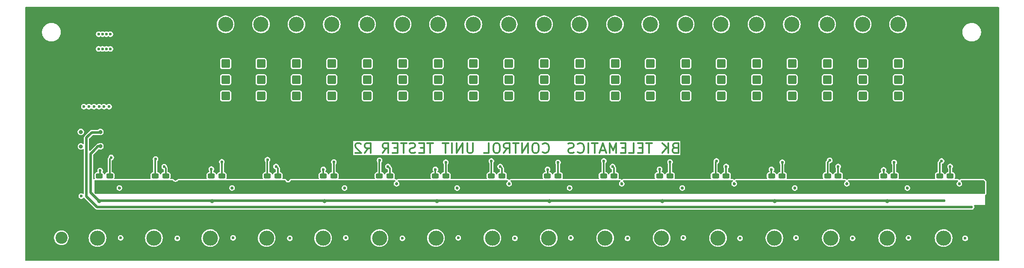
<source format=gbr>
%TF.GenerationSoftware,KiCad,Pcbnew,9.0.3*%
%TF.CreationDate,2025-07-15T10:45:23+03:00*%
%TF.ProjectId,control_unit_tester,636f6e74-726f-46c5-9f75-6e69745f7465,R2*%
%TF.SameCoordinates,Original*%
%TF.FileFunction,Copper,L4,Bot*%
%TF.FilePolarity,Positive*%
%FSLAX46Y46*%
G04 Gerber Fmt 4.6, Leading zero omitted, Abs format (unit mm)*
G04 Created by KiCad (PCBNEW 9.0.3) date 2025-07-15 10:45:23*
%MOMM*%
%LPD*%
G01*
G04 APERTURE LIST*
G04 Aperture macros list*
%AMRoundRect*
0 Rectangle with rounded corners*
0 $1 Rounding radius*
0 $2 $3 $4 $5 $6 $7 $8 $9 X,Y pos of 4 corners*
0 Add a 4 corners polygon primitive as box body*
4,1,4,$2,$3,$4,$5,$6,$7,$8,$9,$2,$3,0*
0 Add four circle primitives for the rounded corners*
1,1,$1+$1,$2,$3*
1,1,$1+$1,$4,$5*
1,1,$1+$1,$6,$7*
1,1,$1+$1,$8,$9*
0 Add four rect primitives between the rounded corners*
20,1,$1+$1,$2,$3,$4,$5,0*
20,1,$1+$1,$4,$5,$6,$7,0*
20,1,$1+$1,$6,$7,$8,$9,0*
20,1,$1+$1,$8,$9,$2,$3,0*%
G04 Aperture macros list end*
%ADD10C,0.300000*%
%TA.AperFunction,NonConductor*%
%ADD11C,0.300000*%
%TD*%
%TA.AperFunction,ComponentPad*%
%ADD12C,3.000000*%
%TD*%
%TA.AperFunction,ComponentPad*%
%ADD13RoundRect,0.250001X-0.949999X-0.949999X0.949999X-0.949999X0.949999X0.949999X-0.949999X0.949999X0*%
%TD*%
%TA.AperFunction,ComponentPad*%
%ADD14C,2.400000*%
%TD*%
%TA.AperFunction,SMDPad,CuDef*%
%ADD15RoundRect,0.243750X-0.456250X0.243750X-0.456250X-0.243750X0.456250X-0.243750X0.456250X0.243750X0*%
%TD*%
%TA.AperFunction,ComponentPad*%
%ADD16RoundRect,0.250000X-0.600000X0.600000X-0.600000X-0.600000X0.600000X-0.600000X0.600000X0.600000X0*%
%TD*%
%TA.AperFunction,ViaPad*%
%ADD17C,0.600000*%
%TD*%
%TA.AperFunction,ViaPad*%
%ADD18C,0.800000*%
%TD*%
%TA.AperFunction,Conductor*%
%ADD19C,0.300000*%
%TD*%
%TA.AperFunction,Conductor*%
%ADD20C,0.200000*%
%TD*%
%TA.AperFunction,Conductor*%
%ADD21C,0.500000*%
%TD*%
G04 APERTURE END LIST*
D10*
D11*
X188734774Y-90492019D02*
X188449060Y-90587257D01*
X188449060Y-90587257D02*
X188353822Y-90682495D01*
X188353822Y-90682495D02*
X188258584Y-90872971D01*
X188258584Y-90872971D02*
X188258584Y-91158685D01*
X188258584Y-91158685D02*
X188353822Y-91349161D01*
X188353822Y-91349161D02*
X188449060Y-91444400D01*
X188449060Y-91444400D02*
X188639536Y-91539638D01*
X188639536Y-91539638D02*
X189401441Y-91539638D01*
X189401441Y-91539638D02*
X189401441Y-89539638D01*
X189401441Y-89539638D02*
X188734774Y-89539638D01*
X188734774Y-89539638D02*
X188544298Y-89634876D01*
X188544298Y-89634876D02*
X188449060Y-89730114D01*
X188449060Y-89730114D02*
X188353822Y-89920590D01*
X188353822Y-89920590D02*
X188353822Y-90111066D01*
X188353822Y-90111066D02*
X188449060Y-90301542D01*
X188449060Y-90301542D02*
X188544298Y-90396780D01*
X188544298Y-90396780D02*
X188734774Y-90492019D01*
X188734774Y-90492019D02*
X189401441Y-90492019D01*
X187401441Y-91539638D02*
X187401441Y-89539638D01*
X186258584Y-91539638D02*
X187115727Y-90396780D01*
X186258584Y-89539638D02*
X187401441Y-90682495D01*
X184163345Y-89539638D02*
X183020488Y-89539638D01*
X183591917Y-91539638D02*
X183591917Y-89539638D01*
X182353821Y-90492019D02*
X181687154Y-90492019D01*
X181401440Y-91539638D02*
X182353821Y-91539638D01*
X182353821Y-91539638D02*
X182353821Y-89539638D01*
X182353821Y-89539638D02*
X181401440Y-89539638D01*
X179591916Y-91539638D02*
X180544297Y-91539638D01*
X180544297Y-91539638D02*
X180544297Y-89539638D01*
X178925249Y-90492019D02*
X178258582Y-90492019D01*
X177972868Y-91539638D02*
X178925249Y-91539638D01*
X178925249Y-91539638D02*
X178925249Y-89539638D01*
X178925249Y-89539638D02*
X177972868Y-89539638D01*
X177115725Y-91539638D02*
X177115725Y-89539638D01*
X177115725Y-89539638D02*
X176449058Y-90968209D01*
X176449058Y-90968209D02*
X175782392Y-89539638D01*
X175782392Y-89539638D02*
X175782392Y-91539638D01*
X174925249Y-90968209D02*
X173972868Y-90968209D01*
X175115725Y-91539638D02*
X174449059Y-89539638D01*
X174449059Y-89539638D02*
X173782392Y-91539638D01*
X173401439Y-89539638D02*
X172258582Y-89539638D01*
X172830011Y-91539638D02*
X172830011Y-89539638D01*
X171591915Y-91539638D02*
X171591915Y-89539638D01*
X169496677Y-91349161D02*
X169591915Y-91444400D01*
X169591915Y-91444400D02*
X169877629Y-91539638D01*
X169877629Y-91539638D02*
X170068105Y-91539638D01*
X170068105Y-91539638D02*
X170353820Y-91444400D01*
X170353820Y-91444400D02*
X170544296Y-91253923D01*
X170544296Y-91253923D02*
X170639534Y-91063447D01*
X170639534Y-91063447D02*
X170734772Y-90682495D01*
X170734772Y-90682495D02*
X170734772Y-90396780D01*
X170734772Y-90396780D02*
X170639534Y-90015828D01*
X170639534Y-90015828D02*
X170544296Y-89825352D01*
X170544296Y-89825352D02*
X170353820Y-89634876D01*
X170353820Y-89634876D02*
X170068105Y-89539638D01*
X170068105Y-89539638D02*
X169877629Y-89539638D01*
X169877629Y-89539638D02*
X169591915Y-89634876D01*
X169591915Y-89634876D02*
X169496677Y-89730114D01*
X168734772Y-91444400D02*
X168449058Y-91539638D01*
X168449058Y-91539638D02*
X167972867Y-91539638D01*
X167972867Y-91539638D02*
X167782391Y-91444400D01*
X167782391Y-91444400D02*
X167687153Y-91349161D01*
X167687153Y-91349161D02*
X167591915Y-91158685D01*
X167591915Y-91158685D02*
X167591915Y-90968209D01*
X167591915Y-90968209D02*
X167687153Y-90777733D01*
X167687153Y-90777733D02*
X167782391Y-90682495D01*
X167782391Y-90682495D02*
X167972867Y-90587257D01*
X167972867Y-90587257D02*
X168353820Y-90492019D01*
X168353820Y-90492019D02*
X168544296Y-90396780D01*
X168544296Y-90396780D02*
X168639534Y-90301542D01*
X168639534Y-90301542D02*
X168734772Y-90111066D01*
X168734772Y-90111066D02*
X168734772Y-89920590D01*
X168734772Y-89920590D02*
X168639534Y-89730114D01*
X168639534Y-89730114D02*
X168544296Y-89634876D01*
X168544296Y-89634876D02*
X168353820Y-89539638D01*
X168353820Y-89539638D02*
X167877629Y-89539638D01*
X167877629Y-89539638D02*
X167591915Y-89634876D01*
X162544295Y-91349161D02*
X162639533Y-91444400D01*
X162639533Y-91444400D02*
X162925247Y-91539638D01*
X162925247Y-91539638D02*
X163115723Y-91539638D01*
X163115723Y-91539638D02*
X163401438Y-91444400D01*
X163401438Y-91444400D02*
X163591914Y-91253923D01*
X163591914Y-91253923D02*
X163687152Y-91063447D01*
X163687152Y-91063447D02*
X163782390Y-90682495D01*
X163782390Y-90682495D02*
X163782390Y-90396780D01*
X163782390Y-90396780D02*
X163687152Y-90015828D01*
X163687152Y-90015828D02*
X163591914Y-89825352D01*
X163591914Y-89825352D02*
X163401438Y-89634876D01*
X163401438Y-89634876D02*
X163115723Y-89539638D01*
X163115723Y-89539638D02*
X162925247Y-89539638D01*
X162925247Y-89539638D02*
X162639533Y-89634876D01*
X162639533Y-89634876D02*
X162544295Y-89730114D01*
X161306200Y-89539638D02*
X160925247Y-89539638D01*
X160925247Y-89539638D02*
X160734771Y-89634876D01*
X160734771Y-89634876D02*
X160544295Y-89825352D01*
X160544295Y-89825352D02*
X160449057Y-90206304D01*
X160449057Y-90206304D02*
X160449057Y-90872971D01*
X160449057Y-90872971D02*
X160544295Y-91253923D01*
X160544295Y-91253923D02*
X160734771Y-91444400D01*
X160734771Y-91444400D02*
X160925247Y-91539638D01*
X160925247Y-91539638D02*
X161306200Y-91539638D01*
X161306200Y-91539638D02*
X161496676Y-91444400D01*
X161496676Y-91444400D02*
X161687152Y-91253923D01*
X161687152Y-91253923D02*
X161782390Y-90872971D01*
X161782390Y-90872971D02*
X161782390Y-90206304D01*
X161782390Y-90206304D02*
X161687152Y-89825352D01*
X161687152Y-89825352D02*
X161496676Y-89634876D01*
X161496676Y-89634876D02*
X161306200Y-89539638D01*
X159591914Y-91539638D02*
X159591914Y-89539638D01*
X159591914Y-89539638D02*
X158449057Y-91539638D01*
X158449057Y-91539638D02*
X158449057Y-89539638D01*
X157782390Y-89539638D02*
X156639533Y-89539638D01*
X157210962Y-91539638D02*
X157210962Y-89539638D01*
X154830009Y-91539638D02*
X155496676Y-90587257D01*
X155972866Y-91539638D02*
X155972866Y-89539638D01*
X155972866Y-89539638D02*
X155210961Y-89539638D01*
X155210961Y-89539638D02*
X155020485Y-89634876D01*
X155020485Y-89634876D02*
X154925247Y-89730114D01*
X154925247Y-89730114D02*
X154830009Y-89920590D01*
X154830009Y-89920590D02*
X154830009Y-90206304D01*
X154830009Y-90206304D02*
X154925247Y-90396780D01*
X154925247Y-90396780D02*
X155020485Y-90492019D01*
X155020485Y-90492019D02*
X155210961Y-90587257D01*
X155210961Y-90587257D02*
X155972866Y-90587257D01*
X153591914Y-89539638D02*
X153210961Y-89539638D01*
X153210961Y-89539638D02*
X153020485Y-89634876D01*
X153020485Y-89634876D02*
X152830009Y-89825352D01*
X152830009Y-89825352D02*
X152734771Y-90206304D01*
X152734771Y-90206304D02*
X152734771Y-90872971D01*
X152734771Y-90872971D02*
X152830009Y-91253923D01*
X152830009Y-91253923D02*
X153020485Y-91444400D01*
X153020485Y-91444400D02*
X153210961Y-91539638D01*
X153210961Y-91539638D02*
X153591914Y-91539638D01*
X153591914Y-91539638D02*
X153782390Y-91444400D01*
X153782390Y-91444400D02*
X153972866Y-91253923D01*
X153972866Y-91253923D02*
X154068104Y-90872971D01*
X154068104Y-90872971D02*
X154068104Y-90206304D01*
X154068104Y-90206304D02*
X153972866Y-89825352D01*
X153972866Y-89825352D02*
X153782390Y-89634876D01*
X153782390Y-89634876D02*
X153591914Y-89539638D01*
X150925247Y-91539638D02*
X151877628Y-91539638D01*
X151877628Y-91539638D02*
X151877628Y-89539638D01*
X148734770Y-89539638D02*
X148734770Y-91158685D01*
X148734770Y-91158685D02*
X148639532Y-91349161D01*
X148639532Y-91349161D02*
X148544294Y-91444400D01*
X148544294Y-91444400D02*
X148353818Y-91539638D01*
X148353818Y-91539638D02*
X147972865Y-91539638D01*
X147972865Y-91539638D02*
X147782389Y-91444400D01*
X147782389Y-91444400D02*
X147687151Y-91349161D01*
X147687151Y-91349161D02*
X147591913Y-91158685D01*
X147591913Y-91158685D02*
X147591913Y-89539638D01*
X146639532Y-91539638D02*
X146639532Y-89539638D01*
X146639532Y-89539638D02*
X145496675Y-91539638D01*
X145496675Y-91539638D02*
X145496675Y-89539638D01*
X144544294Y-91539638D02*
X144544294Y-89539638D01*
X143877627Y-89539638D02*
X142734770Y-89539638D01*
X143306199Y-91539638D02*
X143306199Y-89539638D01*
X140830007Y-89539638D02*
X139687150Y-89539638D01*
X140258579Y-91539638D02*
X140258579Y-89539638D01*
X139020483Y-90492019D02*
X138353816Y-90492019D01*
X138068102Y-91539638D02*
X139020483Y-91539638D01*
X139020483Y-91539638D02*
X139020483Y-89539638D01*
X139020483Y-89539638D02*
X138068102Y-89539638D01*
X137306197Y-91444400D02*
X137020483Y-91539638D01*
X137020483Y-91539638D02*
X136544292Y-91539638D01*
X136544292Y-91539638D02*
X136353816Y-91444400D01*
X136353816Y-91444400D02*
X136258578Y-91349161D01*
X136258578Y-91349161D02*
X136163340Y-91158685D01*
X136163340Y-91158685D02*
X136163340Y-90968209D01*
X136163340Y-90968209D02*
X136258578Y-90777733D01*
X136258578Y-90777733D02*
X136353816Y-90682495D01*
X136353816Y-90682495D02*
X136544292Y-90587257D01*
X136544292Y-90587257D02*
X136925245Y-90492019D01*
X136925245Y-90492019D02*
X137115721Y-90396780D01*
X137115721Y-90396780D02*
X137210959Y-90301542D01*
X137210959Y-90301542D02*
X137306197Y-90111066D01*
X137306197Y-90111066D02*
X137306197Y-89920590D01*
X137306197Y-89920590D02*
X137210959Y-89730114D01*
X137210959Y-89730114D02*
X137115721Y-89634876D01*
X137115721Y-89634876D02*
X136925245Y-89539638D01*
X136925245Y-89539638D02*
X136449054Y-89539638D01*
X136449054Y-89539638D02*
X136163340Y-89634876D01*
X135591911Y-89539638D02*
X134449054Y-89539638D01*
X135020483Y-91539638D02*
X135020483Y-89539638D01*
X133782387Y-90492019D02*
X133115720Y-90492019D01*
X132830006Y-91539638D02*
X133782387Y-91539638D01*
X133782387Y-91539638D02*
X133782387Y-89539638D01*
X133782387Y-89539638D02*
X132830006Y-89539638D01*
X130830006Y-91539638D02*
X131496673Y-90587257D01*
X131972863Y-91539638D02*
X131972863Y-89539638D01*
X131972863Y-89539638D02*
X131210958Y-89539638D01*
X131210958Y-89539638D02*
X131020482Y-89634876D01*
X131020482Y-89634876D02*
X130925244Y-89730114D01*
X130925244Y-89730114D02*
X130830006Y-89920590D01*
X130830006Y-89920590D02*
X130830006Y-90206304D01*
X130830006Y-90206304D02*
X130925244Y-90396780D01*
X130925244Y-90396780D02*
X131020482Y-90492019D01*
X131020482Y-90492019D02*
X131210958Y-90587257D01*
X131210958Y-90587257D02*
X131972863Y-90587257D01*
X127306196Y-91539638D02*
X127972863Y-90587257D01*
X128449053Y-91539638D02*
X128449053Y-89539638D01*
X128449053Y-89539638D02*
X127687148Y-89539638D01*
X127687148Y-89539638D02*
X127496672Y-89634876D01*
X127496672Y-89634876D02*
X127401434Y-89730114D01*
X127401434Y-89730114D02*
X127306196Y-89920590D01*
X127306196Y-89920590D02*
X127306196Y-90206304D01*
X127306196Y-90206304D02*
X127401434Y-90396780D01*
X127401434Y-90396780D02*
X127496672Y-90492019D01*
X127496672Y-90492019D02*
X127687148Y-90587257D01*
X127687148Y-90587257D02*
X128449053Y-90587257D01*
X126544291Y-89730114D02*
X126449053Y-89634876D01*
X126449053Y-89634876D02*
X126258577Y-89539638D01*
X126258577Y-89539638D02*
X125782386Y-89539638D01*
X125782386Y-89539638D02*
X125591910Y-89634876D01*
X125591910Y-89634876D02*
X125496672Y-89730114D01*
X125496672Y-89730114D02*
X125401434Y-89920590D01*
X125401434Y-89920590D02*
X125401434Y-90111066D01*
X125401434Y-90111066D02*
X125496672Y-90396780D01*
X125496672Y-90396780D02*
X126639529Y-91539638D01*
X126639529Y-91539638D02*
X125401434Y-91539638D01*
D12*
%TO.P,J7,1,Pin_1*%
%TO.N,/OUT6*%
X134789474Y-65950000D03*
%TD*%
%TO.P,J2,1,Pin_1*%
%TO.N,/OUT1*%
X99750000Y-65950000D03*
%TD*%
%TO.P,J22,1,Pin_1*%
%TO.N,/IN1*%
X74375000Y-108425000D03*
%TD*%
%TO.P,J15,1,Pin_1*%
%TO.N,/OUT14*%
X190852632Y-65950000D03*
%TD*%
%TO.P,J25,1,Pin_1*%
%TO.N,/IN12*%
X107885000Y-108425000D03*
%TD*%
%TO.P,J13,1,Pin_1*%
%TO.N,/OUT12*%
X176836842Y-65950000D03*
%TD*%
%TO.P,J21,1,Pin_1*%
%TO.N,/OUT20*%
X232900000Y-65950000D03*
%TD*%
%TO.P,J12,1,Pin_1*%
%TO.N,/OUT11*%
X169828947Y-65950000D03*
%TD*%
%TO.P,J33,1,Pin_1*%
%TO.N,/IN10*%
X197245000Y-108425000D03*
%TD*%
%TO.P,J19,1,Pin_1*%
%TO.N,/OUT18*%
X218884211Y-65950000D03*
%TD*%
%TO.P,J27,1,Pin_1*%
%TO.N,/IN4*%
X130225000Y-108425000D03*
%TD*%
%TO.P,J35,1,Pin_1*%
%TO.N,/IN14*%
X219585000Y-108425000D03*
%TD*%
%TO.P,J30,1,Pin_1*%
%TO.N,/IN7*%
X163735000Y-108425000D03*
%TD*%
D13*
%TO.P,J1,1,Pin_1*%
%TO.N,GND*%
X63725000Y-108350000D03*
D14*
%TO.P,J1,2,Pin_2*%
%TO.N,Net-(D52-A)*%
X67225000Y-108350000D03*
%TD*%
D12*
%TO.P,J34,1,Pin_1*%
%TO.N,/IN13*%
X208415000Y-108425000D03*
%TD*%
%TO.P,J32,1,Pin_1*%
%TO.N,/IN9*%
X186075000Y-108425000D03*
%TD*%
%TO.P,J6,1,Pin_1*%
%TO.N,/OUT5*%
X127781579Y-65950000D03*
%TD*%
%TO.P,J31,1,Pin_1*%
%TO.N,/IN8*%
X174905000Y-108425000D03*
%TD*%
%TO.P,J18,1,Pin_1*%
%TO.N,/OUT17*%
X211876316Y-65950000D03*
%TD*%
%TO.P,J8,1,Pin_1*%
%TO.N,/OUT7*%
X141797368Y-65950000D03*
%TD*%
%TO.P,J14,1,Pin_1*%
%TO.N,/OUT13*%
X183844737Y-65950000D03*
%TD*%
%TO.P,J17,1,Pin_1*%
%TO.N,/OUT16*%
X204868421Y-65950000D03*
%TD*%
%TO.P,J10,1,Pin_1*%
%TO.N,/OUT9*%
X155813158Y-65950000D03*
%TD*%
%TO.P,J23,1,Pin_1*%
%TO.N,/IN2*%
X85545000Y-108425000D03*
%TD*%
%TO.P,J28,1,Pin_1*%
%TO.N,/IN5*%
X141395000Y-108425000D03*
%TD*%
%TO.P,J4,1,Pin_1*%
%TO.N,/OUT3*%
X113765789Y-65950000D03*
%TD*%
%TO.P,J29,1,Pin_1*%
%TO.N,/IN6*%
X152565000Y-108425000D03*
%TD*%
%TO.P,J36,1,Pin_1*%
%TO.N,/IN15*%
X230755000Y-108425000D03*
%TD*%
%TO.P,J5,1,Pin_1*%
%TO.N,/OUT4*%
X120773684Y-65950000D03*
%TD*%
%TO.P,J9,1,Pin_1*%
%TO.N,/OUT8*%
X148805263Y-65950000D03*
%TD*%
%TO.P,J16,1,Pin_1*%
%TO.N,/OUT15*%
X197860526Y-65950000D03*
%TD*%
%TO.P,J24,1,Pin_1*%
%TO.N,/IN11*%
X96715000Y-108425000D03*
%TD*%
%TO.P,J3,1,Pin_1*%
%TO.N,/OUT2*%
X106757895Y-65950000D03*
%TD*%
%TO.P,J20,1,Pin_1*%
%TO.N,/OUT19*%
X225892105Y-65950000D03*
%TD*%
%TO.P,J37,1,Pin_1*%
%TO.N,/IN16*%
X241925000Y-108425000D03*
%TD*%
%TO.P,J26,1,Pin_1*%
%TO.N,/IN3*%
X119055000Y-108425000D03*
%TD*%
%TO.P,J11,1,Pin_1*%
%TO.N,/OUT10*%
X162821053Y-65950000D03*
%TD*%
D15*
%TO.P,D23,1,K*%
%TO.N,Net-(D23-K)*%
X165560000Y-96062500D03*
%TO.P,D23,2,A*%
%TO.N,+5V*%
X165560000Y-97937500D03*
%TD*%
D16*
%TO.P,SW7,1,1*%
%TO.N,+VIN*%
X141813158Y-73750000D03*
%TO.P,SW7,2,2*%
%TO.N,/OUT7*%
X141813158Y-76950000D03*
%TO.P,SW7,3,3*%
X141813158Y-80150000D03*
%TO.P,SW7,4,4*%
%TO.N,GND*%
X141813158Y-83350000D03*
%TD*%
%TO.P,SW15,1,1*%
%TO.N,+VIN*%
X197897368Y-73750000D03*
%TO.P,SW15,2,2*%
%TO.N,/OUT15*%
X197897368Y-76950000D03*
%TO.P,SW15,3,3*%
X197897368Y-80150000D03*
%TO.P,SW15,4,4*%
%TO.N,GND*%
X197897368Y-83350000D03*
%TD*%
%TO.P,SW20,1,1*%
%TO.N,+VIN*%
X232950000Y-73750000D03*
%TO.P,SW20,2,2*%
%TO.N,/OUT20*%
X232950000Y-76950000D03*
%TO.P,SW20,3,3*%
X232950000Y-80150000D03*
%TO.P,SW20,4,4*%
%TO.N,GND*%
X232950000Y-83350000D03*
%TD*%
%TO.P,SW13,1,1*%
%TO.N,+VIN*%
X183876316Y-73750000D03*
%TO.P,SW13,2,2*%
%TO.N,/OUT13*%
X183876316Y-76950000D03*
%TO.P,SW13,3,3*%
X183876316Y-80150000D03*
%TO.P,SW13,4,4*%
%TO.N,GND*%
X183876316Y-83350000D03*
%TD*%
%TO.P,SW8,1,1*%
%TO.N,+VIN*%
X148823684Y-73750000D03*
%TO.P,SW8,2,2*%
%TO.N,/OUT8*%
X148823684Y-76950000D03*
%TO.P,SW8,3,3*%
X148823684Y-80150000D03*
%TO.P,SW8,4,4*%
%TO.N,GND*%
X148823684Y-83350000D03*
%TD*%
D15*
%TO.P,D47,1,K*%
%TO.N,Net-(D47-K)*%
X232130000Y-96062500D03*
%TO.P,D47,2,A*%
%TO.N,+5V*%
X232130000Y-97937500D03*
%TD*%
%TO.P,D34,1,K*%
%TO.N,Net-(D34-K)*%
X96915000Y-96062500D03*
%TO.P,D34,2,A*%
%TO.N,+5V*%
X96915000Y-97937500D03*
%TD*%
D16*
%TO.P,SW10,1,1*%
%TO.N,+VIN*%
X162844737Y-73750000D03*
%TO.P,SW10,2,2*%
%TO.N,/OUT10*%
X162844737Y-76950000D03*
%TO.P,SW10,3,3*%
X162844737Y-80150000D03*
%TO.P,SW10,4,4*%
%TO.N,GND*%
X162844737Y-83350000D03*
%TD*%
%TO.P,SW19,1,1*%
%TO.N,+VIN*%
X225939474Y-73750000D03*
%TO.P,SW19,2,2*%
%TO.N,/OUT19*%
X225939474Y-76950000D03*
%TO.P,SW19,3,3*%
X225939474Y-80150000D03*
%TO.P,SW19,4,4*%
%TO.N,GND*%
X225939474Y-83350000D03*
%TD*%
D15*
%TO.P,D46,1,K*%
%TO.N,Net-(D46-K)*%
X230055000Y-96062500D03*
%TO.P,D46,2,A*%
%TO.N,+5V*%
X230055000Y-97937500D03*
%TD*%
D16*
%TO.P,SW2,1,1*%
%TO.N,+VIN*%
X106760526Y-73750000D03*
%TO.P,SW2,2,2*%
%TO.N,/OUT2*%
X106760526Y-76950000D03*
%TO.P,SW2,3,3*%
X106760526Y-80150000D03*
%TO.P,SW2,4,4*%
%TO.N,GND*%
X106760526Y-83350000D03*
%TD*%
D15*
%TO.P,D19,1,K*%
%TO.N,Net-(D19-K)*%
X154465000Y-96062500D03*
%TO.P,D19,2,A*%
%TO.N,+5V*%
X154465000Y-97937500D03*
%TD*%
%TO.P,D28,1,K*%
%TO.N,Net-(D28-K)*%
X185675000Y-96062500D03*
%TO.P,D28,2,A*%
%TO.N,+5V*%
X185675000Y-97937500D03*
%TD*%
D16*
%TO.P,SW17,1,1*%
%TO.N,+VIN*%
X211918421Y-73750000D03*
%TO.P,SW17,2,2*%
%TO.N,/OUT17*%
X211918421Y-76950000D03*
%TO.P,SW17,3,3*%
X211918421Y-80150000D03*
%TO.P,SW17,4,4*%
%TO.N,GND*%
X211918421Y-83350000D03*
%TD*%
D15*
%TO.P,D11,1,K*%
%TO.N,Net-(D11-K)*%
X121180000Y-96062500D03*
%TO.P,D11,2,A*%
%TO.N,+5V*%
X121180000Y-97937500D03*
%TD*%
%TO.P,D16,1,K*%
%TO.N,Net-(D16-K)*%
X141295000Y-96062500D03*
%TO.P,D16,2,A*%
%TO.N,+5V*%
X141295000Y-97937500D03*
%TD*%
%TO.P,D10,1,K*%
%TO.N,Net-(D10-K)*%
X119105000Y-96062500D03*
%TO.P,D10,2,A*%
%TO.N,+5V*%
X119105000Y-97937500D03*
%TD*%
D16*
%TO.P,SW18,1,1*%
%TO.N,+VIN*%
X218928947Y-73750000D03*
%TO.P,SW18,2,2*%
%TO.N,/OUT18*%
X218928947Y-76950000D03*
%TO.P,SW18,3,3*%
X218928947Y-80150000D03*
%TO.P,SW18,4,4*%
%TO.N,GND*%
X218928947Y-83350000D03*
%TD*%
D15*
%TO.P,D49,1,K*%
%TO.N,Net-(D49-K)*%
X243225000Y-96062500D03*
%TO.P,D49,2,A*%
%TO.N,+5V*%
X243225000Y-97937500D03*
%TD*%
%TO.P,D6,1,K*%
%TO.N,Net-(D6-K)*%
X85820000Y-96062500D03*
%TO.P,D6,2,A*%
%TO.N,+5V*%
X85820000Y-97937500D03*
%TD*%
%TO.P,D48,1,K*%
%TO.N,Net-(D48-K)*%
X241150000Y-96062500D03*
%TO.P,D48,2,A*%
%TO.N,+5V*%
X241150000Y-97937500D03*
%TD*%
%TO.P,D30,1,K*%
%TO.N,Net-(D30-K)*%
X196770000Y-96062500D03*
%TO.P,D30,2,A*%
%TO.N,+5V*%
X196770000Y-97937500D03*
%TD*%
%TO.P,D29,1,K*%
%TO.N,Net-(D29-K)*%
X187750000Y-96062500D03*
%TO.P,D29,2,A*%
%TO.N,+5V*%
X187750000Y-97937500D03*
%TD*%
%TO.P,D5,1,K*%
%TO.N,Net-(D5-K)*%
X76800000Y-96062500D03*
%TO.P,D5,2,A*%
%TO.N,+5V*%
X76800000Y-97937500D03*
%TD*%
%TO.P,D17,1,K*%
%TO.N,Net-(D17-K)*%
X143370000Y-96062500D03*
%TO.P,D17,2,A*%
%TO.N,+5V*%
X143370000Y-97937500D03*
%TD*%
%TO.P,D36,1,K*%
%TO.N,Net-(D36-K)*%
X108010000Y-96062500D03*
%TO.P,D36,2,A*%
%TO.N,+5V*%
X108010000Y-97937500D03*
%TD*%
%TO.P,D12,1,K*%
%TO.N,Net-(D12-K)*%
X130200000Y-96062500D03*
%TO.P,D12,2,A*%
%TO.N,+5V*%
X130200000Y-97937500D03*
%TD*%
%TO.P,D42,1,K*%
%TO.N,Net-(D42-K)*%
X218960000Y-96062500D03*
%TO.P,D42,2,A*%
%TO.N,+5V*%
X218960000Y-97937500D03*
%TD*%
%TO.P,D43,1,K*%
%TO.N,Net-(D43-K)*%
X221035000Y-96062500D03*
%TO.P,D43,2,A*%
%TO.N,+5V*%
X221035000Y-97937500D03*
%TD*%
%TO.P,D41,1,K*%
%TO.N,Net-(D41-K)*%
X209940000Y-96062500D03*
%TO.P,D41,2,A*%
%TO.N,+5V*%
X209940000Y-97937500D03*
%TD*%
D16*
%TO.P,SW11,1,1*%
%TO.N,+VIN*%
X169855263Y-73750000D03*
%TO.P,SW11,2,2*%
%TO.N,/OUT11*%
X169855263Y-76950000D03*
%TO.P,SW11,3,3*%
X169855263Y-80150000D03*
%TO.P,SW11,4,4*%
%TO.N,GND*%
X169855263Y-83350000D03*
%TD*%
D15*
%TO.P,D13,1,K*%
%TO.N,Net-(D13-K)*%
X132275000Y-96062500D03*
%TO.P,D13,2,A*%
%TO.N,+5V*%
X132275000Y-97937500D03*
%TD*%
%TO.P,D4,1,K*%
%TO.N,Net-(D4-K)*%
X74725000Y-96062500D03*
%TO.P,D4,2,A*%
%TO.N,+5V*%
X74725000Y-97937500D03*
%TD*%
D16*
%TO.P,SW9,1,1*%
%TO.N,+VIN*%
X155834211Y-73750000D03*
%TO.P,SW9,2,2*%
%TO.N,/OUT9*%
X155834211Y-76950000D03*
%TO.P,SW9,3,3*%
X155834211Y-80150000D03*
%TO.P,SW9,4,4*%
%TO.N,GND*%
X155834211Y-83350000D03*
%TD*%
%TO.P,SW5,1,1*%
%TO.N,+VIN*%
X127792105Y-73750000D03*
%TO.P,SW5,2,2*%
%TO.N,/OUT5*%
X127792105Y-76950000D03*
%TO.P,SW5,3,3*%
X127792105Y-80150000D03*
%TO.P,SW5,4,4*%
%TO.N,GND*%
X127792105Y-83350000D03*
%TD*%
%TO.P,SW1,1,1*%
%TO.N,+VIN*%
X99750000Y-73750000D03*
%TO.P,SW1,2,2*%
%TO.N,/OUT1*%
X99750000Y-76950000D03*
%TO.P,SW1,3,3*%
X99750000Y-80150000D03*
%TO.P,SW1,4,4*%
%TO.N,GND*%
X99750000Y-83350000D03*
%TD*%
D15*
%TO.P,D25,1,K*%
%TO.N,Net-(D25-K)*%
X176655000Y-96062500D03*
%TO.P,D25,2,A*%
%TO.N,+5V*%
X176655000Y-97937500D03*
%TD*%
D16*
%TO.P,SW16,1,1*%
%TO.N,+VIN*%
X204907895Y-73750000D03*
%TO.P,SW16,2,2*%
%TO.N,/OUT16*%
X204907895Y-76950000D03*
%TO.P,SW16,3,3*%
X204907895Y-80150000D03*
%TO.P,SW16,4,4*%
%TO.N,GND*%
X204907895Y-83350000D03*
%TD*%
D15*
%TO.P,D7,1,K*%
%TO.N,Net-(D7-K)*%
X87895000Y-96062500D03*
%TO.P,D7,2,A*%
%TO.N,+5V*%
X87895000Y-97937500D03*
%TD*%
D16*
%TO.P,SW6,1,1*%
%TO.N,+VIN*%
X134802632Y-73750000D03*
%TO.P,SW6,2,2*%
%TO.N,/OUT6*%
X134802632Y-76950000D03*
%TO.P,SW6,3,3*%
X134802632Y-80150000D03*
%TO.P,SW6,4,4*%
%TO.N,GND*%
X134802632Y-83350000D03*
%TD*%
D15*
%TO.P,D40,1,K*%
%TO.N,Net-(D40-K)*%
X207865000Y-96062500D03*
%TO.P,D40,2,A*%
%TO.N,+5V*%
X207865000Y-97937500D03*
%TD*%
D16*
%TO.P,SW12,1,1*%
%TO.N,+VIN*%
X176865789Y-73750000D03*
%TO.P,SW12,2,2*%
%TO.N,/OUT12*%
X176865789Y-76950000D03*
%TO.P,SW12,3,3*%
X176865789Y-80150000D03*
%TO.P,SW12,4,4*%
%TO.N,GND*%
X176865789Y-83350000D03*
%TD*%
D15*
%TO.P,D37,1,K*%
%TO.N,Net-(D37-K)*%
X110085000Y-96062500D03*
%TO.P,D37,2,A*%
%TO.N,+5V*%
X110085000Y-97937500D03*
%TD*%
%TO.P,D22,1,K*%
%TO.N,Net-(D22-K)*%
X163485000Y-96062500D03*
%TO.P,D22,2,A*%
%TO.N,+5V*%
X163485000Y-97937500D03*
%TD*%
%TO.P,D24,1,K*%
%TO.N,Net-(D24-K)*%
X174580000Y-96062500D03*
%TO.P,D24,2,A*%
%TO.N,+5V*%
X174580000Y-97937500D03*
%TD*%
D16*
%TO.P,SW14,1,1*%
%TO.N,+VIN*%
X190886842Y-73750000D03*
%TO.P,SW14,2,2*%
%TO.N,/OUT14*%
X190886842Y-76950000D03*
%TO.P,SW14,3,3*%
X190886842Y-80150000D03*
%TO.P,SW14,4,4*%
%TO.N,GND*%
X190886842Y-83350000D03*
%TD*%
%TO.P,SW3,1,1*%
%TO.N,+VIN*%
X113771053Y-73750000D03*
%TO.P,SW3,2,2*%
%TO.N,/OUT3*%
X113771053Y-76950000D03*
%TO.P,SW3,3,3*%
X113771053Y-80150000D03*
%TO.P,SW3,4,4*%
%TO.N,GND*%
X113771053Y-83350000D03*
%TD*%
D15*
%TO.P,D31,1,K*%
%TO.N,Net-(D31-K)*%
X198845000Y-96062500D03*
%TO.P,D31,2,A*%
%TO.N,+5V*%
X198845000Y-97937500D03*
%TD*%
%TO.P,D35,1,K*%
%TO.N,Net-(D35-K)*%
X98990000Y-96062500D03*
%TO.P,D35,2,A*%
%TO.N,+5V*%
X98990000Y-97937500D03*
%TD*%
%TO.P,D18,1,K*%
%TO.N,Net-(D18-K)*%
X152390000Y-96062500D03*
%TO.P,D18,2,A*%
%TO.N,+5V*%
X152390000Y-97937500D03*
%TD*%
D16*
%TO.P,SW4,1,1*%
%TO.N,+VIN*%
X120781579Y-73750000D03*
%TO.P,SW4,2,2*%
%TO.N,/OUT4*%
X120781579Y-76950000D03*
%TO.P,SW4,3,3*%
X120781579Y-80150000D03*
%TO.P,SW4,4,4*%
%TO.N,GND*%
X120781579Y-83350000D03*
%TD*%
D17*
%TO.N,GND*%
X160000000Y-112000000D03*
X183000000Y-63000000D03*
X88675000Y-65237500D03*
X198000000Y-112000000D03*
X193000000Y-63000000D03*
X197421429Y-104600000D03*
X141000000Y-63000000D03*
X182000000Y-112000000D03*
X242000000Y-104600000D03*
X61000000Y-105000000D03*
X137000000Y-63000000D03*
X151000000Y-63000000D03*
X175000000Y-63000000D03*
X81025000Y-65087500D03*
X61000000Y-71000000D03*
X119228571Y-104525000D03*
X145067857Y-103325000D03*
X167357143Y-103325000D03*
X145000000Y-63000000D03*
X244000000Y-112000000D03*
X187000000Y-63000000D03*
X135153571Y-105050000D03*
X163807143Y-104525000D03*
X99914286Y-107050000D03*
X252000000Y-80000000D03*
X194000000Y-112000000D03*
X156392857Y-103400000D03*
X192000000Y-112000000D03*
X85475000Y-73150000D03*
X61000000Y-89000000D03*
X252000000Y-84000000D03*
X77800000Y-74600000D03*
X111114286Y-107100000D03*
X70000000Y-112000000D03*
X61000000Y-79000000D03*
X106000000Y-112000000D03*
X77800000Y-73800000D03*
X61000000Y-99000000D03*
X235778571Y-108200000D03*
X252000000Y-106000000D03*
X100489286Y-103325000D03*
X94000000Y-112000000D03*
X251000000Y-63000000D03*
X252000000Y-68000000D03*
X178182143Y-97625000D03*
X219000000Y-63000000D03*
X123603571Y-105000000D03*
X77000000Y-63000000D03*
X204000000Y-112000000D03*
X95000000Y-63000000D03*
X252000000Y-86000000D03*
X71850000Y-71725000D03*
X249000000Y-63000000D03*
X152842857Y-104600000D03*
X228960714Y-104600000D03*
X252000000Y-96000000D03*
X85900000Y-65237500D03*
X61000000Y-85000000D03*
X238000000Y-112000000D03*
X83875000Y-65112500D03*
X133403571Y-107100000D03*
X152000000Y-112000000D03*
X117000000Y-63000000D03*
X252000000Y-90000000D03*
X80000000Y-112000000D03*
X79025000Y-105000000D03*
X69000000Y-63000000D03*
X230000000Y-112000000D03*
X223000000Y-63000000D03*
X184382143Y-104600000D03*
X124000000Y-112000000D03*
X196000000Y-112000000D03*
X201000000Y-63000000D03*
X189000000Y-63000000D03*
X190171429Y-98475000D03*
X155000000Y-63000000D03*
X82000000Y-112000000D03*
X61000000Y-75000000D03*
X112100000Y-96800000D03*
X191000000Y-63000000D03*
X61000000Y-107000000D03*
X175132143Y-104600000D03*
X79753571Y-108200000D03*
X209000000Y-63000000D03*
X202021429Y-105050000D03*
X252000000Y-70000000D03*
X141517857Y-104525000D03*
X217000000Y-63000000D03*
X213489285Y-108200000D03*
X88825000Y-107100000D03*
X200271429Y-107100000D03*
X85900000Y-66125000D03*
X252000000Y-100000000D03*
X103000000Y-63000000D03*
X61000000Y-93000000D03*
X158000000Y-112000000D03*
X252000000Y-82000000D03*
X83875000Y-64225000D03*
X132000000Y-112000000D03*
X134000000Y-112000000D03*
X162092857Y-104600000D03*
X178682143Y-103400000D03*
X169000000Y-63000000D03*
X252000000Y-76000000D03*
X90000000Y-112000000D03*
X199000000Y-63000000D03*
X212760714Y-105000000D03*
X91000000Y-63000000D03*
X122778571Y-103325000D03*
X74000000Y-112000000D03*
X155892857Y-97625000D03*
X252000000Y-88000000D03*
X110000000Y-112000000D03*
X243000000Y-63000000D03*
X168182143Y-105000000D03*
X71625000Y-65450000D03*
X79000000Y-63000000D03*
X244850000Y-107100000D03*
X62000000Y-112000000D03*
X133000000Y-63000000D03*
X208385714Y-104525000D03*
X122000000Y-112000000D03*
X252000000Y-78000000D03*
X128000000Y-112000000D03*
X68000000Y-112000000D03*
X250000000Y-112000000D03*
X207000000Y-63000000D03*
X210000000Y-112000000D03*
X235000000Y-63000000D03*
X101314286Y-105000000D03*
X136000000Y-112000000D03*
D18*
X78725000Y-87275000D03*
D17*
X206000000Y-112000000D03*
X184000000Y-112000000D03*
X78775000Y-75525000D03*
X241000000Y-63000000D03*
X173132143Y-104600000D03*
X156000000Y-112000000D03*
X166000000Y-112000000D03*
X61000000Y-95000000D03*
X140000000Y-112000000D03*
X150000000Y-112000000D03*
X223260714Y-103400000D03*
X135557142Y-108300000D03*
X117514286Y-104600000D03*
X205000000Y-63000000D03*
X125000000Y-63000000D03*
X154000000Y-112000000D03*
X147000000Y-63000000D03*
X86000000Y-112000000D03*
X248000000Y-112000000D03*
X162000000Y-112000000D03*
X179732143Y-105050000D03*
X105000000Y-63000000D03*
X124332142Y-108200000D03*
X222560714Y-107100000D03*
X153000000Y-63000000D03*
X88000000Y-112000000D03*
X84433333Y-72250000D03*
X88675000Y-64350000D03*
X77762500Y-76600000D03*
X89825000Y-96700000D03*
X92000000Y-112000000D03*
X134103571Y-103400000D03*
X130553571Y-104600000D03*
X195000000Y-63000000D03*
X61000000Y-111000000D03*
X91800000Y-65800000D03*
X186096429Y-104525000D03*
X75000000Y-63000000D03*
X63000000Y-63000000D03*
X84000000Y-112000000D03*
X145892857Y-105000000D03*
X76000000Y-112000000D03*
X96939286Y-104525000D03*
X189071429Y-107050000D03*
X177982143Y-107100000D03*
X219710714Y-104600000D03*
X252000000Y-74000000D03*
X237000000Y-63000000D03*
X81000000Y-63000000D03*
X242000000Y-112000000D03*
X226000000Y-112000000D03*
X177000000Y-63000000D03*
X161000000Y-63000000D03*
X170000000Y-112000000D03*
X150842857Y-104600000D03*
X171000000Y-63000000D03*
X97000000Y-63000000D03*
X78650000Y-76600000D03*
X108264286Y-104600000D03*
D18*
X78725000Y-90225000D03*
D17*
X123303571Y-98475000D03*
X200971429Y-103400000D03*
X106264286Y-104600000D03*
X240000000Y-104600000D03*
X167000000Y-63000000D03*
X89000000Y-63000000D03*
X252000000Y-98000000D03*
X139803571Y-104600000D03*
X246000000Y-112000000D03*
X61000000Y-77000000D03*
X102042857Y-108200000D03*
X234750000Y-98475000D03*
X119000000Y-63000000D03*
X101014286Y-98475000D03*
X212000000Y-112000000D03*
X127000000Y-63000000D03*
X109000000Y-63000000D03*
X118000000Y-112000000D03*
X73000000Y-63000000D03*
X85000000Y-63000000D03*
X104000000Y-112000000D03*
X129000000Y-63000000D03*
X111000000Y-63000000D03*
X173000000Y-63000000D03*
X203000000Y-63000000D03*
X157442857Y-105050000D03*
X185000000Y-63000000D03*
X222760714Y-97625000D03*
X71000000Y-63000000D03*
X61000000Y-103000000D03*
X61000000Y-91000000D03*
X233650000Y-107050000D03*
X75200000Y-76600000D03*
X251250000Y-104600000D03*
X61000000Y-63000000D03*
X157000000Y-63000000D03*
X181000000Y-63000000D03*
X164000000Y-112000000D03*
X167882143Y-98475000D03*
X61000000Y-83000000D03*
X126000000Y-112000000D03*
X246600000Y-105050000D03*
X74650000Y-104525000D03*
X189646429Y-103325000D03*
X115000000Y-63000000D03*
X252000000Y-66000000D03*
X90575000Y-105050000D03*
X229000000Y-63000000D03*
X190000000Y-112000000D03*
X202000000Y-112000000D03*
X102000000Y-112000000D03*
X144492857Y-107050000D03*
X71675000Y-77800000D03*
X240000000Y-112000000D03*
X128553571Y-104600000D03*
X77625000Y-107050000D03*
X111814286Y-103400000D03*
X65000000Y-63000000D03*
X81025000Y-64200000D03*
X245000000Y-63000000D03*
X149000000Y-63000000D03*
X88675000Y-66125000D03*
X66000000Y-112000000D03*
X252000000Y-94000000D03*
X252000000Y-92000000D03*
X74312500Y-76600000D03*
X131000000Y-63000000D03*
X61000000Y-65000000D03*
X247003571Y-108300000D03*
X91850000Y-74500000D03*
X121000000Y-63000000D03*
X113000000Y-63000000D03*
X143000000Y-63000000D03*
X91025000Y-81575000D03*
X91675000Y-84600000D03*
X107000000Y-63000000D03*
X148000000Y-112000000D03*
X232000000Y-112000000D03*
X138000000Y-112000000D03*
X228000000Y-112000000D03*
X206671429Y-104600000D03*
X146000000Y-112000000D03*
X101000000Y-63000000D03*
X234000000Y-112000000D03*
X76875000Y-76600000D03*
X188000000Y-112000000D03*
X186000000Y-112000000D03*
X120000000Y-112000000D03*
X73425000Y-76600000D03*
X116000000Y-112000000D03*
X100000000Y-112000000D03*
X227000000Y-63000000D03*
X208000000Y-112000000D03*
X235050000Y-105000000D03*
X217710714Y-104600000D03*
X89525000Y-103400000D03*
X61000000Y-67000000D03*
X172000000Y-112000000D03*
X90975000Y-80100000D03*
X239000000Y-63000000D03*
X236000000Y-112000000D03*
X72000000Y-112000000D03*
X197000000Y-63000000D03*
X122203571Y-107050000D03*
X90350000Y-84625000D03*
X83000000Y-63000000D03*
X221000000Y-63000000D03*
X112864286Y-105050000D03*
X81025000Y-65975000D03*
X78000000Y-112000000D03*
X233000000Y-63000000D03*
X176000000Y-112000000D03*
X247000000Y-63000000D03*
X139000000Y-63000000D03*
X113267857Y-108300000D03*
X71425000Y-107562500D03*
X218000000Y-112000000D03*
X98000000Y-112000000D03*
X96000000Y-112000000D03*
X168000000Y-112000000D03*
X211000000Y-63000000D03*
X224310714Y-105050000D03*
X202425000Y-108300000D03*
X135000000Y-63000000D03*
X67000000Y-63000000D03*
X93000000Y-63000000D03*
X99000000Y-63000000D03*
X78850000Y-73075000D03*
X252000000Y-112000000D03*
X157846428Y-108300000D03*
X78725000Y-98475000D03*
X252000000Y-64000000D03*
X252000000Y-72000000D03*
X190471429Y-105000000D03*
X200471429Y-97625000D03*
X90978571Y-108300000D03*
X212460714Y-98475000D03*
X224000000Y-112000000D03*
X71600000Y-67400000D03*
X133603571Y-97625000D03*
X159000000Y-63000000D03*
X85475000Y-74062500D03*
X87000000Y-63000000D03*
X112000000Y-112000000D03*
X61000000Y-73000000D03*
X142000000Y-112000000D03*
X245550000Y-103400000D03*
X191200000Y-108200000D03*
X224714285Y-108300000D03*
X146621428Y-108200000D03*
X245050000Y-97625000D03*
X216000000Y-112000000D03*
X230675000Y-104525000D03*
X114000000Y-112000000D03*
X220000000Y-112000000D03*
X222000000Y-112000000D03*
X61000000Y-87000000D03*
X178000000Y-112000000D03*
X180000000Y-112000000D03*
X215000000Y-63000000D03*
X145592857Y-98475000D03*
X85975000Y-104600000D03*
X168910714Y-108200000D03*
X71850000Y-73512500D03*
X83875000Y-66000000D03*
X225000000Y-63000000D03*
X91800000Y-67900000D03*
X180135714Y-108300000D03*
X83975000Y-104600000D03*
X91825000Y-75325000D03*
X61000000Y-109000000D03*
X85475000Y-74975000D03*
X71850000Y-75300000D03*
X130000000Y-112000000D03*
X213000000Y-63000000D03*
X231000000Y-63000000D03*
X211360714Y-107050000D03*
X144000000Y-112000000D03*
X108000000Y-112000000D03*
X252000000Y-108000000D03*
X165000000Y-63000000D03*
X61000000Y-69000000D03*
X155692857Y-107100000D03*
X179000000Y-63000000D03*
X87375000Y-79625000D03*
X174000000Y-112000000D03*
X163000000Y-63000000D03*
X61000000Y-81000000D03*
X61000000Y-101000000D03*
X61000000Y-97000000D03*
X214000000Y-112000000D03*
X95225000Y-104600000D03*
X123000000Y-63000000D03*
X252000000Y-110000000D03*
X195421429Y-104600000D03*
X166782143Y-107050000D03*
X234225000Y-103325000D03*
X200000000Y-112000000D03*
X64000000Y-112000000D03*
X85900000Y-64350000D03*
X78200000Y-103325000D03*
X211935714Y-103325000D03*
%TO.N,Net-(D4-K)*%
X74900000Y-95000000D03*
%TO.N,Net-(D5-K)*%
X77100000Y-92400000D03*
%TO.N,Net-(D6-K)*%
X85875000Y-92725000D03*
%TO.N,Net-(D7-K)*%
X87600000Y-94250000D03*
%TO.N,Net-(D10-K)*%
X119100000Y-94775000D03*
%TO.N,Net-(D11-K)*%
X121175000Y-93325000D03*
%TO.N,Net-(D12-K)*%
X130226786Y-92951786D03*
%TO.N,Net-(D13-K)*%
X131900000Y-94200000D03*
%TO.N,Net-(D16-K)*%
X141300000Y-94775000D03*
%TO.N,Net-(D17-K)*%
X143350000Y-93350000D03*
%TO.N,Net-(D18-K)*%
X152367857Y-93100000D03*
%TO.N,Net-(D19-K)*%
X154125000Y-94200000D03*
%TO.N,Net-(D22-K)*%
X163500000Y-94775000D03*
%TO.N,Net-(D23-K)*%
X165575000Y-93400000D03*
%TO.N,Net-(D24-K)*%
X174657143Y-93100000D03*
%TO.N,Net-(D25-K)*%
X176375000Y-94200000D03*
%TO.N,Net-(D28-K)*%
X185675000Y-94750000D03*
%TO.N,Net-(D29-K)*%
X187750000Y-93300000D03*
%TO.N,Net-(D30-K)*%
X196946429Y-93100000D03*
%TO.N,Net-(D31-K)*%
X198875000Y-94200000D03*
%TO.N,+5V*%
X230070000Y-99060000D03*
X182232143Y-98875000D03*
X71175000Y-100075000D03*
X85400000Y-99350000D03*
X73675000Y-82300000D03*
X152275000Y-99350000D03*
X249100000Y-98850000D03*
X239825000Y-97975000D03*
X163625000Y-99325000D03*
X78953571Y-108375000D03*
X179335714Y-108475000D03*
X123532142Y-108375000D03*
X112467857Y-108475000D03*
X104064286Y-98675000D03*
X212689285Y-108375000D03*
X90178571Y-108475000D03*
X234978571Y-108375000D03*
X74670000Y-98950000D03*
X71675000Y-82300000D03*
X148642857Y-98775000D03*
X168110714Y-108375000D03*
X185575000Y-99300000D03*
X157046428Y-108475000D03*
X174450000Y-99375000D03*
X193221429Y-98800000D03*
X246203571Y-108475000D03*
X159942857Y-98800000D03*
X145821428Y-108375000D03*
X101242857Y-108375000D03*
X170932143Y-98775000D03*
X76675000Y-82300000D03*
X201625000Y-108475000D03*
X134757142Y-108475000D03*
X96875000Y-99000000D03*
X93075000Y-98750000D03*
X74675000Y-82300000D03*
X226810714Y-98825000D03*
X141275000Y-99275000D03*
X75675000Y-82300000D03*
X195375000Y-98000000D03*
X215510714Y-98800000D03*
X237800000Y-98800000D03*
X126353571Y-98725000D03*
X72675000Y-82300000D03*
X129950000Y-99375000D03*
X204521429Y-98825000D03*
X81775000Y-98600000D03*
D18*
X71075000Y-87325000D03*
D17*
X107650000Y-99375000D03*
X223914285Y-108475000D03*
D18*
X71100000Y-90200000D03*
D17*
X115364286Y-98725000D03*
X208100000Y-99225000D03*
X190400000Y-108375000D03*
X119200000Y-99275000D03*
X217600000Y-97875000D03*
X137653571Y-98825000D03*
%TO.N,+VIN*%
X74600000Y-67900000D03*
X76925000Y-67900000D03*
X76150000Y-70825000D03*
X75375000Y-70825000D03*
X74600000Y-70825000D03*
X76150000Y-67900000D03*
X75375000Y-67900000D03*
X76925000Y-70825000D03*
%TO.N,Net-(D34-K)*%
X96925000Y-94725000D03*
%TO.N,Net-(D35-K)*%
X99000000Y-93275000D03*
%TO.N,Net-(D37-K)*%
X109725000Y-94200000D03*
%TO.N,Net-(D40-K)*%
X207850000Y-94775000D03*
%TO.N,Net-(D41-K)*%
X209975000Y-93350000D03*
%TO.N,Net-(D43-K)*%
X221050000Y-94200000D03*
%TO.N,Net-(D46-K)*%
X230050000Y-94875000D03*
%TO.N,Net-(D47-K)*%
X232150000Y-93375000D03*
%TO.N,Net-(D49-K)*%
X243225000Y-94200000D03*
D18*
%TO.N,/VREF_HIGH*%
X208485714Y-101050000D03*
D17*
X130603571Y-101025000D03*
D18*
X230775000Y-101050000D03*
D17*
X152892857Y-101025000D03*
X219760714Y-101025000D03*
X197471429Y-101025000D03*
D18*
X119328571Y-101050000D03*
X186196429Y-101050000D03*
D17*
X175182143Y-101025000D03*
X242050000Y-101025000D03*
X108314286Y-101025000D03*
D18*
X97039286Y-101050000D03*
X141617857Y-101050000D03*
X163907143Y-101050000D03*
X74950000Y-90175000D03*
X74750000Y-101050000D03*
D17*
X86025000Y-101025000D03*
%TO.N,/VREF_LOW*%
X124678571Y-102250000D03*
D18*
X74950000Y-87325000D03*
D17*
X191546429Y-102250000D03*
X102389286Y-102250000D03*
X236125000Y-102250000D03*
X169257143Y-102250000D03*
X146967857Y-102250000D03*
X91425000Y-102250000D03*
X136003571Y-102250000D03*
X113714286Y-102250000D03*
X180582143Y-102250000D03*
X80100000Y-102250000D03*
X213835714Y-102250000D03*
X225160714Y-102250000D03*
X247450000Y-102250000D03*
X202871429Y-102250000D03*
X158292857Y-102250000D03*
%TO.N,Net-(D36-K)*%
X108032143Y-92857143D03*
%TO.N,Net-(D42-K)*%
X219367857Y-92967857D03*
%TO.N,Net-(D48-K)*%
X241525000Y-93100000D03*
%TD*%
D19*
%TO.N,Net-(D4-K)*%
X74900000Y-95887500D02*
X74725000Y-96062500D01*
X74900000Y-95000000D02*
X74900000Y-95887500D01*
%TO.N,Net-(D5-K)*%
X77100000Y-92400000D02*
X76800000Y-92700000D01*
X76800000Y-92700000D02*
X76800000Y-96062500D01*
%TO.N,Net-(D6-K)*%
X85820000Y-96062500D02*
X85820000Y-92780000D01*
X85820000Y-92780000D02*
X85875000Y-92725000D01*
%TO.N,Net-(D7-K)*%
X87895000Y-96062500D02*
X87895000Y-94545000D01*
X87895000Y-94545000D02*
X87600000Y-94250000D01*
%TO.N,Net-(D10-K)*%
X119100000Y-94775000D02*
X119100000Y-96057500D01*
X119100000Y-96057500D02*
X119105000Y-96062500D01*
%TO.N,Net-(D11-K)*%
X121175000Y-96057500D02*
X121180000Y-96062500D01*
X121175000Y-93325000D02*
X121175000Y-96057500D01*
%TO.N,Net-(D12-K)*%
X130200000Y-92978572D02*
X130226786Y-92951786D01*
X130200000Y-96062500D02*
X130200000Y-92978572D01*
%TO.N,Net-(D13-K)*%
X132275000Y-94575000D02*
X131900000Y-94200000D01*
X132275000Y-96062500D02*
X132275000Y-94575000D01*
%TO.N,Net-(D16-K)*%
X141300000Y-96057500D02*
X141295000Y-96062500D01*
X141300000Y-94775000D02*
X141300000Y-96057500D01*
%TO.N,Net-(D17-K)*%
X143350000Y-93350000D02*
X143350000Y-96042500D01*
X143350000Y-96042500D02*
X143370000Y-96062500D01*
%TO.N,Net-(D18-K)*%
X152390000Y-96062500D02*
X152390000Y-93122143D01*
X152390000Y-93122143D02*
X152367857Y-93100000D01*
%TO.N,Net-(D19-K)*%
X154465000Y-96062500D02*
X154465000Y-94540000D01*
X154465000Y-94540000D02*
X154125000Y-94200000D01*
%TO.N,Net-(D22-K)*%
X163500000Y-94775000D02*
X163500000Y-96047500D01*
X163500000Y-96047500D02*
X163485000Y-96062500D01*
%TO.N,Net-(D23-K)*%
X165575000Y-96047500D02*
X165560000Y-96062500D01*
X165575000Y-93400000D02*
X165575000Y-96047500D01*
%TO.N,Net-(D24-K)*%
X174580000Y-93177143D02*
X174657143Y-93100000D01*
X174580000Y-96062500D02*
X174580000Y-93177143D01*
%TO.N,Net-(D25-K)*%
X176655000Y-96062500D02*
X176655000Y-94480000D01*
X176655000Y-94480000D02*
X176375000Y-94200000D01*
%TO.N,Net-(D28-K)*%
X185675000Y-94750000D02*
X185675000Y-96062500D01*
%TO.N,Net-(D29-K)*%
X187750000Y-93300000D02*
X187750000Y-96062500D01*
%TO.N,Net-(D30-K)*%
X196770000Y-96062500D02*
X196770000Y-93276429D01*
X196770000Y-93276429D02*
X196946429Y-93100000D01*
%TO.N,Net-(D31-K)*%
X198845000Y-94230000D02*
X198875000Y-94200000D01*
X198845000Y-96062500D02*
X198845000Y-94230000D01*
%TO.N,+5V*%
X163485000Y-97937500D02*
X165560000Y-97937500D01*
X230055000Y-97937500D02*
X232130000Y-97937500D01*
D20*
X152275000Y-98052500D02*
X152390000Y-97937500D01*
D19*
X207865000Y-97937500D02*
X209940000Y-97937500D01*
D20*
X230070000Y-97952500D02*
X230055000Y-97937500D01*
D19*
X218960000Y-97937500D02*
X221035000Y-97937500D01*
X108010000Y-97937500D02*
X110085000Y-97937500D01*
X196770000Y-97937500D02*
X198845000Y-97937500D01*
X119200000Y-99275000D02*
X119200000Y-98032500D01*
X74725000Y-97937500D02*
X76800000Y-97937500D01*
X130200000Y-97937500D02*
X132275000Y-97937500D01*
X230070000Y-99060000D02*
X230070000Y-97952500D01*
D20*
X96875000Y-97977500D02*
X96915000Y-97937500D01*
D19*
X163625000Y-99325000D02*
X163625000Y-98077500D01*
D20*
X185575000Y-98037500D02*
X185675000Y-97937500D01*
D19*
X174580000Y-97937500D02*
X176655000Y-97937500D01*
D20*
X74670000Y-97992500D02*
X74725000Y-97937500D01*
D19*
X185575000Y-99300000D02*
X185575000Y-98037500D01*
D20*
X196707500Y-98000000D02*
X196770000Y-97937500D01*
D19*
X208100000Y-99225000D02*
X208100000Y-98172500D01*
X74670000Y-98950000D02*
X74670000Y-97992500D01*
X85400000Y-98357500D02*
X85820000Y-97937500D01*
D20*
X119200000Y-98032500D02*
X119105000Y-97937500D01*
D19*
X185675000Y-97937500D02*
X187750000Y-97937500D01*
X85400000Y-99350000D02*
X85400000Y-98357500D01*
D20*
X163625000Y-98077500D02*
X163485000Y-97937500D01*
X129950000Y-98187500D02*
X130200000Y-97937500D01*
D19*
X129950000Y-99375000D02*
X129950000Y-98187500D01*
X217600000Y-97875000D02*
X218897500Y-97875000D01*
X96875000Y-99000000D02*
X96875000Y-97977500D01*
X87895000Y-97937500D02*
X85820000Y-97937500D01*
D20*
X218897500Y-97875000D02*
X218960000Y-97937500D01*
D19*
X241150000Y-97937500D02*
X243225000Y-97937500D01*
X141275000Y-99275000D02*
X141275000Y-97957500D01*
D20*
X241112500Y-97975000D02*
X241150000Y-97937500D01*
D19*
X152390000Y-97937500D02*
X154465000Y-97937500D01*
X107650000Y-98297500D02*
X108010000Y-97937500D01*
X96915000Y-97937500D02*
X98990000Y-97937500D01*
X107650000Y-99375000D02*
X107650000Y-98297500D01*
X141295000Y-97937500D02*
X143370000Y-97937500D01*
X119105000Y-97937500D02*
X121180000Y-97937500D01*
D20*
X74925000Y-98137500D02*
X74725000Y-97937500D01*
D19*
X152275000Y-99350000D02*
X152275000Y-98052500D01*
D20*
X174450000Y-98067500D02*
X174580000Y-97937500D01*
D19*
X195375000Y-98000000D02*
X196707500Y-98000000D01*
X174450000Y-99375000D02*
X174450000Y-98067500D01*
X239825000Y-97975000D02*
X241112500Y-97975000D01*
D20*
X141275000Y-97957500D02*
X141295000Y-97937500D01*
X208100000Y-98172500D02*
X207865000Y-97937500D01*
D19*
%TO.N,Net-(D34-K)*%
X96925000Y-94725000D02*
X96925000Y-96052500D01*
X96925000Y-96052500D02*
X96915000Y-96062500D01*
%TO.N,Net-(D35-K)*%
X99000000Y-96052500D02*
X98990000Y-96062500D01*
X99000000Y-93275000D02*
X99000000Y-96052500D01*
%TO.N,Net-(D37-K)*%
X110085000Y-94560000D02*
X109725000Y-94200000D01*
X110085000Y-96062500D02*
X110085000Y-94560000D01*
%TO.N,Net-(D40-K)*%
X207850000Y-94775000D02*
X207850000Y-96047500D01*
X207850000Y-96047500D02*
X207865000Y-96062500D01*
%TO.N,Net-(D41-K)*%
X209975000Y-93350000D02*
X209975000Y-96027500D01*
X209975000Y-96027500D02*
X209940000Y-96062500D01*
%TO.N,Net-(D43-K)*%
X221035000Y-96062500D02*
X221035000Y-94215000D01*
X221035000Y-94215000D02*
X221050000Y-94200000D01*
%TO.N,Net-(D46-K)*%
X230050000Y-94875000D02*
X230050000Y-96057500D01*
X230050000Y-96057500D02*
X230055000Y-96062500D01*
%TO.N,Net-(D47-K)*%
X232150000Y-96042500D02*
X232130000Y-96062500D01*
X232150000Y-93375000D02*
X232150000Y-96042500D01*
%TO.N,Net-(D49-K)*%
X243225000Y-96062500D02*
X243225000Y-94200000D01*
D21*
%TO.N,/VREF_HIGH*%
X74500000Y-90175000D02*
X74950000Y-90175000D01*
X128103571Y-101025000D02*
X121303571Y-101025000D01*
X105814286Y-101025000D02*
X99014286Y-101025000D01*
X150392857Y-101025000D02*
X152892857Y-101025000D01*
X194971429Y-101025000D02*
X188171429Y-101025000D01*
X105814286Y-101025000D02*
X108314286Y-101025000D01*
X143592857Y-101025000D02*
X141642857Y-101025000D01*
X108325000Y-101025000D02*
X119225000Y-101025000D01*
X232750000Y-101025000D02*
X230800000Y-101025000D01*
X99014286Y-101025000D02*
X97064286Y-101025000D01*
X239550000Y-101025000D02*
X242050000Y-101025000D01*
X83525000Y-101025000D02*
X86025000Y-101025000D01*
X239550000Y-101025000D02*
X232750000Y-101025000D01*
X86025000Y-101025000D02*
X96925000Y-101025000D01*
X73512500Y-91162500D02*
X74500000Y-90175000D01*
X73025000Y-91650000D02*
X73512500Y-91162500D01*
X119225000Y-101025000D02*
X242025000Y-101025000D01*
X150392857Y-101025000D02*
X143592857Y-101025000D01*
X83525000Y-101025000D02*
X76725000Y-101025000D01*
X172682143Y-101025000D02*
X165882143Y-101025000D01*
X73025000Y-99425000D02*
X73025000Y-91650000D01*
X76725000Y-101025000D02*
X75525000Y-101025000D01*
X128103571Y-101025000D02*
X130603571Y-101025000D01*
X121303571Y-101025000D02*
X119353571Y-101025000D01*
X194971429Y-101025000D02*
X197471429Y-101025000D01*
X210460714Y-101025000D02*
X208510714Y-101025000D01*
X75525000Y-101025000D02*
X74625000Y-101025000D01*
X172682143Y-101025000D02*
X175182143Y-101025000D01*
X217260714Y-101025000D02*
X210460714Y-101025000D01*
X217260714Y-101025000D02*
X219760714Y-101025000D01*
X74625000Y-101025000D02*
X73025000Y-99425000D01*
X188171429Y-101025000D02*
X186221429Y-101025000D01*
X165882143Y-101025000D02*
X163932143Y-101025000D01*
%TO.N,/VREF_LOW*%
X74850000Y-87425000D02*
X74950000Y-87325000D01*
X72200000Y-88475000D02*
X72600000Y-88075000D01*
X169257143Y-102250000D02*
X163432143Y-102250000D01*
X72600000Y-88075000D02*
X73250000Y-87425000D01*
X74275000Y-102250000D02*
X72800000Y-100775000D01*
X225160714Y-102250000D02*
X213835714Y-102250000D01*
X247450000Y-102250000D02*
X236125000Y-102250000D01*
X124678571Y-102250000D02*
X118853571Y-102250000D01*
X74925000Y-87325000D02*
X74950000Y-87325000D01*
X72800000Y-100775000D02*
X72200000Y-100175000D01*
X180582143Y-102250000D02*
X169257143Y-102250000D01*
X136003571Y-102250000D02*
X124678571Y-102250000D01*
X102375000Y-102250000D02*
X91425000Y-102250000D01*
X246775000Y-102250000D02*
X113800000Y-102250000D01*
X72200000Y-100175000D02*
X72200000Y-88475000D01*
X113714286Y-102250000D02*
X102389286Y-102250000D01*
X80100000Y-102250000D02*
X74275000Y-102250000D01*
X146967857Y-102250000D02*
X141142857Y-102250000D01*
X202871429Y-102250000D02*
X191546429Y-102250000D01*
X158292857Y-102250000D02*
X146967857Y-102250000D01*
X91425000Y-102250000D02*
X80100000Y-102250000D01*
X73250000Y-87425000D02*
X74850000Y-87425000D01*
D19*
%TO.N,Net-(D36-K)*%
X108010000Y-96062500D02*
X108010000Y-92879286D01*
X108010000Y-92879286D02*
X108032143Y-92857143D01*
%TO.N,Net-(D42-K)*%
X218960000Y-93375714D02*
X219367857Y-92967857D01*
X218960000Y-96062500D02*
X218960000Y-93375714D01*
%TO.N,Net-(D48-K)*%
X241150000Y-93475000D02*
X241525000Y-93100000D01*
X241150000Y-96062500D02*
X241150000Y-93475000D01*
%TD*%
%TA.AperFunction,Conductor*%
%TO.N,+5V*%
G36*
X89314689Y-96944685D02*
G01*
X89355037Y-96987000D01*
X89384488Y-97038011D01*
X89384490Y-97038014D01*
X89384491Y-97038015D01*
X89486985Y-97140509D01*
X89486986Y-97140510D01*
X89486988Y-97140511D01*
X89612511Y-97212982D01*
X89612512Y-97212982D01*
X89612515Y-97212984D01*
X89752525Y-97250500D01*
X89752528Y-97250500D01*
X89897472Y-97250500D01*
X89897475Y-97250500D01*
X90037485Y-97212984D01*
X90163015Y-97140509D01*
X90265509Y-97038015D01*
X90294963Y-96987000D01*
X90345530Y-96938784D01*
X90402350Y-96925000D01*
X111468426Y-96925000D01*
X111535465Y-96944685D01*
X111581220Y-96997489D01*
X111583950Y-97005084D01*
X111587017Y-97012488D01*
X111659488Y-97138011D01*
X111659490Y-97138013D01*
X111659491Y-97138015D01*
X111761985Y-97240509D01*
X111761986Y-97240510D01*
X111761988Y-97240511D01*
X111887511Y-97312982D01*
X111887512Y-97312982D01*
X111887515Y-97312984D01*
X112027525Y-97350500D01*
X112027528Y-97350500D01*
X112172472Y-97350500D01*
X112172475Y-97350500D01*
X112312485Y-97312984D01*
X112438015Y-97240509D01*
X112540509Y-97138015D01*
X112612984Y-97012485D01*
X112612985Y-97012479D01*
X112616092Y-97004981D01*
X112618467Y-97005964D01*
X112648169Y-96957241D01*
X112711018Y-96926716D01*
X112731574Y-96925000D01*
X133252233Y-96925000D01*
X133319272Y-96944685D01*
X133365027Y-96997489D01*
X133374971Y-97066647D01*
X133345946Y-97130203D01*
X133314235Y-97156385D01*
X133265556Y-97184491D01*
X133265553Y-97184493D01*
X133163064Y-97286982D01*
X133163059Y-97286988D01*
X133090588Y-97412511D01*
X133090587Y-97412515D01*
X133053071Y-97552525D01*
X133053071Y-97697475D01*
X133090587Y-97837485D01*
X133090588Y-97837488D01*
X133163059Y-97963011D01*
X133163061Y-97963013D01*
X133163062Y-97963015D01*
X133265556Y-98065509D01*
X133265557Y-98065510D01*
X133265559Y-98065511D01*
X133391082Y-98137982D01*
X133391083Y-98137982D01*
X133391086Y-98137984D01*
X133531096Y-98175500D01*
X133531099Y-98175500D01*
X133676043Y-98175500D01*
X133676046Y-98175500D01*
X133816056Y-98137984D01*
X133941586Y-98065509D01*
X134044080Y-97963015D01*
X134116555Y-97837485D01*
X134154071Y-97697475D01*
X134154071Y-97552525D01*
X134116555Y-97412515D01*
X134059089Y-97312982D01*
X134044082Y-97286988D01*
X134044077Y-97286982D01*
X133941588Y-97184493D01*
X133941586Y-97184491D01*
X133892907Y-97156386D01*
X133844693Y-97105820D01*
X133831471Y-97037212D01*
X133857439Y-96972348D01*
X133914353Y-96931820D01*
X133954909Y-96925000D01*
X155541519Y-96925000D01*
X155608558Y-96944685D01*
X155654313Y-96997489D01*
X155664257Y-97066647D01*
X155635232Y-97130203D01*
X155603521Y-97156385D01*
X155554842Y-97184491D01*
X155554839Y-97184493D01*
X155452350Y-97286982D01*
X155452345Y-97286988D01*
X155379874Y-97412511D01*
X155379873Y-97412515D01*
X155342357Y-97552525D01*
X155342357Y-97697475D01*
X155379873Y-97837485D01*
X155379874Y-97837488D01*
X155452345Y-97963011D01*
X155452347Y-97963013D01*
X155452348Y-97963015D01*
X155554842Y-98065509D01*
X155554843Y-98065510D01*
X155554845Y-98065511D01*
X155680368Y-98137982D01*
X155680369Y-98137982D01*
X155680372Y-98137984D01*
X155820382Y-98175500D01*
X155820385Y-98175500D01*
X155965329Y-98175500D01*
X155965332Y-98175500D01*
X156105342Y-98137984D01*
X156230872Y-98065509D01*
X156333366Y-97963015D01*
X156405841Y-97837485D01*
X156443357Y-97697475D01*
X156443357Y-97552525D01*
X156405841Y-97412515D01*
X156348375Y-97312982D01*
X156333368Y-97286988D01*
X156333363Y-97286982D01*
X156230874Y-97184493D01*
X156230872Y-97184491D01*
X156182193Y-97156386D01*
X156133979Y-97105820D01*
X156120757Y-97037212D01*
X156146725Y-96972348D01*
X156203639Y-96931820D01*
X156244195Y-96925000D01*
X177830805Y-96925000D01*
X177897844Y-96944685D01*
X177943599Y-96997489D01*
X177953543Y-97066647D01*
X177924518Y-97130203D01*
X177892807Y-97156385D01*
X177844128Y-97184491D01*
X177844125Y-97184493D01*
X177741636Y-97286982D01*
X177741631Y-97286988D01*
X177669160Y-97412511D01*
X177669159Y-97412515D01*
X177631643Y-97552525D01*
X177631643Y-97697475D01*
X177669159Y-97837485D01*
X177669160Y-97837488D01*
X177741631Y-97963011D01*
X177741633Y-97963013D01*
X177741634Y-97963015D01*
X177844128Y-98065509D01*
X177844129Y-98065510D01*
X177844131Y-98065511D01*
X177969654Y-98137982D01*
X177969655Y-98137982D01*
X177969658Y-98137984D01*
X178109668Y-98175500D01*
X178109671Y-98175500D01*
X178254615Y-98175500D01*
X178254618Y-98175500D01*
X178394628Y-98137984D01*
X178520158Y-98065509D01*
X178622652Y-97963015D01*
X178695127Y-97837485D01*
X178732643Y-97697475D01*
X178732643Y-97552525D01*
X178695127Y-97412515D01*
X178637661Y-97312982D01*
X178622654Y-97286988D01*
X178622649Y-97286982D01*
X178520160Y-97184493D01*
X178520158Y-97184491D01*
X178471479Y-97156386D01*
X178423265Y-97105820D01*
X178410043Y-97037212D01*
X178436011Y-96972348D01*
X178492925Y-96931820D01*
X178533481Y-96925000D01*
X200120091Y-96925000D01*
X200187130Y-96944685D01*
X200232885Y-96997489D01*
X200242829Y-97066647D01*
X200213804Y-97130203D01*
X200182093Y-97156385D01*
X200133414Y-97184491D01*
X200133411Y-97184493D01*
X200030922Y-97286982D01*
X200030917Y-97286988D01*
X199958446Y-97412511D01*
X199958445Y-97412515D01*
X199920929Y-97552525D01*
X199920929Y-97697475D01*
X199958445Y-97837485D01*
X199958446Y-97837488D01*
X200030917Y-97963011D01*
X200030919Y-97963013D01*
X200030920Y-97963015D01*
X200133414Y-98065509D01*
X200133415Y-98065510D01*
X200133417Y-98065511D01*
X200258940Y-98137982D01*
X200258941Y-98137982D01*
X200258944Y-98137984D01*
X200398954Y-98175500D01*
X200398957Y-98175500D01*
X200543901Y-98175500D01*
X200543904Y-98175500D01*
X200683914Y-98137984D01*
X200809444Y-98065509D01*
X200911938Y-97963015D01*
X200984413Y-97837485D01*
X201021929Y-97697475D01*
X201021929Y-97552525D01*
X200984413Y-97412515D01*
X200926947Y-97312982D01*
X200911940Y-97286988D01*
X200911935Y-97286982D01*
X200809446Y-97184493D01*
X200809444Y-97184491D01*
X200760765Y-97156386D01*
X200712551Y-97105820D01*
X200699329Y-97037212D01*
X200725297Y-96972348D01*
X200782211Y-96931820D01*
X200822767Y-96925000D01*
X222409376Y-96925000D01*
X222476415Y-96944685D01*
X222522170Y-96997489D01*
X222532114Y-97066647D01*
X222503089Y-97130203D01*
X222471378Y-97156385D01*
X222422699Y-97184491D01*
X222422696Y-97184493D01*
X222320207Y-97286982D01*
X222320202Y-97286988D01*
X222247731Y-97412511D01*
X222247730Y-97412515D01*
X222210214Y-97552525D01*
X222210214Y-97697475D01*
X222247730Y-97837485D01*
X222247731Y-97837488D01*
X222320202Y-97963011D01*
X222320204Y-97963013D01*
X222320205Y-97963015D01*
X222422699Y-98065509D01*
X222422700Y-98065510D01*
X222422702Y-98065511D01*
X222548225Y-98137982D01*
X222548226Y-98137982D01*
X222548229Y-98137984D01*
X222688239Y-98175500D01*
X222688242Y-98175500D01*
X222833186Y-98175500D01*
X222833189Y-98175500D01*
X222973199Y-98137984D01*
X223098729Y-98065509D01*
X223201223Y-97963015D01*
X223273698Y-97837485D01*
X223311214Y-97697475D01*
X223311214Y-97552525D01*
X223273698Y-97412515D01*
X223216232Y-97312982D01*
X223201225Y-97286988D01*
X223201220Y-97286982D01*
X223098731Y-97184493D01*
X223098729Y-97184491D01*
X223050050Y-97156386D01*
X223001836Y-97105820D01*
X222988614Y-97037212D01*
X223014582Y-96972348D01*
X223071496Y-96931820D01*
X223112052Y-96925000D01*
X244698662Y-96925000D01*
X244765701Y-96944685D01*
X244811456Y-96997489D01*
X244821400Y-97066647D01*
X244792375Y-97130203D01*
X244760664Y-97156385D01*
X244711985Y-97184491D01*
X244711982Y-97184493D01*
X244609493Y-97286982D01*
X244609488Y-97286988D01*
X244537017Y-97412511D01*
X244537016Y-97412515D01*
X244499500Y-97552525D01*
X244499500Y-97697475D01*
X244537016Y-97837485D01*
X244537017Y-97837488D01*
X244609488Y-97963011D01*
X244609490Y-97963013D01*
X244609491Y-97963015D01*
X244711985Y-98065509D01*
X244711986Y-98065510D01*
X244711988Y-98065511D01*
X244837511Y-98137982D01*
X244837512Y-98137982D01*
X244837515Y-98137984D01*
X244977525Y-98175500D01*
X244977528Y-98175500D01*
X245122472Y-98175500D01*
X245122475Y-98175500D01*
X245262485Y-98137984D01*
X245388015Y-98065509D01*
X245490509Y-97963015D01*
X245562984Y-97837485D01*
X245600500Y-97697475D01*
X245600500Y-97552525D01*
X245562984Y-97412515D01*
X245505518Y-97312982D01*
X245490511Y-97286988D01*
X245490506Y-97286982D01*
X245388017Y-97184493D01*
X245388015Y-97184491D01*
X245339336Y-97156386D01*
X245291122Y-97105820D01*
X245277900Y-97037212D01*
X245303868Y-96972348D01*
X245360782Y-96931820D01*
X245401338Y-96925000D01*
X249798638Y-96925000D01*
X249865677Y-96944685D01*
X249886319Y-96961319D01*
X250113681Y-97188681D01*
X250147166Y-97250004D01*
X250150000Y-97276362D01*
X250150000Y-99526000D01*
X250130315Y-99593039D01*
X250077511Y-99638794D01*
X250026000Y-99650000D01*
X74009176Y-99650000D01*
X73979735Y-99641355D01*
X73949749Y-99634832D01*
X73944733Y-99631077D01*
X73942137Y-99630315D01*
X73921495Y-99613681D01*
X73786319Y-99478505D01*
X73752834Y-99417182D01*
X73750000Y-99390824D01*
X73750000Y-98402525D01*
X78174500Y-98402525D01*
X78174500Y-98547475D01*
X78212016Y-98687485D01*
X78212017Y-98687488D01*
X78284488Y-98813011D01*
X78284490Y-98813013D01*
X78284491Y-98813015D01*
X78386985Y-98915509D01*
X78386986Y-98915510D01*
X78386988Y-98915511D01*
X78512511Y-98987982D01*
X78512512Y-98987982D01*
X78512515Y-98987984D01*
X78652525Y-99025500D01*
X78652528Y-99025500D01*
X78797472Y-99025500D01*
X78797475Y-99025500D01*
X78937485Y-98987984D01*
X79063015Y-98915509D01*
X79165509Y-98813015D01*
X79237984Y-98687485D01*
X79275500Y-98547475D01*
X79275500Y-98402525D01*
X100463786Y-98402525D01*
X100463786Y-98547475D01*
X100501302Y-98687485D01*
X100501303Y-98687488D01*
X100573774Y-98813011D01*
X100573776Y-98813013D01*
X100573777Y-98813015D01*
X100676271Y-98915509D01*
X100676272Y-98915510D01*
X100676274Y-98915511D01*
X100801797Y-98987982D01*
X100801798Y-98987982D01*
X100801801Y-98987984D01*
X100941811Y-99025500D01*
X100941814Y-99025500D01*
X101086758Y-99025500D01*
X101086761Y-99025500D01*
X101226771Y-98987984D01*
X101352301Y-98915509D01*
X101454795Y-98813015D01*
X101527270Y-98687485D01*
X101564786Y-98547475D01*
X101564786Y-98402525D01*
X122753071Y-98402525D01*
X122753071Y-98547475D01*
X122790587Y-98687485D01*
X122790588Y-98687488D01*
X122863059Y-98813011D01*
X122863061Y-98813013D01*
X122863062Y-98813015D01*
X122965556Y-98915509D01*
X122965557Y-98915510D01*
X122965559Y-98915511D01*
X123091082Y-98987982D01*
X123091083Y-98987982D01*
X123091086Y-98987984D01*
X123231096Y-99025500D01*
X123231099Y-99025500D01*
X123376043Y-99025500D01*
X123376046Y-99025500D01*
X123516056Y-98987984D01*
X123641586Y-98915509D01*
X123744080Y-98813015D01*
X123816555Y-98687485D01*
X123854071Y-98547475D01*
X123854071Y-98402525D01*
X145042357Y-98402525D01*
X145042357Y-98547475D01*
X145079873Y-98687485D01*
X145079874Y-98687488D01*
X145152345Y-98813011D01*
X145152347Y-98813013D01*
X145152348Y-98813015D01*
X145254842Y-98915509D01*
X145254843Y-98915510D01*
X145254845Y-98915511D01*
X145380368Y-98987982D01*
X145380369Y-98987982D01*
X145380372Y-98987984D01*
X145520382Y-99025500D01*
X145520385Y-99025500D01*
X145665329Y-99025500D01*
X145665332Y-99025500D01*
X145805342Y-98987984D01*
X145930872Y-98915509D01*
X146033366Y-98813015D01*
X146105841Y-98687485D01*
X146143357Y-98547475D01*
X146143357Y-98402525D01*
X167331643Y-98402525D01*
X167331643Y-98547475D01*
X167369159Y-98687485D01*
X167369160Y-98687488D01*
X167441631Y-98813011D01*
X167441633Y-98813013D01*
X167441634Y-98813015D01*
X167544128Y-98915509D01*
X167544129Y-98915510D01*
X167544131Y-98915511D01*
X167669654Y-98987982D01*
X167669655Y-98987982D01*
X167669658Y-98987984D01*
X167809668Y-99025500D01*
X167809671Y-99025500D01*
X167954615Y-99025500D01*
X167954618Y-99025500D01*
X168094628Y-98987984D01*
X168220158Y-98915509D01*
X168322652Y-98813015D01*
X168395127Y-98687485D01*
X168432643Y-98547475D01*
X168432643Y-98402525D01*
X189620929Y-98402525D01*
X189620929Y-98547475D01*
X189658445Y-98687485D01*
X189658446Y-98687488D01*
X189730917Y-98813011D01*
X189730919Y-98813013D01*
X189730920Y-98813015D01*
X189833414Y-98915509D01*
X189833415Y-98915510D01*
X189833417Y-98915511D01*
X189958940Y-98987982D01*
X189958941Y-98987982D01*
X189958944Y-98987984D01*
X190098954Y-99025500D01*
X190098957Y-99025500D01*
X190243901Y-99025500D01*
X190243904Y-99025500D01*
X190383914Y-98987984D01*
X190509444Y-98915509D01*
X190611938Y-98813015D01*
X190684413Y-98687485D01*
X190721929Y-98547475D01*
X190721929Y-98402525D01*
X211910214Y-98402525D01*
X211910214Y-98547475D01*
X211947730Y-98687485D01*
X211947731Y-98687488D01*
X212020202Y-98813011D01*
X212020204Y-98813013D01*
X212020205Y-98813015D01*
X212122699Y-98915509D01*
X212122700Y-98915510D01*
X212122702Y-98915511D01*
X212248225Y-98987982D01*
X212248226Y-98987982D01*
X212248229Y-98987984D01*
X212388239Y-99025500D01*
X212388242Y-99025500D01*
X212533186Y-99025500D01*
X212533189Y-99025500D01*
X212673199Y-98987984D01*
X212798729Y-98915509D01*
X212901223Y-98813015D01*
X212973698Y-98687485D01*
X213011214Y-98547475D01*
X213011214Y-98402525D01*
X234199500Y-98402525D01*
X234199500Y-98547475D01*
X234237016Y-98687485D01*
X234237017Y-98687488D01*
X234309488Y-98813011D01*
X234309490Y-98813013D01*
X234309491Y-98813015D01*
X234411985Y-98915509D01*
X234411986Y-98915510D01*
X234411988Y-98915511D01*
X234537511Y-98987982D01*
X234537512Y-98987982D01*
X234537515Y-98987984D01*
X234677525Y-99025500D01*
X234677528Y-99025500D01*
X234822472Y-99025500D01*
X234822475Y-99025500D01*
X234962485Y-98987984D01*
X235088015Y-98915509D01*
X235190509Y-98813015D01*
X235262984Y-98687485D01*
X235300500Y-98547475D01*
X235300500Y-98402525D01*
X235262984Y-98262515D01*
X235190509Y-98136985D01*
X235088015Y-98034491D01*
X235088013Y-98034490D01*
X235088011Y-98034488D01*
X234962488Y-97962017D01*
X234962489Y-97962017D01*
X234951006Y-97958940D01*
X234822475Y-97924500D01*
X234677525Y-97924500D01*
X234548993Y-97958940D01*
X234537511Y-97962017D01*
X234411988Y-98034488D01*
X234411982Y-98034493D01*
X234309493Y-98136982D01*
X234309488Y-98136988D01*
X234237017Y-98262511D01*
X234237016Y-98262515D01*
X234199500Y-98402525D01*
X213011214Y-98402525D01*
X212973698Y-98262515D01*
X212901223Y-98136985D01*
X212798729Y-98034491D01*
X212798727Y-98034490D01*
X212798725Y-98034488D01*
X212673202Y-97962017D01*
X212673203Y-97962017D01*
X212661720Y-97958940D01*
X212533189Y-97924500D01*
X212388239Y-97924500D01*
X212259707Y-97958940D01*
X212248225Y-97962017D01*
X212122702Y-98034488D01*
X212122696Y-98034493D01*
X212020207Y-98136982D01*
X212020202Y-98136988D01*
X211947731Y-98262511D01*
X211947730Y-98262515D01*
X211910214Y-98402525D01*
X190721929Y-98402525D01*
X190684413Y-98262515D01*
X190611938Y-98136985D01*
X190509444Y-98034491D01*
X190509442Y-98034490D01*
X190509440Y-98034488D01*
X190383917Y-97962017D01*
X190383918Y-97962017D01*
X190372435Y-97958940D01*
X190243904Y-97924500D01*
X190098954Y-97924500D01*
X189970422Y-97958940D01*
X189958940Y-97962017D01*
X189833417Y-98034488D01*
X189833411Y-98034493D01*
X189730922Y-98136982D01*
X189730917Y-98136988D01*
X189658446Y-98262511D01*
X189658445Y-98262515D01*
X189620929Y-98402525D01*
X168432643Y-98402525D01*
X168395127Y-98262515D01*
X168322652Y-98136985D01*
X168220158Y-98034491D01*
X168220156Y-98034490D01*
X168220154Y-98034488D01*
X168094631Y-97962017D01*
X168094632Y-97962017D01*
X168083149Y-97958940D01*
X167954618Y-97924500D01*
X167809668Y-97924500D01*
X167681136Y-97958940D01*
X167669654Y-97962017D01*
X167544131Y-98034488D01*
X167544125Y-98034493D01*
X167441636Y-98136982D01*
X167441631Y-98136988D01*
X167369160Y-98262511D01*
X167369159Y-98262515D01*
X167331643Y-98402525D01*
X146143357Y-98402525D01*
X146105841Y-98262515D01*
X146033366Y-98136985D01*
X145930872Y-98034491D01*
X145930870Y-98034490D01*
X145930868Y-98034488D01*
X145805345Y-97962017D01*
X145805346Y-97962017D01*
X145793863Y-97958940D01*
X145665332Y-97924500D01*
X145520382Y-97924500D01*
X145391850Y-97958940D01*
X145380368Y-97962017D01*
X145254845Y-98034488D01*
X145254839Y-98034493D01*
X145152350Y-98136982D01*
X145152345Y-98136988D01*
X145079874Y-98262511D01*
X145079873Y-98262515D01*
X145042357Y-98402525D01*
X123854071Y-98402525D01*
X123816555Y-98262515D01*
X123744080Y-98136985D01*
X123641586Y-98034491D01*
X123641584Y-98034490D01*
X123641582Y-98034488D01*
X123516059Y-97962017D01*
X123516060Y-97962017D01*
X123504577Y-97958940D01*
X123376046Y-97924500D01*
X123231096Y-97924500D01*
X123102564Y-97958940D01*
X123091082Y-97962017D01*
X122965559Y-98034488D01*
X122965553Y-98034493D01*
X122863064Y-98136982D01*
X122863059Y-98136988D01*
X122790588Y-98262511D01*
X122790587Y-98262515D01*
X122753071Y-98402525D01*
X101564786Y-98402525D01*
X101527270Y-98262515D01*
X101454795Y-98136985D01*
X101352301Y-98034491D01*
X101352299Y-98034490D01*
X101352297Y-98034488D01*
X101226774Y-97962017D01*
X101226775Y-97962017D01*
X101215292Y-97958940D01*
X101086761Y-97924500D01*
X100941811Y-97924500D01*
X100813279Y-97958940D01*
X100801797Y-97962017D01*
X100676274Y-98034488D01*
X100676268Y-98034493D01*
X100573779Y-98136982D01*
X100573774Y-98136988D01*
X100501303Y-98262511D01*
X100501302Y-98262515D01*
X100463786Y-98402525D01*
X79275500Y-98402525D01*
X79237984Y-98262515D01*
X79165509Y-98136985D01*
X79063015Y-98034491D01*
X79063013Y-98034490D01*
X79063011Y-98034488D01*
X78937488Y-97962017D01*
X78937489Y-97962017D01*
X78926006Y-97958940D01*
X78797475Y-97924500D01*
X78652525Y-97924500D01*
X78523993Y-97958940D01*
X78512511Y-97962017D01*
X78386988Y-98034488D01*
X78386982Y-98034493D01*
X78284493Y-98136982D01*
X78284488Y-98136988D01*
X78212017Y-98262511D01*
X78212016Y-98262515D01*
X78174500Y-98402525D01*
X73750000Y-98402525D01*
X73750000Y-97049000D01*
X73769685Y-96981961D01*
X73822489Y-96936206D01*
X73874000Y-96925000D01*
X89247650Y-96925000D01*
X89314689Y-96944685D01*
G37*
%TD.AperFunction*%
%TD*%
%TA.AperFunction,Conductor*%
%TO.N,GND*%
G36*
X78779604Y-98184224D02*
G01*
X78823103Y-98195880D01*
X78853006Y-98208267D01*
X78853008Y-98208268D01*
X78891991Y-98230775D01*
X78917667Y-98250476D01*
X78949518Y-98282326D01*
X78969223Y-98308007D01*
X78991732Y-98346995D01*
X79004118Y-98376896D01*
X79015774Y-98420392D01*
X79020000Y-98452487D01*
X79020000Y-98497509D01*
X79015774Y-98529605D01*
X79004119Y-98573099D01*
X78991732Y-98603004D01*
X78969219Y-98641997D01*
X78949513Y-98667677D01*
X78917677Y-98699513D01*
X78891996Y-98719219D01*
X78853001Y-98741733D01*
X78823100Y-98754119D01*
X78823098Y-98754120D01*
X78802951Y-98759518D01*
X78779606Y-98765774D01*
X78747513Y-98770000D01*
X78702489Y-98770000D01*
X78670393Y-98765774D01*
X78626900Y-98754119D01*
X78596997Y-98741733D01*
X78577500Y-98730477D01*
X78558002Y-98719219D01*
X78532325Y-98699516D01*
X78500477Y-98667668D01*
X78480776Y-98641993D01*
X78458267Y-98603007D01*
X78458266Y-98603004D01*
X78445879Y-98573098D01*
X78434225Y-98529603D01*
X78430000Y-98497511D01*
X78430000Y-98452487D01*
X78434225Y-98420395D01*
X78445880Y-98376896D01*
X78458265Y-98346995D01*
X78480781Y-98307996D01*
X78500476Y-98282330D01*
X78532328Y-98250478D01*
X78558000Y-98230778D01*
X78596994Y-98208265D01*
X78626900Y-98195879D01*
X78670397Y-98184225D01*
X78702488Y-98180000D01*
X78747511Y-98180000D01*
X78779604Y-98184224D01*
G37*
%TD.AperFunction*%
%TA.AperFunction,Conductor*%
G36*
X101068890Y-98184224D02*
G01*
X101112389Y-98195880D01*
X101142294Y-98208268D01*
X101181277Y-98230775D01*
X101206953Y-98250476D01*
X101238804Y-98282326D01*
X101258508Y-98308006D01*
X101258509Y-98308007D01*
X101281018Y-98346995D01*
X101293404Y-98376896D01*
X101305060Y-98420392D01*
X101309286Y-98452489D01*
X101309286Y-98497509D01*
X101305060Y-98529605D01*
X101293405Y-98573099D01*
X101281018Y-98603004D01*
X101258505Y-98641997D01*
X101238799Y-98667677D01*
X101206963Y-98699513D01*
X101181282Y-98719219D01*
X101142287Y-98741733D01*
X101112384Y-98754120D01*
X101092237Y-98759518D01*
X101068892Y-98765774D01*
X101036799Y-98770000D01*
X100991775Y-98770000D01*
X100959679Y-98765774D01*
X100916186Y-98754119D01*
X100886283Y-98741733D01*
X100866786Y-98730477D01*
X100847288Y-98719219D01*
X100821611Y-98699516D01*
X100789763Y-98667668D01*
X100770062Y-98641993D01*
X100747553Y-98603007D01*
X100735165Y-98573098D01*
X100723511Y-98529603D01*
X100719286Y-98497511D01*
X100719286Y-98452487D01*
X100723511Y-98420395D01*
X100735166Y-98376896D01*
X100747551Y-98346995D01*
X100770067Y-98307996D01*
X100789762Y-98282330D01*
X100821614Y-98250478D01*
X100847286Y-98230778D01*
X100886280Y-98208265D01*
X100916186Y-98195879D01*
X100959683Y-98184225D01*
X100991774Y-98180000D01*
X101036797Y-98180000D01*
X101068890Y-98184224D01*
G37*
%TD.AperFunction*%
%TA.AperFunction,Conductor*%
G36*
X123358175Y-98184224D02*
G01*
X123401674Y-98195880D01*
X123431577Y-98208267D01*
X123431579Y-98208268D01*
X123470562Y-98230775D01*
X123496238Y-98250476D01*
X123528089Y-98282326D01*
X123547794Y-98308007D01*
X123570303Y-98346995D01*
X123582689Y-98376896D01*
X123594345Y-98420392D01*
X123598571Y-98452487D01*
X123598571Y-98497509D01*
X123594345Y-98529605D01*
X123582690Y-98573099D01*
X123570303Y-98603004D01*
X123547790Y-98641997D01*
X123528084Y-98667677D01*
X123496248Y-98699513D01*
X123470567Y-98719219D01*
X123431572Y-98741733D01*
X123401671Y-98754119D01*
X123401669Y-98754120D01*
X123381522Y-98759518D01*
X123358177Y-98765774D01*
X123326084Y-98770000D01*
X123281060Y-98770000D01*
X123248964Y-98765774D01*
X123205471Y-98754119D01*
X123175568Y-98741733D01*
X123156071Y-98730477D01*
X123136573Y-98719219D01*
X123110896Y-98699516D01*
X123079048Y-98667668D01*
X123059347Y-98641993D01*
X123036838Y-98603007D01*
X123036837Y-98603004D01*
X123024450Y-98573098D01*
X123012796Y-98529603D01*
X123008571Y-98497511D01*
X123008571Y-98452487D01*
X123012796Y-98420395D01*
X123024451Y-98376896D01*
X123036836Y-98346995D01*
X123059352Y-98307996D01*
X123079047Y-98282330D01*
X123110899Y-98250478D01*
X123136571Y-98230778D01*
X123175565Y-98208265D01*
X123205471Y-98195879D01*
X123248968Y-98184225D01*
X123281059Y-98180000D01*
X123326082Y-98180000D01*
X123358175Y-98184224D01*
G37*
%TD.AperFunction*%
%TA.AperFunction,Conductor*%
G36*
X145647461Y-98184224D02*
G01*
X145690960Y-98195880D01*
X145720865Y-98208268D01*
X145759848Y-98230775D01*
X145785524Y-98250476D01*
X145817375Y-98282326D01*
X145837079Y-98308006D01*
X145837080Y-98308007D01*
X145859589Y-98346995D01*
X145871975Y-98376896D01*
X145883631Y-98420392D01*
X145887857Y-98452489D01*
X145887857Y-98497509D01*
X145883631Y-98529605D01*
X145871976Y-98573099D01*
X145859589Y-98603004D01*
X145837076Y-98641997D01*
X145817370Y-98667677D01*
X145785534Y-98699513D01*
X145759853Y-98719219D01*
X145720858Y-98741733D01*
X145690955Y-98754120D01*
X145670808Y-98759518D01*
X145647463Y-98765774D01*
X145615370Y-98770000D01*
X145570346Y-98770000D01*
X145538250Y-98765774D01*
X145494757Y-98754119D01*
X145464854Y-98741733D01*
X145445357Y-98730477D01*
X145425859Y-98719219D01*
X145400182Y-98699516D01*
X145368334Y-98667668D01*
X145348633Y-98641993D01*
X145326124Y-98603007D01*
X145313736Y-98573098D01*
X145302082Y-98529603D01*
X145297857Y-98497511D01*
X145297857Y-98452487D01*
X145302082Y-98420395D01*
X145313737Y-98376896D01*
X145326122Y-98346995D01*
X145348638Y-98307996D01*
X145368333Y-98282330D01*
X145400185Y-98250478D01*
X145425857Y-98230778D01*
X145464851Y-98208265D01*
X145494757Y-98195879D01*
X145538254Y-98184225D01*
X145570345Y-98180000D01*
X145615368Y-98180000D01*
X145647461Y-98184224D01*
G37*
%TD.AperFunction*%
%TA.AperFunction,Conductor*%
G36*
X167936747Y-98184224D02*
G01*
X167980246Y-98195880D01*
X168010149Y-98208267D01*
X168010151Y-98208268D01*
X168049134Y-98230775D01*
X168074810Y-98250476D01*
X168106661Y-98282326D01*
X168126366Y-98308007D01*
X168148875Y-98346995D01*
X168161261Y-98376896D01*
X168172917Y-98420392D01*
X168177143Y-98452487D01*
X168177143Y-98497509D01*
X168172917Y-98529605D01*
X168161262Y-98573099D01*
X168148875Y-98603004D01*
X168126362Y-98641997D01*
X168106656Y-98667677D01*
X168074820Y-98699513D01*
X168049139Y-98719219D01*
X168010144Y-98741733D01*
X167980243Y-98754119D01*
X167980241Y-98754120D01*
X167960094Y-98759518D01*
X167936749Y-98765774D01*
X167904656Y-98770000D01*
X167859632Y-98770000D01*
X167827536Y-98765774D01*
X167784043Y-98754119D01*
X167754140Y-98741733D01*
X167734643Y-98730477D01*
X167715145Y-98719219D01*
X167689468Y-98699516D01*
X167657620Y-98667668D01*
X167637919Y-98641993D01*
X167615410Y-98603007D01*
X167615409Y-98603004D01*
X167603022Y-98573098D01*
X167591368Y-98529603D01*
X167587143Y-98497511D01*
X167587143Y-98452487D01*
X167591368Y-98420395D01*
X167603023Y-98376896D01*
X167615408Y-98346995D01*
X167637924Y-98307996D01*
X167657619Y-98282330D01*
X167689471Y-98250478D01*
X167715143Y-98230778D01*
X167754137Y-98208265D01*
X167784043Y-98195879D01*
X167827540Y-98184225D01*
X167859631Y-98180000D01*
X167904654Y-98180000D01*
X167936747Y-98184224D01*
G37*
%TD.AperFunction*%
%TA.AperFunction,Conductor*%
G36*
X190226033Y-98184224D02*
G01*
X190269532Y-98195880D01*
X190299437Y-98208268D01*
X190338420Y-98230775D01*
X190364096Y-98250476D01*
X190395947Y-98282326D01*
X190415651Y-98308006D01*
X190415652Y-98308007D01*
X190438161Y-98346995D01*
X190450547Y-98376896D01*
X190462203Y-98420392D01*
X190466429Y-98452489D01*
X190466429Y-98497509D01*
X190462203Y-98529605D01*
X190450548Y-98573099D01*
X190438161Y-98603004D01*
X190415648Y-98641997D01*
X190395942Y-98667677D01*
X190364106Y-98699513D01*
X190338425Y-98719219D01*
X190299430Y-98741733D01*
X190269527Y-98754120D01*
X190249380Y-98759518D01*
X190226035Y-98765774D01*
X190193942Y-98770000D01*
X190148918Y-98770000D01*
X190116822Y-98765774D01*
X190073329Y-98754119D01*
X190043426Y-98741733D01*
X190023929Y-98730477D01*
X190004431Y-98719219D01*
X189978754Y-98699516D01*
X189946906Y-98667668D01*
X189927205Y-98641993D01*
X189904696Y-98603007D01*
X189892308Y-98573098D01*
X189880654Y-98529603D01*
X189876429Y-98497511D01*
X189876429Y-98452487D01*
X189880654Y-98420395D01*
X189892309Y-98376896D01*
X189904694Y-98346995D01*
X189927210Y-98307996D01*
X189946905Y-98282330D01*
X189978757Y-98250478D01*
X190004429Y-98230778D01*
X190043423Y-98208265D01*
X190073329Y-98195879D01*
X190116826Y-98184225D01*
X190148917Y-98180000D01*
X190193940Y-98180000D01*
X190226033Y-98184224D01*
G37*
%TD.AperFunction*%
%TA.AperFunction,Conductor*%
G36*
X212515318Y-98184224D02*
G01*
X212558817Y-98195880D01*
X212588720Y-98208267D01*
X212588722Y-98208268D01*
X212627705Y-98230775D01*
X212653381Y-98250476D01*
X212685232Y-98282326D01*
X212704937Y-98308007D01*
X212727446Y-98346995D01*
X212739832Y-98376896D01*
X212751488Y-98420392D01*
X212755714Y-98452487D01*
X212755714Y-98497509D01*
X212751488Y-98529605D01*
X212739833Y-98573099D01*
X212727446Y-98603004D01*
X212704933Y-98641997D01*
X212685227Y-98667677D01*
X212653391Y-98699513D01*
X212627710Y-98719219D01*
X212588715Y-98741733D01*
X212558814Y-98754119D01*
X212558812Y-98754120D01*
X212538665Y-98759518D01*
X212515320Y-98765774D01*
X212483227Y-98770000D01*
X212438203Y-98770000D01*
X212406107Y-98765774D01*
X212362614Y-98754119D01*
X212332711Y-98741733D01*
X212313214Y-98730477D01*
X212293716Y-98719219D01*
X212268039Y-98699516D01*
X212236191Y-98667668D01*
X212216490Y-98641993D01*
X212193981Y-98603007D01*
X212193980Y-98603004D01*
X212181593Y-98573098D01*
X212169939Y-98529603D01*
X212165714Y-98497511D01*
X212165714Y-98452487D01*
X212169939Y-98420395D01*
X212181594Y-98376896D01*
X212193979Y-98346995D01*
X212216495Y-98307996D01*
X212236190Y-98282330D01*
X212268042Y-98250478D01*
X212293714Y-98230778D01*
X212332708Y-98208265D01*
X212362614Y-98195879D01*
X212406111Y-98184225D01*
X212438202Y-98180000D01*
X212483225Y-98180000D01*
X212515318Y-98184224D01*
G37*
%TD.AperFunction*%
%TA.AperFunction,Conductor*%
G36*
X234804604Y-98184224D02*
G01*
X234848103Y-98195880D01*
X234878008Y-98208268D01*
X234916991Y-98230775D01*
X234942667Y-98250476D01*
X234974518Y-98282326D01*
X234994222Y-98308006D01*
X234994223Y-98308007D01*
X235016732Y-98346995D01*
X235029118Y-98376896D01*
X235040774Y-98420392D01*
X235045000Y-98452489D01*
X235045000Y-98497509D01*
X235040774Y-98529605D01*
X235029119Y-98573099D01*
X235016732Y-98603004D01*
X234994219Y-98641997D01*
X234974513Y-98667677D01*
X234942677Y-98699513D01*
X234916996Y-98719219D01*
X234878001Y-98741733D01*
X234848098Y-98754120D01*
X234827951Y-98759518D01*
X234804606Y-98765774D01*
X234772513Y-98770000D01*
X234727489Y-98770000D01*
X234695393Y-98765774D01*
X234651900Y-98754119D01*
X234621997Y-98741733D01*
X234602500Y-98730477D01*
X234583002Y-98719219D01*
X234557325Y-98699516D01*
X234525477Y-98667668D01*
X234505776Y-98641993D01*
X234483267Y-98603007D01*
X234470879Y-98573098D01*
X234459225Y-98529603D01*
X234455000Y-98497511D01*
X234455000Y-98452487D01*
X234459225Y-98420395D01*
X234470880Y-98376896D01*
X234483265Y-98346995D01*
X234505781Y-98307996D01*
X234525476Y-98282330D01*
X234557328Y-98250478D01*
X234583000Y-98230778D01*
X234621994Y-98208265D01*
X234651900Y-98195879D01*
X234695397Y-98184225D01*
X234727488Y-98180000D01*
X234772511Y-98180000D01*
X234804604Y-98184224D01*
G37*
%TD.AperFunction*%
%TA.AperFunction,Conductor*%
G36*
X133657527Y-97293047D02*
G01*
X133696430Y-97320574D01*
X133707992Y-97332700D01*
X133765156Y-97377655D01*
X133765158Y-97377656D01*
X133770562Y-97380776D01*
X133796248Y-97400485D01*
X133828085Y-97432322D01*
X133847791Y-97458003D01*
X133870303Y-97496995D01*
X133882690Y-97526899D01*
X133894345Y-97570393D01*
X133898571Y-97602489D01*
X133898571Y-97647509D01*
X133894345Y-97679605D01*
X133882690Y-97723099D01*
X133870303Y-97753004D01*
X133847790Y-97791997D01*
X133828084Y-97817677D01*
X133796248Y-97849513D01*
X133770567Y-97869219D01*
X133731572Y-97891733D01*
X133701669Y-97904120D01*
X133681522Y-97909518D01*
X133658177Y-97915774D01*
X133626084Y-97920000D01*
X133581060Y-97920000D01*
X133548964Y-97915774D01*
X133505471Y-97904119D01*
X133475568Y-97891733D01*
X133456071Y-97880477D01*
X133436573Y-97869219D01*
X133410896Y-97849516D01*
X133379048Y-97817668D01*
X133359347Y-97791993D01*
X133336838Y-97753007D01*
X133324450Y-97723098D01*
X133312796Y-97679603D01*
X133308571Y-97647511D01*
X133308571Y-97602487D01*
X133312796Y-97570395D01*
X133324450Y-97526899D01*
X133336836Y-97496994D01*
X133359349Y-97458000D01*
X133379045Y-97432332D01*
X133410898Y-97400478D01*
X133436580Y-97380775D01*
X133441990Y-97377652D01*
X133476906Y-97353409D01*
X133508617Y-97327227D01*
X133520048Y-97317202D01*
X133520048Y-97317200D01*
X133524929Y-97312921D01*
X133588310Y-97283517D01*
X133657527Y-97293047D01*
G37*
%TD.AperFunction*%
%TA.AperFunction,Conductor*%
G36*
X155946813Y-97293047D02*
G01*
X155985716Y-97320574D01*
X155997278Y-97332700D01*
X156054442Y-97377655D01*
X156054444Y-97377656D01*
X156059848Y-97380776D01*
X156085534Y-97400485D01*
X156117371Y-97432322D01*
X156137077Y-97458003D01*
X156159589Y-97496995D01*
X156171976Y-97526899D01*
X156183631Y-97570393D01*
X156187857Y-97602489D01*
X156187857Y-97647509D01*
X156183631Y-97679605D01*
X156171976Y-97723099D01*
X156159589Y-97753004D01*
X156137076Y-97791997D01*
X156117370Y-97817677D01*
X156085534Y-97849513D01*
X156059853Y-97869219D01*
X156020858Y-97891733D01*
X155990955Y-97904120D01*
X155970808Y-97909518D01*
X155947463Y-97915774D01*
X155915370Y-97920000D01*
X155870346Y-97920000D01*
X155838250Y-97915774D01*
X155794757Y-97904119D01*
X155764854Y-97891733D01*
X155745357Y-97880477D01*
X155725859Y-97869219D01*
X155700182Y-97849516D01*
X155668334Y-97817668D01*
X155648633Y-97791993D01*
X155626124Y-97753007D01*
X155613736Y-97723098D01*
X155602082Y-97679603D01*
X155597857Y-97647511D01*
X155597857Y-97602487D01*
X155602082Y-97570395D01*
X155613736Y-97526899D01*
X155626122Y-97496994D01*
X155648635Y-97458000D01*
X155668331Y-97432332D01*
X155700184Y-97400478D01*
X155725866Y-97380775D01*
X155731276Y-97377652D01*
X155766192Y-97353409D01*
X155797903Y-97327227D01*
X155809334Y-97317202D01*
X155809334Y-97317200D01*
X155814215Y-97312921D01*
X155877596Y-97283517D01*
X155946813Y-97293047D01*
G37*
%TD.AperFunction*%
%TA.AperFunction,Conductor*%
G36*
X178236099Y-97293047D02*
G01*
X178275002Y-97320574D01*
X178286564Y-97332700D01*
X178343728Y-97377655D01*
X178343730Y-97377656D01*
X178349134Y-97380776D01*
X178374820Y-97400485D01*
X178406657Y-97432322D01*
X178426363Y-97458003D01*
X178448875Y-97496995D01*
X178461262Y-97526899D01*
X178472917Y-97570393D01*
X178477143Y-97602489D01*
X178477143Y-97647509D01*
X178472917Y-97679605D01*
X178461262Y-97723099D01*
X178448875Y-97753004D01*
X178426362Y-97791997D01*
X178406656Y-97817677D01*
X178374820Y-97849513D01*
X178349139Y-97869219D01*
X178310144Y-97891733D01*
X178280241Y-97904120D01*
X178260094Y-97909518D01*
X178236749Y-97915774D01*
X178204656Y-97920000D01*
X178159632Y-97920000D01*
X178127536Y-97915774D01*
X178084043Y-97904119D01*
X178054140Y-97891733D01*
X178034643Y-97880477D01*
X178015145Y-97869219D01*
X177989468Y-97849516D01*
X177957620Y-97817668D01*
X177937919Y-97791993D01*
X177915410Y-97753007D01*
X177903022Y-97723098D01*
X177891368Y-97679603D01*
X177887143Y-97647511D01*
X177887143Y-97602487D01*
X177891368Y-97570395D01*
X177903022Y-97526899D01*
X177915408Y-97496994D01*
X177937921Y-97458000D01*
X177957617Y-97432332D01*
X177989470Y-97400478D01*
X178015152Y-97380775D01*
X178020562Y-97377652D01*
X178055478Y-97353409D01*
X178087189Y-97327227D01*
X178098620Y-97317202D01*
X178098620Y-97317200D01*
X178103501Y-97312921D01*
X178166882Y-97283517D01*
X178236099Y-97293047D01*
G37*
%TD.AperFunction*%
%TA.AperFunction,Conductor*%
G36*
X200525385Y-97293047D02*
G01*
X200564288Y-97320574D01*
X200575850Y-97332700D01*
X200633014Y-97377655D01*
X200633016Y-97377656D01*
X200638420Y-97380776D01*
X200664106Y-97400485D01*
X200695943Y-97432322D01*
X200715649Y-97458003D01*
X200738161Y-97496995D01*
X200750548Y-97526899D01*
X200762203Y-97570393D01*
X200766429Y-97602489D01*
X200766429Y-97647509D01*
X200762203Y-97679605D01*
X200750548Y-97723099D01*
X200738161Y-97753004D01*
X200715648Y-97791997D01*
X200695942Y-97817677D01*
X200664106Y-97849513D01*
X200638425Y-97869219D01*
X200599430Y-97891733D01*
X200569527Y-97904120D01*
X200549380Y-97909518D01*
X200526035Y-97915774D01*
X200493942Y-97920000D01*
X200448918Y-97920000D01*
X200416822Y-97915774D01*
X200373329Y-97904119D01*
X200343426Y-97891733D01*
X200323929Y-97880477D01*
X200304431Y-97869219D01*
X200278754Y-97849516D01*
X200246906Y-97817668D01*
X200227205Y-97791993D01*
X200204696Y-97753007D01*
X200192308Y-97723098D01*
X200180654Y-97679603D01*
X200176429Y-97647511D01*
X200176429Y-97602487D01*
X200180654Y-97570395D01*
X200192308Y-97526899D01*
X200204694Y-97496994D01*
X200227207Y-97458000D01*
X200246903Y-97432332D01*
X200278756Y-97400478D01*
X200304438Y-97380775D01*
X200309848Y-97377652D01*
X200344764Y-97353409D01*
X200376475Y-97327227D01*
X200387906Y-97317202D01*
X200387906Y-97317200D01*
X200392787Y-97312921D01*
X200456168Y-97283517D01*
X200525385Y-97293047D01*
G37*
%TD.AperFunction*%
%TA.AperFunction,Conductor*%
G36*
X222814670Y-97293047D02*
G01*
X222853573Y-97320574D01*
X222865135Y-97332700D01*
X222922299Y-97377655D01*
X222922301Y-97377656D01*
X222927705Y-97380776D01*
X222953391Y-97400485D01*
X222985228Y-97432322D01*
X223004934Y-97458003D01*
X223027446Y-97496995D01*
X223039833Y-97526899D01*
X223051488Y-97570393D01*
X223055714Y-97602489D01*
X223055714Y-97647509D01*
X223051488Y-97679605D01*
X223039833Y-97723099D01*
X223027446Y-97753004D01*
X223004933Y-97791997D01*
X222985227Y-97817677D01*
X222953391Y-97849513D01*
X222927710Y-97869219D01*
X222888715Y-97891733D01*
X222858812Y-97904120D01*
X222838665Y-97909518D01*
X222815320Y-97915774D01*
X222783227Y-97920000D01*
X222738203Y-97920000D01*
X222706107Y-97915774D01*
X222662614Y-97904119D01*
X222632711Y-97891733D01*
X222613214Y-97880477D01*
X222593716Y-97869219D01*
X222568039Y-97849516D01*
X222536191Y-97817668D01*
X222516490Y-97791993D01*
X222493981Y-97753007D01*
X222481593Y-97723098D01*
X222469939Y-97679603D01*
X222465714Y-97647511D01*
X222465714Y-97602487D01*
X222469939Y-97570395D01*
X222481593Y-97526899D01*
X222493979Y-97496994D01*
X222516492Y-97458000D01*
X222536188Y-97432332D01*
X222568041Y-97400478D01*
X222593723Y-97380775D01*
X222599133Y-97377652D01*
X222634049Y-97353409D01*
X222665760Y-97327227D01*
X222677191Y-97317202D01*
X222677191Y-97317200D01*
X222682072Y-97312921D01*
X222745453Y-97283517D01*
X222814670Y-97293047D01*
G37*
%TD.AperFunction*%
%TA.AperFunction,Conductor*%
G36*
X245103956Y-97293047D02*
G01*
X245142859Y-97320574D01*
X245154421Y-97332700D01*
X245211585Y-97377655D01*
X245211587Y-97377656D01*
X245216991Y-97380776D01*
X245242677Y-97400485D01*
X245274514Y-97432322D01*
X245294220Y-97458003D01*
X245316732Y-97496995D01*
X245329119Y-97526899D01*
X245340774Y-97570393D01*
X245345000Y-97602489D01*
X245345000Y-97647509D01*
X245340774Y-97679605D01*
X245329119Y-97723099D01*
X245316732Y-97753004D01*
X245294219Y-97791997D01*
X245274513Y-97817677D01*
X245242677Y-97849513D01*
X245216996Y-97869219D01*
X245178001Y-97891733D01*
X245148098Y-97904120D01*
X245127951Y-97909518D01*
X245104606Y-97915774D01*
X245072513Y-97920000D01*
X245027489Y-97920000D01*
X244995393Y-97915774D01*
X244951900Y-97904119D01*
X244921997Y-97891733D01*
X244902500Y-97880477D01*
X244883002Y-97869219D01*
X244857325Y-97849516D01*
X244825477Y-97817668D01*
X244805776Y-97791993D01*
X244783267Y-97753007D01*
X244770879Y-97723098D01*
X244759225Y-97679603D01*
X244755000Y-97647511D01*
X244755000Y-97602487D01*
X244759225Y-97570395D01*
X244770879Y-97526899D01*
X244783265Y-97496994D01*
X244805778Y-97458000D01*
X244825474Y-97432332D01*
X244857327Y-97400478D01*
X244883009Y-97380775D01*
X244888419Y-97377652D01*
X244923335Y-97353409D01*
X244955046Y-97327227D01*
X244966477Y-97317202D01*
X244966477Y-97317200D01*
X244971358Y-97312921D01*
X245034739Y-97283517D01*
X245103956Y-97293047D01*
G37*
%TD.AperFunction*%
%TA.AperFunction,Conductor*%
G36*
X252867539Y-62520185D02*
G01*
X252913294Y-62572989D01*
X252924500Y-62624500D01*
X252924500Y-112825500D01*
X252904815Y-112892539D01*
X252852011Y-112938294D01*
X252800500Y-112949500D01*
X60174500Y-112949500D01*
X60107461Y-112929815D01*
X60061706Y-112877011D01*
X60050500Y-112825500D01*
X60050500Y-108235837D01*
X65774500Y-108235837D01*
X65774500Y-108464162D01*
X65810215Y-108689660D01*
X65880770Y-108906803D01*
X65941250Y-109025500D01*
X65984421Y-109110228D01*
X66118621Y-109294937D01*
X66280063Y-109456379D01*
X66464772Y-109590579D01*
X66560884Y-109639550D01*
X66668196Y-109694229D01*
X66668198Y-109694229D01*
X66668201Y-109694231D01*
X66784592Y-109732049D01*
X66885339Y-109764784D01*
X67110838Y-109800500D01*
X67110843Y-109800500D01*
X67339162Y-109800500D01*
X67564660Y-109764784D01*
X67781799Y-109694231D01*
X67985228Y-109590579D01*
X68169937Y-109456379D01*
X68331379Y-109294937D01*
X68465579Y-109110228D01*
X68569231Y-108906799D01*
X68639784Y-108689660D01*
X68640128Y-108687485D01*
X68675500Y-108464162D01*
X68675500Y-108310258D01*
X72624500Y-108310258D01*
X72624500Y-108539741D01*
X72649446Y-108729215D01*
X72654452Y-108767238D01*
X72691847Y-108906799D01*
X72713842Y-108988887D01*
X72801650Y-109200876D01*
X72801657Y-109200890D01*
X72916392Y-109399617D01*
X73056081Y-109581661D01*
X73056089Y-109581670D01*
X73218330Y-109743911D01*
X73218338Y-109743918D01*
X73400382Y-109883607D01*
X73400385Y-109883608D01*
X73400388Y-109883611D01*
X73599112Y-109998344D01*
X73599117Y-109998346D01*
X73599123Y-109998349D01*
X73690480Y-110036190D01*
X73811113Y-110086158D01*
X74032762Y-110145548D01*
X74260266Y-110175500D01*
X74260273Y-110175500D01*
X74489727Y-110175500D01*
X74489734Y-110175500D01*
X74717238Y-110145548D01*
X74938887Y-110086158D01*
X75150888Y-109998344D01*
X75349612Y-109883611D01*
X75531661Y-109743919D01*
X75531665Y-109743914D01*
X75531670Y-109743911D01*
X75693911Y-109581670D01*
X75693914Y-109581665D01*
X75693919Y-109581661D01*
X75833611Y-109399612D01*
X75948344Y-109200888D01*
X76036158Y-108988887D01*
X76095548Y-108767238D01*
X76125500Y-108539734D01*
X76125500Y-108310266D01*
X76124481Y-108302525D01*
X78403071Y-108302525D01*
X78403071Y-108447475D01*
X78440587Y-108587485D01*
X78440588Y-108587488D01*
X78513059Y-108713011D01*
X78513061Y-108713013D01*
X78513062Y-108713015D01*
X78615556Y-108815509D01*
X78615557Y-108815510D01*
X78615559Y-108815511D01*
X78741082Y-108887982D01*
X78741083Y-108887982D01*
X78741086Y-108887984D01*
X78881096Y-108925500D01*
X78881099Y-108925500D01*
X79026043Y-108925500D01*
X79026046Y-108925500D01*
X79166056Y-108887984D01*
X79291586Y-108815509D01*
X79394080Y-108713015D01*
X79466555Y-108587485D01*
X79504071Y-108447475D01*
X79504071Y-108310258D01*
X83794500Y-108310258D01*
X83794500Y-108539741D01*
X83819446Y-108729215D01*
X83824452Y-108767238D01*
X83861847Y-108906799D01*
X83883842Y-108988887D01*
X83971650Y-109200876D01*
X83971657Y-109200890D01*
X84086392Y-109399617D01*
X84226081Y-109581661D01*
X84226089Y-109581670D01*
X84388330Y-109743911D01*
X84388338Y-109743918D01*
X84570382Y-109883607D01*
X84570385Y-109883608D01*
X84570388Y-109883611D01*
X84769112Y-109998344D01*
X84769117Y-109998346D01*
X84769123Y-109998349D01*
X84860480Y-110036190D01*
X84981113Y-110086158D01*
X85202762Y-110145548D01*
X85430266Y-110175500D01*
X85430273Y-110175500D01*
X85659727Y-110175500D01*
X85659734Y-110175500D01*
X85887238Y-110145548D01*
X86108887Y-110086158D01*
X86320888Y-109998344D01*
X86519612Y-109883611D01*
X86701661Y-109743919D01*
X86701665Y-109743914D01*
X86701670Y-109743911D01*
X86863911Y-109581670D01*
X86863914Y-109581665D01*
X86863919Y-109581661D01*
X87003611Y-109399612D01*
X87118344Y-109200888D01*
X87206158Y-108988887D01*
X87265548Y-108767238D01*
X87295500Y-108539734D01*
X87295500Y-108402525D01*
X89628071Y-108402525D01*
X89628071Y-108547475D01*
X89638792Y-108587485D01*
X89665588Y-108687488D01*
X89738059Y-108813011D01*
X89738061Y-108813013D01*
X89738062Y-108813015D01*
X89840556Y-108915509D01*
X89840557Y-108915510D01*
X89840559Y-108915511D01*
X89966082Y-108987982D01*
X89966083Y-108987982D01*
X89966086Y-108987984D01*
X90106096Y-109025500D01*
X90106099Y-109025500D01*
X90251043Y-109025500D01*
X90251046Y-109025500D01*
X90391056Y-108987984D01*
X90516586Y-108915509D01*
X90619080Y-108813015D01*
X90691555Y-108687485D01*
X90729071Y-108547475D01*
X90729071Y-108402525D01*
X90704348Y-108310258D01*
X94964500Y-108310258D01*
X94964500Y-108539741D01*
X94989446Y-108729215D01*
X94994452Y-108767238D01*
X95031847Y-108906799D01*
X95053842Y-108988887D01*
X95141650Y-109200876D01*
X95141657Y-109200890D01*
X95256392Y-109399617D01*
X95396081Y-109581661D01*
X95396089Y-109581670D01*
X95558330Y-109743911D01*
X95558338Y-109743918D01*
X95740382Y-109883607D01*
X95740385Y-109883608D01*
X95740388Y-109883611D01*
X95939112Y-109998344D01*
X95939117Y-109998346D01*
X95939123Y-109998349D01*
X96030480Y-110036190D01*
X96151113Y-110086158D01*
X96372762Y-110145548D01*
X96600266Y-110175500D01*
X96600273Y-110175500D01*
X96829727Y-110175500D01*
X96829734Y-110175500D01*
X97057238Y-110145548D01*
X97278887Y-110086158D01*
X97490888Y-109998344D01*
X97689612Y-109883611D01*
X97871661Y-109743919D01*
X97871665Y-109743914D01*
X97871670Y-109743911D01*
X98033911Y-109581670D01*
X98033914Y-109581665D01*
X98033919Y-109581661D01*
X98173611Y-109399612D01*
X98288344Y-109200888D01*
X98376158Y-108988887D01*
X98435548Y-108767238D01*
X98465500Y-108539734D01*
X98465500Y-108310266D01*
X98464481Y-108302525D01*
X100692357Y-108302525D01*
X100692357Y-108447475D01*
X100729873Y-108587485D01*
X100729874Y-108587488D01*
X100802345Y-108713011D01*
X100802347Y-108713013D01*
X100802348Y-108713015D01*
X100904842Y-108815509D01*
X100904843Y-108815510D01*
X100904845Y-108815511D01*
X101030368Y-108887982D01*
X101030369Y-108887982D01*
X101030372Y-108887984D01*
X101170382Y-108925500D01*
X101170385Y-108925500D01*
X101315329Y-108925500D01*
X101315332Y-108925500D01*
X101455342Y-108887984D01*
X101580872Y-108815509D01*
X101683366Y-108713015D01*
X101755841Y-108587485D01*
X101793357Y-108447475D01*
X101793357Y-108310258D01*
X106134500Y-108310258D01*
X106134500Y-108539741D01*
X106159446Y-108729215D01*
X106164452Y-108767238D01*
X106201847Y-108906799D01*
X106223842Y-108988887D01*
X106311650Y-109200876D01*
X106311657Y-109200890D01*
X106426392Y-109399617D01*
X106566081Y-109581661D01*
X106566089Y-109581670D01*
X106728330Y-109743911D01*
X106728338Y-109743918D01*
X106910382Y-109883607D01*
X106910385Y-109883608D01*
X106910388Y-109883611D01*
X107109112Y-109998344D01*
X107109117Y-109998346D01*
X107109123Y-109998349D01*
X107200480Y-110036190D01*
X107321113Y-110086158D01*
X107542762Y-110145548D01*
X107770266Y-110175500D01*
X107770273Y-110175500D01*
X107999727Y-110175500D01*
X107999734Y-110175500D01*
X108227238Y-110145548D01*
X108448887Y-110086158D01*
X108660888Y-109998344D01*
X108859612Y-109883611D01*
X109041661Y-109743919D01*
X109041665Y-109743914D01*
X109041670Y-109743911D01*
X109203911Y-109581670D01*
X109203914Y-109581665D01*
X109203919Y-109581661D01*
X109343611Y-109399612D01*
X109458344Y-109200888D01*
X109546158Y-108988887D01*
X109605548Y-108767238D01*
X109635500Y-108539734D01*
X109635500Y-108402525D01*
X111917357Y-108402525D01*
X111917357Y-108547475D01*
X111928078Y-108587485D01*
X111954874Y-108687488D01*
X112027345Y-108813011D01*
X112027347Y-108813013D01*
X112027348Y-108813015D01*
X112129842Y-108915509D01*
X112129843Y-108915510D01*
X112129845Y-108915511D01*
X112255368Y-108987982D01*
X112255369Y-108987982D01*
X112255372Y-108987984D01*
X112395382Y-109025500D01*
X112395385Y-109025500D01*
X112540329Y-109025500D01*
X112540332Y-109025500D01*
X112680342Y-108987984D01*
X112805872Y-108915509D01*
X112908366Y-108813015D01*
X112980841Y-108687485D01*
X113018357Y-108547475D01*
X113018357Y-108402525D01*
X112993634Y-108310258D01*
X117304500Y-108310258D01*
X117304500Y-108539741D01*
X117329446Y-108729215D01*
X117334452Y-108767238D01*
X117371847Y-108906799D01*
X117393842Y-108988887D01*
X117481650Y-109200876D01*
X117481657Y-109200890D01*
X117596392Y-109399617D01*
X117736081Y-109581661D01*
X117736089Y-109581670D01*
X117898330Y-109743911D01*
X117898338Y-109743918D01*
X118080382Y-109883607D01*
X118080385Y-109883608D01*
X118080388Y-109883611D01*
X118279112Y-109998344D01*
X118279117Y-109998346D01*
X118279123Y-109998349D01*
X118370480Y-110036190D01*
X118491113Y-110086158D01*
X118712762Y-110145548D01*
X118940266Y-110175500D01*
X118940273Y-110175500D01*
X119169727Y-110175500D01*
X119169734Y-110175500D01*
X119397238Y-110145548D01*
X119618887Y-110086158D01*
X119830888Y-109998344D01*
X120029612Y-109883611D01*
X120211661Y-109743919D01*
X120211665Y-109743914D01*
X120211670Y-109743911D01*
X120373911Y-109581670D01*
X120373914Y-109581665D01*
X120373919Y-109581661D01*
X120513611Y-109399612D01*
X120628344Y-109200888D01*
X120716158Y-108988887D01*
X120775548Y-108767238D01*
X120805500Y-108539734D01*
X120805500Y-108310266D01*
X120804481Y-108302525D01*
X122981642Y-108302525D01*
X122981642Y-108447475D01*
X123019158Y-108587485D01*
X123019159Y-108587488D01*
X123091630Y-108713011D01*
X123091632Y-108713013D01*
X123091633Y-108713015D01*
X123194127Y-108815509D01*
X123194128Y-108815510D01*
X123194130Y-108815511D01*
X123319653Y-108887982D01*
X123319654Y-108887982D01*
X123319657Y-108887984D01*
X123459667Y-108925500D01*
X123459670Y-108925500D01*
X123604614Y-108925500D01*
X123604617Y-108925500D01*
X123744627Y-108887984D01*
X123870157Y-108815509D01*
X123972651Y-108713015D01*
X124045126Y-108587485D01*
X124082642Y-108447475D01*
X124082642Y-108310258D01*
X128474500Y-108310258D01*
X128474500Y-108539741D01*
X128499446Y-108729215D01*
X128504452Y-108767238D01*
X128541847Y-108906799D01*
X128563842Y-108988887D01*
X128651650Y-109200876D01*
X128651657Y-109200890D01*
X128766392Y-109399617D01*
X128906081Y-109581661D01*
X128906089Y-109581670D01*
X129068330Y-109743911D01*
X129068338Y-109743918D01*
X129250382Y-109883607D01*
X129250385Y-109883608D01*
X129250388Y-109883611D01*
X129449112Y-109998344D01*
X129449117Y-109998346D01*
X129449123Y-109998349D01*
X129540480Y-110036190D01*
X129661113Y-110086158D01*
X129882762Y-110145548D01*
X130110266Y-110175500D01*
X130110273Y-110175500D01*
X130339727Y-110175500D01*
X130339734Y-110175500D01*
X130567238Y-110145548D01*
X130788887Y-110086158D01*
X131000888Y-109998344D01*
X131199612Y-109883611D01*
X131381661Y-109743919D01*
X131381665Y-109743914D01*
X131381670Y-109743911D01*
X131543911Y-109581670D01*
X131543914Y-109581665D01*
X131543919Y-109581661D01*
X131683611Y-109399612D01*
X131798344Y-109200888D01*
X131886158Y-108988887D01*
X131945548Y-108767238D01*
X131975500Y-108539734D01*
X131975500Y-108402525D01*
X134206642Y-108402525D01*
X134206642Y-108547475D01*
X134217363Y-108587485D01*
X134244159Y-108687488D01*
X134316630Y-108813011D01*
X134316632Y-108813013D01*
X134316633Y-108813015D01*
X134419127Y-108915509D01*
X134419128Y-108915510D01*
X134419130Y-108915511D01*
X134544653Y-108987982D01*
X134544654Y-108987982D01*
X134544657Y-108987984D01*
X134684667Y-109025500D01*
X134684670Y-109025500D01*
X134829614Y-109025500D01*
X134829617Y-109025500D01*
X134969627Y-108987984D01*
X135095157Y-108915509D01*
X135197651Y-108813015D01*
X135270126Y-108687485D01*
X135307642Y-108547475D01*
X135307642Y-108402525D01*
X135282919Y-108310258D01*
X139644500Y-108310258D01*
X139644500Y-108539741D01*
X139669446Y-108729215D01*
X139674452Y-108767238D01*
X139711847Y-108906799D01*
X139733842Y-108988887D01*
X139821650Y-109200876D01*
X139821657Y-109200890D01*
X139936392Y-109399617D01*
X140076081Y-109581661D01*
X140076089Y-109581670D01*
X140238330Y-109743911D01*
X140238338Y-109743918D01*
X140420382Y-109883607D01*
X140420385Y-109883608D01*
X140420388Y-109883611D01*
X140619112Y-109998344D01*
X140619117Y-109998346D01*
X140619123Y-109998349D01*
X140710480Y-110036190D01*
X140831113Y-110086158D01*
X141052762Y-110145548D01*
X141280266Y-110175500D01*
X141280273Y-110175500D01*
X141509727Y-110175500D01*
X141509734Y-110175500D01*
X141737238Y-110145548D01*
X141958887Y-110086158D01*
X142170888Y-109998344D01*
X142369612Y-109883611D01*
X142551661Y-109743919D01*
X142551665Y-109743914D01*
X142551670Y-109743911D01*
X142713911Y-109581670D01*
X142713914Y-109581665D01*
X142713919Y-109581661D01*
X142853611Y-109399612D01*
X142968344Y-109200888D01*
X143056158Y-108988887D01*
X143115548Y-108767238D01*
X143145500Y-108539734D01*
X143145500Y-108310266D01*
X143144481Y-108302525D01*
X145270928Y-108302525D01*
X145270928Y-108447475D01*
X145308444Y-108587485D01*
X145308445Y-108587488D01*
X145380916Y-108713011D01*
X145380918Y-108713013D01*
X145380919Y-108713015D01*
X145483413Y-108815509D01*
X145483414Y-108815510D01*
X145483416Y-108815511D01*
X145608939Y-108887982D01*
X145608940Y-108887982D01*
X145608943Y-108887984D01*
X145748953Y-108925500D01*
X145748956Y-108925500D01*
X145893900Y-108925500D01*
X145893903Y-108925500D01*
X146033913Y-108887984D01*
X146159443Y-108815509D01*
X146261937Y-108713015D01*
X146334412Y-108587485D01*
X146371928Y-108447475D01*
X146371928Y-108310258D01*
X150814500Y-108310258D01*
X150814500Y-108539741D01*
X150839446Y-108729215D01*
X150844452Y-108767238D01*
X150881847Y-108906799D01*
X150903842Y-108988887D01*
X150991650Y-109200876D01*
X150991657Y-109200890D01*
X151106392Y-109399617D01*
X151246081Y-109581661D01*
X151246089Y-109581670D01*
X151408330Y-109743911D01*
X151408338Y-109743918D01*
X151590382Y-109883607D01*
X151590385Y-109883608D01*
X151590388Y-109883611D01*
X151789112Y-109998344D01*
X151789117Y-109998346D01*
X151789123Y-109998349D01*
X151880480Y-110036190D01*
X152001113Y-110086158D01*
X152222762Y-110145548D01*
X152450266Y-110175500D01*
X152450273Y-110175500D01*
X152679727Y-110175500D01*
X152679734Y-110175500D01*
X152907238Y-110145548D01*
X153128887Y-110086158D01*
X153340888Y-109998344D01*
X153539612Y-109883611D01*
X153721661Y-109743919D01*
X153721665Y-109743914D01*
X153721670Y-109743911D01*
X153883911Y-109581670D01*
X153883914Y-109581665D01*
X153883919Y-109581661D01*
X154023611Y-109399612D01*
X154138344Y-109200888D01*
X154226158Y-108988887D01*
X154285548Y-108767238D01*
X154315500Y-108539734D01*
X154315500Y-108402525D01*
X156495928Y-108402525D01*
X156495928Y-108547475D01*
X156506649Y-108587485D01*
X156533445Y-108687488D01*
X156605916Y-108813011D01*
X156605918Y-108813013D01*
X156605919Y-108813015D01*
X156708413Y-108915509D01*
X156708414Y-108915510D01*
X156708416Y-108915511D01*
X156833939Y-108987982D01*
X156833940Y-108987982D01*
X156833943Y-108987984D01*
X156973953Y-109025500D01*
X156973956Y-109025500D01*
X157118900Y-109025500D01*
X157118903Y-109025500D01*
X157258913Y-108987984D01*
X157384443Y-108915509D01*
X157486937Y-108813015D01*
X157559412Y-108687485D01*
X157596928Y-108547475D01*
X157596928Y-108402525D01*
X157572205Y-108310258D01*
X161984500Y-108310258D01*
X161984500Y-108539741D01*
X162009446Y-108729215D01*
X162014452Y-108767238D01*
X162051847Y-108906799D01*
X162073842Y-108988887D01*
X162161650Y-109200876D01*
X162161657Y-109200890D01*
X162276392Y-109399617D01*
X162416081Y-109581661D01*
X162416089Y-109581670D01*
X162578330Y-109743911D01*
X162578338Y-109743918D01*
X162760382Y-109883607D01*
X162760385Y-109883608D01*
X162760388Y-109883611D01*
X162959112Y-109998344D01*
X162959117Y-109998346D01*
X162959123Y-109998349D01*
X163050480Y-110036190D01*
X163171113Y-110086158D01*
X163392762Y-110145548D01*
X163620266Y-110175500D01*
X163620273Y-110175500D01*
X163849727Y-110175500D01*
X163849734Y-110175500D01*
X164077238Y-110145548D01*
X164298887Y-110086158D01*
X164510888Y-109998344D01*
X164709612Y-109883611D01*
X164891661Y-109743919D01*
X164891665Y-109743914D01*
X164891670Y-109743911D01*
X165053911Y-109581670D01*
X165053914Y-109581665D01*
X165053919Y-109581661D01*
X165193611Y-109399612D01*
X165308344Y-109200888D01*
X165396158Y-108988887D01*
X165455548Y-108767238D01*
X165485500Y-108539734D01*
X165485500Y-108310266D01*
X165484481Y-108302525D01*
X167560214Y-108302525D01*
X167560214Y-108447475D01*
X167597730Y-108587485D01*
X167597731Y-108587488D01*
X167670202Y-108713011D01*
X167670204Y-108713013D01*
X167670205Y-108713015D01*
X167772699Y-108815509D01*
X167772700Y-108815510D01*
X167772702Y-108815511D01*
X167898225Y-108887982D01*
X167898226Y-108887982D01*
X167898229Y-108887984D01*
X168038239Y-108925500D01*
X168038242Y-108925500D01*
X168183186Y-108925500D01*
X168183189Y-108925500D01*
X168323199Y-108887984D01*
X168448729Y-108815509D01*
X168551223Y-108713015D01*
X168623698Y-108587485D01*
X168661214Y-108447475D01*
X168661214Y-108310258D01*
X173154500Y-108310258D01*
X173154500Y-108539741D01*
X173179446Y-108729215D01*
X173184452Y-108767238D01*
X173221847Y-108906799D01*
X173243842Y-108988887D01*
X173331650Y-109200876D01*
X173331657Y-109200890D01*
X173446392Y-109399617D01*
X173586081Y-109581661D01*
X173586089Y-109581670D01*
X173748330Y-109743911D01*
X173748338Y-109743918D01*
X173930382Y-109883607D01*
X173930385Y-109883608D01*
X173930388Y-109883611D01*
X174129112Y-109998344D01*
X174129117Y-109998346D01*
X174129123Y-109998349D01*
X174220480Y-110036190D01*
X174341113Y-110086158D01*
X174562762Y-110145548D01*
X174790266Y-110175500D01*
X174790273Y-110175500D01*
X175019727Y-110175500D01*
X175019734Y-110175500D01*
X175247238Y-110145548D01*
X175468887Y-110086158D01*
X175680888Y-109998344D01*
X175879612Y-109883611D01*
X176061661Y-109743919D01*
X176061665Y-109743914D01*
X176061670Y-109743911D01*
X176223911Y-109581670D01*
X176223914Y-109581665D01*
X176223919Y-109581661D01*
X176363611Y-109399612D01*
X176478344Y-109200888D01*
X176566158Y-108988887D01*
X176625548Y-108767238D01*
X176655500Y-108539734D01*
X176655500Y-108402525D01*
X178785214Y-108402525D01*
X178785214Y-108547475D01*
X178795935Y-108587485D01*
X178822731Y-108687488D01*
X178895202Y-108813011D01*
X178895204Y-108813013D01*
X178895205Y-108813015D01*
X178997699Y-108915509D01*
X178997700Y-108915510D01*
X178997702Y-108915511D01*
X179123225Y-108987982D01*
X179123226Y-108987982D01*
X179123229Y-108987984D01*
X179263239Y-109025500D01*
X179263242Y-109025500D01*
X179408186Y-109025500D01*
X179408189Y-109025500D01*
X179548199Y-108987984D01*
X179673729Y-108915509D01*
X179776223Y-108813015D01*
X179848698Y-108687485D01*
X179886214Y-108547475D01*
X179886214Y-108402525D01*
X179861491Y-108310258D01*
X184324500Y-108310258D01*
X184324500Y-108539741D01*
X184349446Y-108729215D01*
X184354452Y-108767238D01*
X184391847Y-108906799D01*
X184413842Y-108988887D01*
X184501650Y-109200876D01*
X184501657Y-109200890D01*
X184616392Y-109399617D01*
X184756081Y-109581661D01*
X184756089Y-109581670D01*
X184918330Y-109743911D01*
X184918338Y-109743918D01*
X185100382Y-109883607D01*
X185100385Y-109883608D01*
X185100388Y-109883611D01*
X185299112Y-109998344D01*
X185299117Y-109998346D01*
X185299123Y-109998349D01*
X185390480Y-110036190D01*
X185511113Y-110086158D01*
X185732762Y-110145548D01*
X185960266Y-110175500D01*
X185960273Y-110175500D01*
X186189727Y-110175500D01*
X186189734Y-110175500D01*
X186417238Y-110145548D01*
X186638887Y-110086158D01*
X186850888Y-109998344D01*
X187049612Y-109883611D01*
X187231661Y-109743919D01*
X187231665Y-109743914D01*
X187231670Y-109743911D01*
X187393911Y-109581670D01*
X187393914Y-109581665D01*
X187393919Y-109581661D01*
X187533611Y-109399612D01*
X187648344Y-109200888D01*
X187736158Y-108988887D01*
X187795548Y-108767238D01*
X187825500Y-108539734D01*
X187825500Y-108310266D01*
X187824481Y-108302525D01*
X189849500Y-108302525D01*
X189849500Y-108447475D01*
X189887016Y-108587485D01*
X189887017Y-108587488D01*
X189959488Y-108713011D01*
X189959490Y-108713013D01*
X189959491Y-108713015D01*
X190061985Y-108815509D01*
X190061986Y-108815510D01*
X190061988Y-108815511D01*
X190187511Y-108887982D01*
X190187512Y-108887982D01*
X190187515Y-108887984D01*
X190327525Y-108925500D01*
X190327528Y-108925500D01*
X190472472Y-108925500D01*
X190472475Y-108925500D01*
X190612485Y-108887984D01*
X190738015Y-108815509D01*
X190840509Y-108713015D01*
X190912984Y-108587485D01*
X190950500Y-108447475D01*
X190950500Y-108310258D01*
X195494500Y-108310258D01*
X195494500Y-108539741D01*
X195519446Y-108729215D01*
X195524452Y-108767238D01*
X195561847Y-108906799D01*
X195583842Y-108988887D01*
X195671650Y-109200876D01*
X195671657Y-109200890D01*
X195786392Y-109399617D01*
X195926081Y-109581661D01*
X195926089Y-109581670D01*
X196088330Y-109743911D01*
X196088338Y-109743918D01*
X196270382Y-109883607D01*
X196270385Y-109883608D01*
X196270388Y-109883611D01*
X196469112Y-109998344D01*
X196469117Y-109998346D01*
X196469123Y-109998349D01*
X196560480Y-110036190D01*
X196681113Y-110086158D01*
X196902762Y-110145548D01*
X197130266Y-110175500D01*
X197130273Y-110175500D01*
X197359727Y-110175500D01*
X197359734Y-110175500D01*
X197587238Y-110145548D01*
X197808887Y-110086158D01*
X198020888Y-109998344D01*
X198219612Y-109883611D01*
X198401661Y-109743919D01*
X198401665Y-109743914D01*
X198401670Y-109743911D01*
X198563911Y-109581670D01*
X198563914Y-109581665D01*
X198563919Y-109581661D01*
X198703611Y-109399612D01*
X198818344Y-109200888D01*
X198906158Y-108988887D01*
X198965548Y-108767238D01*
X198995500Y-108539734D01*
X198995500Y-108402525D01*
X201074500Y-108402525D01*
X201074500Y-108547475D01*
X201085221Y-108587485D01*
X201112017Y-108687488D01*
X201184488Y-108813011D01*
X201184490Y-108813013D01*
X201184491Y-108813015D01*
X201286985Y-108915509D01*
X201286986Y-108915510D01*
X201286988Y-108915511D01*
X201412511Y-108987982D01*
X201412512Y-108987982D01*
X201412515Y-108987984D01*
X201552525Y-109025500D01*
X201552528Y-109025500D01*
X201697472Y-109025500D01*
X201697475Y-109025500D01*
X201837485Y-108987984D01*
X201963015Y-108915509D01*
X202065509Y-108813015D01*
X202137984Y-108687485D01*
X202175500Y-108547475D01*
X202175500Y-108402525D01*
X202150777Y-108310258D01*
X206664500Y-108310258D01*
X206664500Y-108539741D01*
X206689446Y-108729215D01*
X206694452Y-108767238D01*
X206731847Y-108906799D01*
X206753842Y-108988887D01*
X206841650Y-109200876D01*
X206841657Y-109200890D01*
X206956392Y-109399617D01*
X207096081Y-109581661D01*
X207096089Y-109581670D01*
X207258330Y-109743911D01*
X207258338Y-109743918D01*
X207440382Y-109883607D01*
X207440385Y-109883608D01*
X207440388Y-109883611D01*
X207639112Y-109998344D01*
X207639117Y-109998346D01*
X207639123Y-109998349D01*
X207730480Y-110036190D01*
X207851113Y-110086158D01*
X208072762Y-110145548D01*
X208300266Y-110175500D01*
X208300273Y-110175500D01*
X208529727Y-110175500D01*
X208529734Y-110175500D01*
X208757238Y-110145548D01*
X208978887Y-110086158D01*
X209190888Y-109998344D01*
X209389612Y-109883611D01*
X209571661Y-109743919D01*
X209571665Y-109743914D01*
X209571670Y-109743911D01*
X209733911Y-109581670D01*
X209733914Y-109581665D01*
X209733919Y-109581661D01*
X209873611Y-109399612D01*
X209988344Y-109200888D01*
X210076158Y-108988887D01*
X210135548Y-108767238D01*
X210165500Y-108539734D01*
X210165500Y-108310266D01*
X210164481Y-108302525D01*
X212138785Y-108302525D01*
X212138785Y-108447475D01*
X212176301Y-108587485D01*
X212176302Y-108587488D01*
X212248773Y-108713011D01*
X212248775Y-108713013D01*
X212248776Y-108713015D01*
X212351270Y-108815509D01*
X212351271Y-108815510D01*
X212351273Y-108815511D01*
X212476796Y-108887982D01*
X212476797Y-108887982D01*
X212476800Y-108887984D01*
X212616810Y-108925500D01*
X212616813Y-108925500D01*
X212761757Y-108925500D01*
X212761760Y-108925500D01*
X212901770Y-108887984D01*
X213027300Y-108815509D01*
X213129794Y-108713015D01*
X213202269Y-108587485D01*
X213239785Y-108447475D01*
X213239785Y-108310258D01*
X217834500Y-108310258D01*
X217834500Y-108539741D01*
X217859446Y-108729215D01*
X217864452Y-108767238D01*
X217901847Y-108906799D01*
X217923842Y-108988887D01*
X218011650Y-109200876D01*
X218011657Y-109200890D01*
X218126392Y-109399617D01*
X218266081Y-109581661D01*
X218266089Y-109581670D01*
X218428330Y-109743911D01*
X218428338Y-109743918D01*
X218610382Y-109883607D01*
X218610385Y-109883608D01*
X218610388Y-109883611D01*
X218809112Y-109998344D01*
X218809117Y-109998346D01*
X218809123Y-109998349D01*
X218900480Y-110036190D01*
X219021113Y-110086158D01*
X219242762Y-110145548D01*
X219470266Y-110175500D01*
X219470273Y-110175500D01*
X219699727Y-110175500D01*
X219699734Y-110175500D01*
X219927238Y-110145548D01*
X220148887Y-110086158D01*
X220360888Y-109998344D01*
X220559612Y-109883611D01*
X220741661Y-109743919D01*
X220741665Y-109743914D01*
X220741670Y-109743911D01*
X220903911Y-109581670D01*
X220903914Y-109581665D01*
X220903919Y-109581661D01*
X221043611Y-109399612D01*
X221158344Y-109200888D01*
X221246158Y-108988887D01*
X221305548Y-108767238D01*
X221335500Y-108539734D01*
X221335500Y-108402525D01*
X223363785Y-108402525D01*
X223363785Y-108547475D01*
X223374506Y-108587485D01*
X223401302Y-108687488D01*
X223473773Y-108813011D01*
X223473775Y-108813013D01*
X223473776Y-108813015D01*
X223576270Y-108915509D01*
X223576271Y-108915510D01*
X223576273Y-108915511D01*
X223701796Y-108987982D01*
X223701797Y-108987982D01*
X223701800Y-108987984D01*
X223841810Y-109025500D01*
X223841813Y-109025500D01*
X223986757Y-109025500D01*
X223986760Y-109025500D01*
X224126770Y-108987984D01*
X224252300Y-108915509D01*
X224354794Y-108813015D01*
X224427269Y-108687485D01*
X224464785Y-108547475D01*
X224464785Y-108402525D01*
X224440062Y-108310258D01*
X229004500Y-108310258D01*
X229004500Y-108539741D01*
X229029446Y-108729215D01*
X229034452Y-108767238D01*
X229071847Y-108906799D01*
X229093842Y-108988887D01*
X229181650Y-109200876D01*
X229181657Y-109200890D01*
X229296392Y-109399617D01*
X229436081Y-109581661D01*
X229436089Y-109581670D01*
X229598330Y-109743911D01*
X229598338Y-109743918D01*
X229780382Y-109883607D01*
X229780385Y-109883608D01*
X229780388Y-109883611D01*
X229979112Y-109998344D01*
X229979117Y-109998346D01*
X229979123Y-109998349D01*
X230070480Y-110036190D01*
X230191113Y-110086158D01*
X230412762Y-110145548D01*
X230640266Y-110175500D01*
X230640273Y-110175500D01*
X230869727Y-110175500D01*
X230869734Y-110175500D01*
X231097238Y-110145548D01*
X231318887Y-110086158D01*
X231530888Y-109998344D01*
X231729612Y-109883611D01*
X231911661Y-109743919D01*
X231911665Y-109743914D01*
X231911670Y-109743911D01*
X232073911Y-109581670D01*
X232073914Y-109581665D01*
X232073919Y-109581661D01*
X232213611Y-109399612D01*
X232328344Y-109200888D01*
X232416158Y-108988887D01*
X232475548Y-108767238D01*
X232505500Y-108539734D01*
X232505500Y-108310266D01*
X232504481Y-108302525D01*
X234428071Y-108302525D01*
X234428071Y-108447475D01*
X234465587Y-108587485D01*
X234465588Y-108587488D01*
X234538059Y-108713011D01*
X234538061Y-108713013D01*
X234538062Y-108713015D01*
X234640556Y-108815509D01*
X234640557Y-108815510D01*
X234640559Y-108815511D01*
X234766082Y-108887982D01*
X234766083Y-108887982D01*
X234766086Y-108887984D01*
X234906096Y-108925500D01*
X234906099Y-108925500D01*
X235051043Y-108925500D01*
X235051046Y-108925500D01*
X235191056Y-108887984D01*
X235316586Y-108815509D01*
X235419080Y-108713015D01*
X235491555Y-108587485D01*
X235529071Y-108447475D01*
X235529071Y-108310258D01*
X240174500Y-108310258D01*
X240174500Y-108539741D01*
X240199446Y-108729215D01*
X240204452Y-108767238D01*
X240241847Y-108906799D01*
X240263842Y-108988887D01*
X240351650Y-109200876D01*
X240351657Y-109200890D01*
X240466392Y-109399617D01*
X240606081Y-109581661D01*
X240606089Y-109581670D01*
X240768330Y-109743911D01*
X240768338Y-109743918D01*
X240950382Y-109883607D01*
X240950385Y-109883608D01*
X240950388Y-109883611D01*
X241149112Y-109998344D01*
X241149117Y-109998346D01*
X241149123Y-109998349D01*
X241240480Y-110036190D01*
X241361113Y-110086158D01*
X241582762Y-110145548D01*
X241810266Y-110175500D01*
X241810273Y-110175500D01*
X242039727Y-110175500D01*
X242039734Y-110175500D01*
X242267238Y-110145548D01*
X242488887Y-110086158D01*
X242700888Y-109998344D01*
X242899612Y-109883611D01*
X243081661Y-109743919D01*
X243081665Y-109743914D01*
X243081670Y-109743911D01*
X243243911Y-109581670D01*
X243243914Y-109581665D01*
X243243919Y-109581661D01*
X243383611Y-109399612D01*
X243498344Y-109200888D01*
X243586158Y-108988887D01*
X243645548Y-108767238D01*
X243675500Y-108539734D01*
X243675500Y-108402525D01*
X245653071Y-108402525D01*
X245653071Y-108547475D01*
X245663792Y-108587485D01*
X245690588Y-108687488D01*
X245763059Y-108813011D01*
X245763061Y-108813013D01*
X245763062Y-108813015D01*
X245865556Y-108915509D01*
X245865557Y-108915510D01*
X245865559Y-108915511D01*
X245991082Y-108987982D01*
X245991083Y-108987982D01*
X245991086Y-108987984D01*
X246131096Y-109025500D01*
X246131099Y-109025500D01*
X246276043Y-109025500D01*
X246276046Y-109025500D01*
X246416056Y-108987984D01*
X246541586Y-108915509D01*
X246644080Y-108813015D01*
X246716555Y-108687485D01*
X246754071Y-108547475D01*
X246754071Y-108402525D01*
X246716555Y-108262515D01*
X246701152Y-108235837D01*
X246644082Y-108136988D01*
X246644077Y-108136982D01*
X246541588Y-108034493D01*
X246541582Y-108034488D01*
X246416059Y-107962017D01*
X246416060Y-107962017D01*
X246404577Y-107958940D01*
X246276046Y-107924500D01*
X246131096Y-107924500D01*
X246002564Y-107958940D01*
X245991082Y-107962017D01*
X245865559Y-108034488D01*
X245865553Y-108034493D01*
X245763064Y-108136982D01*
X245763059Y-108136988D01*
X245690588Y-108262511D01*
X245690587Y-108262515D01*
X245653071Y-108402525D01*
X243675500Y-108402525D01*
X243675500Y-108310266D01*
X243645548Y-108082762D01*
X243586158Y-107861113D01*
X243498344Y-107649112D01*
X243383611Y-107450388D01*
X243383608Y-107450385D01*
X243383607Y-107450382D01*
X243243918Y-107268338D01*
X243243911Y-107268330D01*
X243081670Y-107106089D01*
X243081661Y-107106081D01*
X242899617Y-106966392D01*
X242700890Y-106851657D01*
X242700876Y-106851650D01*
X242488887Y-106763842D01*
X242267238Y-106704452D01*
X242229215Y-106699446D01*
X242039741Y-106674500D01*
X242039734Y-106674500D01*
X241810266Y-106674500D01*
X241810258Y-106674500D01*
X241593715Y-106703009D01*
X241582762Y-106704452D01*
X241489076Y-106729554D01*
X241361112Y-106763842D01*
X241149123Y-106851650D01*
X241149109Y-106851657D01*
X240950382Y-106966392D01*
X240768338Y-107106081D01*
X240606081Y-107268338D01*
X240466392Y-107450382D01*
X240351657Y-107649109D01*
X240351650Y-107649123D01*
X240263842Y-107861112D01*
X240263842Y-107861113D01*
X240217386Y-108034493D01*
X240204453Y-108082759D01*
X240204451Y-108082770D01*
X240174500Y-108310258D01*
X235529071Y-108310258D01*
X235529071Y-108302525D01*
X235491555Y-108162515D01*
X235476815Y-108136985D01*
X235419082Y-108036988D01*
X235419077Y-108036982D01*
X235316588Y-107934493D01*
X235316582Y-107934488D01*
X235191059Y-107862017D01*
X235191060Y-107862017D01*
X235179577Y-107858940D01*
X235051046Y-107824500D01*
X234906096Y-107824500D01*
X234777564Y-107858940D01*
X234766082Y-107862017D01*
X234640559Y-107934488D01*
X234640553Y-107934493D01*
X234538064Y-108036982D01*
X234538059Y-108036988D01*
X234465588Y-108162511D01*
X234465587Y-108162515D01*
X234428071Y-108302525D01*
X232504481Y-108302525D01*
X232475548Y-108082762D01*
X232416158Y-107861113D01*
X232328344Y-107649112D01*
X232213611Y-107450388D01*
X232213608Y-107450385D01*
X232213607Y-107450382D01*
X232073918Y-107268338D01*
X232073911Y-107268330D01*
X231911670Y-107106089D01*
X231911661Y-107106081D01*
X231729617Y-106966392D01*
X231530890Y-106851657D01*
X231530876Y-106851650D01*
X231318887Y-106763842D01*
X231097238Y-106704452D01*
X231059215Y-106699446D01*
X230869741Y-106674500D01*
X230869734Y-106674500D01*
X230640266Y-106674500D01*
X230640258Y-106674500D01*
X230423715Y-106703009D01*
X230412762Y-106704452D01*
X230319076Y-106729554D01*
X230191112Y-106763842D01*
X229979123Y-106851650D01*
X229979109Y-106851657D01*
X229780382Y-106966392D01*
X229598338Y-107106081D01*
X229436081Y-107268338D01*
X229296392Y-107450382D01*
X229181657Y-107649109D01*
X229181650Y-107649123D01*
X229093842Y-107861112D01*
X229093842Y-107861113D01*
X229047386Y-108034493D01*
X229034453Y-108082759D01*
X229034451Y-108082770D01*
X229004500Y-108310258D01*
X224440062Y-108310258D01*
X224427269Y-108262515D01*
X224411866Y-108235837D01*
X224354796Y-108136988D01*
X224354791Y-108136982D01*
X224252302Y-108034493D01*
X224252296Y-108034488D01*
X224126773Y-107962017D01*
X224126774Y-107962017D01*
X224115291Y-107958940D01*
X223986760Y-107924500D01*
X223841810Y-107924500D01*
X223713278Y-107958940D01*
X223701796Y-107962017D01*
X223576273Y-108034488D01*
X223576267Y-108034493D01*
X223473778Y-108136982D01*
X223473773Y-108136988D01*
X223401302Y-108262511D01*
X223401301Y-108262515D01*
X223363785Y-108402525D01*
X221335500Y-108402525D01*
X221335500Y-108310266D01*
X221305548Y-108082762D01*
X221246158Y-107861113D01*
X221158344Y-107649112D01*
X221043611Y-107450388D01*
X221043608Y-107450385D01*
X221043607Y-107450382D01*
X220903918Y-107268338D01*
X220903911Y-107268330D01*
X220741670Y-107106089D01*
X220741661Y-107106081D01*
X220559617Y-106966392D01*
X220360890Y-106851657D01*
X220360876Y-106851650D01*
X220148887Y-106763842D01*
X219927238Y-106704452D01*
X219889215Y-106699446D01*
X219699741Y-106674500D01*
X219699734Y-106674500D01*
X219470266Y-106674500D01*
X219470258Y-106674500D01*
X219253715Y-106703009D01*
X219242762Y-106704452D01*
X219149076Y-106729554D01*
X219021112Y-106763842D01*
X218809123Y-106851650D01*
X218809109Y-106851657D01*
X218610382Y-106966392D01*
X218428338Y-107106081D01*
X218266081Y-107268338D01*
X218126392Y-107450382D01*
X218011657Y-107649109D01*
X218011650Y-107649123D01*
X217923842Y-107861112D01*
X217923842Y-107861113D01*
X217877386Y-108034493D01*
X217864453Y-108082759D01*
X217864451Y-108082770D01*
X217834500Y-108310258D01*
X213239785Y-108310258D01*
X213239785Y-108302525D01*
X213202269Y-108162515D01*
X213187529Y-108136985D01*
X213129796Y-108036988D01*
X213129791Y-108036982D01*
X213027302Y-107934493D01*
X213027296Y-107934488D01*
X212901773Y-107862017D01*
X212901774Y-107862017D01*
X212890291Y-107858940D01*
X212761760Y-107824500D01*
X212616810Y-107824500D01*
X212488278Y-107858940D01*
X212476796Y-107862017D01*
X212351273Y-107934488D01*
X212351267Y-107934493D01*
X212248778Y-108036982D01*
X212248773Y-108036988D01*
X212176302Y-108162511D01*
X212176301Y-108162515D01*
X212138785Y-108302525D01*
X210164481Y-108302525D01*
X210135548Y-108082762D01*
X210076158Y-107861113D01*
X209988344Y-107649112D01*
X209873611Y-107450388D01*
X209873608Y-107450385D01*
X209873607Y-107450382D01*
X209733918Y-107268338D01*
X209733911Y-107268330D01*
X209571670Y-107106089D01*
X209571661Y-107106081D01*
X209389617Y-106966392D01*
X209190890Y-106851657D01*
X209190876Y-106851650D01*
X208978887Y-106763842D01*
X208757238Y-106704452D01*
X208719215Y-106699446D01*
X208529741Y-106674500D01*
X208529734Y-106674500D01*
X208300266Y-106674500D01*
X208300258Y-106674500D01*
X208083715Y-106703009D01*
X208072762Y-106704452D01*
X207979076Y-106729554D01*
X207851112Y-106763842D01*
X207639123Y-106851650D01*
X207639109Y-106851657D01*
X207440382Y-106966392D01*
X207258338Y-107106081D01*
X207096081Y-107268338D01*
X206956392Y-107450382D01*
X206841657Y-107649109D01*
X206841650Y-107649123D01*
X206753842Y-107861112D01*
X206753842Y-107861113D01*
X206707386Y-108034493D01*
X206694453Y-108082759D01*
X206694451Y-108082770D01*
X206664500Y-108310258D01*
X202150777Y-108310258D01*
X202137984Y-108262515D01*
X202122581Y-108235837D01*
X202065511Y-108136988D01*
X202065506Y-108136982D01*
X201963017Y-108034493D01*
X201963011Y-108034488D01*
X201837488Y-107962017D01*
X201837489Y-107962017D01*
X201826006Y-107958940D01*
X201697475Y-107924500D01*
X201552525Y-107924500D01*
X201423993Y-107958940D01*
X201412511Y-107962017D01*
X201286988Y-108034488D01*
X201286982Y-108034493D01*
X201184493Y-108136982D01*
X201184488Y-108136988D01*
X201112017Y-108262511D01*
X201112016Y-108262515D01*
X201074500Y-108402525D01*
X198995500Y-108402525D01*
X198995500Y-108310266D01*
X198965548Y-108082762D01*
X198906158Y-107861113D01*
X198818344Y-107649112D01*
X198703611Y-107450388D01*
X198703608Y-107450385D01*
X198703607Y-107450382D01*
X198563918Y-107268338D01*
X198563911Y-107268330D01*
X198401670Y-107106089D01*
X198401661Y-107106081D01*
X198219617Y-106966392D01*
X198020890Y-106851657D01*
X198020876Y-106851650D01*
X197808887Y-106763842D01*
X197587238Y-106704452D01*
X197549215Y-106699446D01*
X197359741Y-106674500D01*
X197359734Y-106674500D01*
X197130266Y-106674500D01*
X197130258Y-106674500D01*
X196913715Y-106703009D01*
X196902762Y-106704452D01*
X196809076Y-106729554D01*
X196681112Y-106763842D01*
X196469123Y-106851650D01*
X196469109Y-106851657D01*
X196270382Y-106966392D01*
X196088338Y-107106081D01*
X195926081Y-107268338D01*
X195786392Y-107450382D01*
X195671657Y-107649109D01*
X195671650Y-107649123D01*
X195583842Y-107861112D01*
X195583842Y-107861113D01*
X195537386Y-108034493D01*
X195524453Y-108082759D01*
X195524451Y-108082770D01*
X195494500Y-108310258D01*
X190950500Y-108310258D01*
X190950500Y-108302525D01*
X190912984Y-108162515D01*
X190898244Y-108136985D01*
X190840511Y-108036988D01*
X190840506Y-108036982D01*
X190738017Y-107934493D01*
X190738011Y-107934488D01*
X190612488Y-107862017D01*
X190612489Y-107862017D01*
X190601006Y-107858940D01*
X190472475Y-107824500D01*
X190327525Y-107824500D01*
X190198993Y-107858940D01*
X190187511Y-107862017D01*
X190061988Y-107934488D01*
X190061982Y-107934493D01*
X189959493Y-108036982D01*
X189959488Y-108036988D01*
X189887017Y-108162511D01*
X189887016Y-108162515D01*
X189849500Y-108302525D01*
X187824481Y-108302525D01*
X187795548Y-108082762D01*
X187736158Y-107861113D01*
X187648344Y-107649112D01*
X187533611Y-107450388D01*
X187533608Y-107450385D01*
X187533607Y-107450382D01*
X187393918Y-107268338D01*
X187393911Y-107268330D01*
X187231670Y-107106089D01*
X187231661Y-107106081D01*
X187049617Y-106966392D01*
X186850890Y-106851657D01*
X186850876Y-106851650D01*
X186638887Y-106763842D01*
X186417238Y-106704452D01*
X186379215Y-106699446D01*
X186189741Y-106674500D01*
X186189734Y-106674500D01*
X185960266Y-106674500D01*
X185960258Y-106674500D01*
X185743715Y-106703009D01*
X185732762Y-106704452D01*
X185639076Y-106729554D01*
X185511112Y-106763842D01*
X185299123Y-106851650D01*
X185299109Y-106851657D01*
X185100382Y-106966392D01*
X184918338Y-107106081D01*
X184756081Y-107268338D01*
X184616392Y-107450382D01*
X184501657Y-107649109D01*
X184501650Y-107649123D01*
X184413842Y-107861112D01*
X184413842Y-107861113D01*
X184367386Y-108034493D01*
X184354453Y-108082759D01*
X184354451Y-108082770D01*
X184324500Y-108310258D01*
X179861491Y-108310258D01*
X179848698Y-108262515D01*
X179833295Y-108235837D01*
X179776225Y-108136988D01*
X179776220Y-108136982D01*
X179673731Y-108034493D01*
X179673725Y-108034488D01*
X179548202Y-107962017D01*
X179548203Y-107962017D01*
X179536720Y-107958940D01*
X179408189Y-107924500D01*
X179263239Y-107924500D01*
X179134707Y-107958940D01*
X179123225Y-107962017D01*
X178997702Y-108034488D01*
X178997696Y-108034493D01*
X178895207Y-108136982D01*
X178895202Y-108136988D01*
X178822731Y-108262511D01*
X178822730Y-108262515D01*
X178785214Y-108402525D01*
X176655500Y-108402525D01*
X176655500Y-108310266D01*
X176625548Y-108082762D01*
X176566158Y-107861113D01*
X176478344Y-107649112D01*
X176363611Y-107450388D01*
X176363608Y-107450385D01*
X176363607Y-107450382D01*
X176223918Y-107268338D01*
X176223911Y-107268330D01*
X176061670Y-107106089D01*
X176061661Y-107106081D01*
X175879617Y-106966392D01*
X175680890Y-106851657D01*
X175680876Y-106851650D01*
X175468887Y-106763842D01*
X175247238Y-106704452D01*
X175209215Y-106699446D01*
X175019741Y-106674500D01*
X175019734Y-106674500D01*
X174790266Y-106674500D01*
X174790258Y-106674500D01*
X174573715Y-106703009D01*
X174562762Y-106704452D01*
X174469076Y-106729554D01*
X174341112Y-106763842D01*
X174129123Y-106851650D01*
X174129109Y-106851657D01*
X173930382Y-106966392D01*
X173748338Y-107106081D01*
X173586081Y-107268338D01*
X173446392Y-107450382D01*
X173331657Y-107649109D01*
X173331650Y-107649123D01*
X173243842Y-107861112D01*
X173243842Y-107861113D01*
X173197386Y-108034493D01*
X173184453Y-108082759D01*
X173184451Y-108082770D01*
X173154500Y-108310258D01*
X168661214Y-108310258D01*
X168661214Y-108302525D01*
X168623698Y-108162515D01*
X168608958Y-108136985D01*
X168551225Y-108036988D01*
X168551220Y-108036982D01*
X168448731Y-107934493D01*
X168448725Y-107934488D01*
X168323202Y-107862017D01*
X168323203Y-107862017D01*
X168311720Y-107858940D01*
X168183189Y-107824500D01*
X168038239Y-107824500D01*
X167909707Y-107858940D01*
X167898225Y-107862017D01*
X167772702Y-107934488D01*
X167772696Y-107934493D01*
X167670207Y-108036982D01*
X167670202Y-108036988D01*
X167597731Y-108162511D01*
X167597730Y-108162515D01*
X167560214Y-108302525D01*
X165484481Y-108302525D01*
X165455548Y-108082762D01*
X165396158Y-107861113D01*
X165308344Y-107649112D01*
X165193611Y-107450388D01*
X165193608Y-107450385D01*
X165193607Y-107450382D01*
X165053918Y-107268338D01*
X165053911Y-107268330D01*
X164891670Y-107106089D01*
X164891661Y-107106081D01*
X164709617Y-106966392D01*
X164510890Y-106851657D01*
X164510876Y-106851650D01*
X164298887Y-106763842D01*
X164077238Y-106704452D01*
X164039215Y-106699446D01*
X163849741Y-106674500D01*
X163849734Y-106674500D01*
X163620266Y-106674500D01*
X163620258Y-106674500D01*
X163403715Y-106703009D01*
X163392762Y-106704452D01*
X163299076Y-106729554D01*
X163171112Y-106763842D01*
X162959123Y-106851650D01*
X162959109Y-106851657D01*
X162760382Y-106966392D01*
X162578338Y-107106081D01*
X162416081Y-107268338D01*
X162276392Y-107450382D01*
X162161657Y-107649109D01*
X162161650Y-107649123D01*
X162073842Y-107861112D01*
X162073842Y-107861113D01*
X162027386Y-108034493D01*
X162014453Y-108082759D01*
X162014451Y-108082770D01*
X161984500Y-108310258D01*
X157572205Y-108310258D01*
X157559412Y-108262515D01*
X157544009Y-108235837D01*
X157486939Y-108136988D01*
X157486934Y-108136982D01*
X157384445Y-108034493D01*
X157384439Y-108034488D01*
X157258916Y-107962017D01*
X157258917Y-107962017D01*
X157247434Y-107958940D01*
X157118903Y-107924500D01*
X156973953Y-107924500D01*
X156845421Y-107958940D01*
X156833939Y-107962017D01*
X156708416Y-108034488D01*
X156708410Y-108034493D01*
X156605921Y-108136982D01*
X156605916Y-108136988D01*
X156533445Y-108262511D01*
X156533444Y-108262515D01*
X156495928Y-108402525D01*
X154315500Y-108402525D01*
X154315500Y-108310266D01*
X154285548Y-108082762D01*
X154226158Y-107861113D01*
X154138344Y-107649112D01*
X154023611Y-107450388D01*
X154023608Y-107450385D01*
X154023607Y-107450382D01*
X153883918Y-107268338D01*
X153883911Y-107268330D01*
X153721670Y-107106089D01*
X153721661Y-107106081D01*
X153539617Y-106966392D01*
X153340890Y-106851657D01*
X153340876Y-106851650D01*
X153128887Y-106763842D01*
X152907238Y-106704452D01*
X152869215Y-106699446D01*
X152679741Y-106674500D01*
X152679734Y-106674500D01*
X152450266Y-106674500D01*
X152450258Y-106674500D01*
X152233715Y-106703009D01*
X152222762Y-106704452D01*
X152129076Y-106729554D01*
X152001112Y-106763842D01*
X151789123Y-106851650D01*
X151789109Y-106851657D01*
X151590382Y-106966392D01*
X151408338Y-107106081D01*
X151246081Y-107268338D01*
X151106392Y-107450382D01*
X150991657Y-107649109D01*
X150991650Y-107649123D01*
X150903842Y-107861112D01*
X150903842Y-107861113D01*
X150857386Y-108034493D01*
X150844453Y-108082759D01*
X150844451Y-108082770D01*
X150814500Y-108310258D01*
X146371928Y-108310258D01*
X146371928Y-108302525D01*
X146334412Y-108162515D01*
X146319672Y-108136985D01*
X146261939Y-108036988D01*
X146261934Y-108036982D01*
X146159445Y-107934493D01*
X146159439Y-107934488D01*
X146033916Y-107862017D01*
X146033917Y-107862017D01*
X146022434Y-107858940D01*
X145893903Y-107824500D01*
X145748953Y-107824500D01*
X145620421Y-107858940D01*
X145608939Y-107862017D01*
X145483416Y-107934488D01*
X145483410Y-107934493D01*
X145380921Y-108036982D01*
X145380916Y-108036988D01*
X145308445Y-108162511D01*
X145308444Y-108162515D01*
X145270928Y-108302525D01*
X143144481Y-108302525D01*
X143115548Y-108082762D01*
X143056158Y-107861113D01*
X142968344Y-107649112D01*
X142853611Y-107450388D01*
X142853608Y-107450385D01*
X142853607Y-107450382D01*
X142713918Y-107268338D01*
X142713911Y-107268330D01*
X142551670Y-107106089D01*
X142551661Y-107106081D01*
X142369617Y-106966392D01*
X142170890Y-106851657D01*
X142170876Y-106851650D01*
X141958887Y-106763842D01*
X141737238Y-106704452D01*
X141699215Y-106699446D01*
X141509741Y-106674500D01*
X141509734Y-106674500D01*
X141280266Y-106674500D01*
X141280258Y-106674500D01*
X141063715Y-106703009D01*
X141052762Y-106704452D01*
X140959076Y-106729554D01*
X140831112Y-106763842D01*
X140619123Y-106851650D01*
X140619109Y-106851657D01*
X140420382Y-106966392D01*
X140238338Y-107106081D01*
X140076081Y-107268338D01*
X139936392Y-107450382D01*
X139821657Y-107649109D01*
X139821650Y-107649123D01*
X139733842Y-107861112D01*
X139733842Y-107861113D01*
X139687386Y-108034493D01*
X139674453Y-108082759D01*
X139674451Y-108082770D01*
X139644500Y-108310258D01*
X135282919Y-108310258D01*
X135270126Y-108262515D01*
X135254723Y-108235837D01*
X135197653Y-108136988D01*
X135197648Y-108136982D01*
X135095159Y-108034493D01*
X135095153Y-108034488D01*
X134969630Y-107962017D01*
X134969631Y-107962017D01*
X134958148Y-107958940D01*
X134829617Y-107924500D01*
X134684667Y-107924500D01*
X134556135Y-107958940D01*
X134544653Y-107962017D01*
X134419130Y-108034488D01*
X134419124Y-108034493D01*
X134316635Y-108136982D01*
X134316630Y-108136988D01*
X134244159Y-108262511D01*
X134244158Y-108262515D01*
X134206642Y-108402525D01*
X131975500Y-108402525D01*
X131975500Y-108310266D01*
X131945548Y-108082762D01*
X131886158Y-107861113D01*
X131798344Y-107649112D01*
X131683611Y-107450388D01*
X131683608Y-107450385D01*
X131683607Y-107450382D01*
X131543918Y-107268338D01*
X131543911Y-107268330D01*
X131381670Y-107106089D01*
X131381661Y-107106081D01*
X131199617Y-106966392D01*
X131000890Y-106851657D01*
X131000876Y-106851650D01*
X130788887Y-106763842D01*
X130567238Y-106704452D01*
X130529215Y-106699446D01*
X130339741Y-106674500D01*
X130339734Y-106674500D01*
X130110266Y-106674500D01*
X130110258Y-106674500D01*
X129893715Y-106703009D01*
X129882762Y-106704452D01*
X129789076Y-106729554D01*
X129661112Y-106763842D01*
X129449123Y-106851650D01*
X129449109Y-106851657D01*
X129250382Y-106966392D01*
X129068338Y-107106081D01*
X128906081Y-107268338D01*
X128766392Y-107450382D01*
X128651657Y-107649109D01*
X128651650Y-107649123D01*
X128563842Y-107861112D01*
X128563842Y-107861113D01*
X128517386Y-108034493D01*
X128504453Y-108082759D01*
X128504451Y-108082770D01*
X128474500Y-108310258D01*
X124082642Y-108310258D01*
X124082642Y-108302525D01*
X124045126Y-108162515D01*
X124030386Y-108136985D01*
X123972653Y-108036988D01*
X123972648Y-108036982D01*
X123870159Y-107934493D01*
X123870153Y-107934488D01*
X123744630Y-107862017D01*
X123744631Y-107862017D01*
X123733148Y-107858940D01*
X123604617Y-107824500D01*
X123459667Y-107824500D01*
X123331135Y-107858940D01*
X123319653Y-107862017D01*
X123194130Y-107934488D01*
X123194124Y-107934493D01*
X123091635Y-108036982D01*
X123091630Y-108036988D01*
X123019159Y-108162511D01*
X123019158Y-108162515D01*
X122981642Y-108302525D01*
X120804481Y-108302525D01*
X120775548Y-108082762D01*
X120716158Y-107861113D01*
X120628344Y-107649112D01*
X120513611Y-107450388D01*
X120513608Y-107450385D01*
X120513607Y-107450382D01*
X120373918Y-107268338D01*
X120373911Y-107268330D01*
X120211670Y-107106089D01*
X120211661Y-107106081D01*
X120029617Y-106966392D01*
X119830890Y-106851657D01*
X119830876Y-106851650D01*
X119618887Y-106763842D01*
X119397238Y-106704452D01*
X119359215Y-106699446D01*
X119169741Y-106674500D01*
X119169734Y-106674500D01*
X118940266Y-106674500D01*
X118940258Y-106674500D01*
X118723715Y-106703009D01*
X118712762Y-106704452D01*
X118619076Y-106729554D01*
X118491112Y-106763842D01*
X118279123Y-106851650D01*
X118279109Y-106851657D01*
X118080382Y-106966392D01*
X117898338Y-107106081D01*
X117736081Y-107268338D01*
X117596392Y-107450382D01*
X117481657Y-107649109D01*
X117481650Y-107649123D01*
X117393842Y-107861112D01*
X117393842Y-107861113D01*
X117347386Y-108034493D01*
X117334453Y-108082759D01*
X117334451Y-108082770D01*
X117304500Y-108310258D01*
X112993634Y-108310258D01*
X112980841Y-108262515D01*
X112965438Y-108235837D01*
X112908368Y-108136988D01*
X112908363Y-108136982D01*
X112805874Y-108034493D01*
X112805868Y-108034488D01*
X112680345Y-107962017D01*
X112680346Y-107962017D01*
X112668863Y-107958940D01*
X112540332Y-107924500D01*
X112395382Y-107924500D01*
X112266850Y-107958940D01*
X112255368Y-107962017D01*
X112129845Y-108034488D01*
X112129839Y-108034493D01*
X112027350Y-108136982D01*
X112027345Y-108136988D01*
X111954874Y-108262511D01*
X111954873Y-108262515D01*
X111917357Y-108402525D01*
X109635500Y-108402525D01*
X109635500Y-108310266D01*
X109605548Y-108082762D01*
X109546158Y-107861113D01*
X109458344Y-107649112D01*
X109343611Y-107450388D01*
X109343608Y-107450385D01*
X109343607Y-107450382D01*
X109203918Y-107268338D01*
X109203911Y-107268330D01*
X109041670Y-107106089D01*
X109041661Y-107106081D01*
X108859617Y-106966392D01*
X108660890Y-106851657D01*
X108660876Y-106851650D01*
X108448887Y-106763842D01*
X108227238Y-106704452D01*
X108189215Y-106699446D01*
X107999741Y-106674500D01*
X107999734Y-106674500D01*
X107770266Y-106674500D01*
X107770258Y-106674500D01*
X107553715Y-106703009D01*
X107542762Y-106704452D01*
X107449076Y-106729554D01*
X107321112Y-106763842D01*
X107109123Y-106851650D01*
X107109109Y-106851657D01*
X106910382Y-106966392D01*
X106728338Y-107106081D01*
X106566081Y-107268338D01*
X106426392Y-107450382D01*
X106311657Y-107649109D01*
X106311650Y-107649123D01*
X106223842Y-107861112D01*
X106223842Y-107861113D01*
X106177386Y-108034493D01*
X106164453Y-108082759D01*
X106164451Y-108082770D01*
X106134500Y-108310258D01*
X101793357Y-108310258D01*
X101793357Y-108302525D01*
X101755841Y-108162515D01*
X101741101Y-108136985D01*
X101683368Y-108036988D01*
X101683363Y-108036982D01*
X101580874Y-107934493D01*
X101580868Y-107934488D01*
X101455345Y-107862017D01*
X101455346Y-107862017D01*
X101443863Y-107858940D01*
X101315332Y-107824500D01*
X101170382Y-107824500D01*
X101041850Y-107858940D01*
X101030368Y-107862017D01*
X100904845Y-107934488D01*
X100904839Y-107934493D01*
X100802350Y-108036982D01*
X100802345Y-108036988D01*
X100729874Y-108162511D01*
X100729873Y-108162515D01*
X100692357Y-108302525D01*
X98464481Y-108302525D01*
X98435548Y-108082762D01*
X98376158Y-107861113D01*
X98288344Y-107649112D01*
X98173611Y-107450388D01*
X98173608Y-107450385D01*
X98173607Y-107450382D01*
X98033918Y-107268338D01*
X98033911Y-107268330D01*
X97871670Y-107106089D01*
X97871661Y-107106081D01*
X97689617Y-106966392D01*
X97490890Y-106851657D01*
X97490876Y-106851650D01*
X97278887Y-106763842D01*
X97057238Y-106704452D01*
X97019215Y-106699446D01*
X96829741Y-106674500D01*
X96829734Y-106674500D01*
X96600266Y-106674500D01*
X96600258Y-106674500D01*
X96383715Y-106703009D01*
X96372762Y-106704452D01*
X96279076Y-106729554D01*
X96151112Y-106763842D01*
X95939123Y-106851650D01*
X95939109Y-106851657D01*
X95740382Y-106966392D01*
X95558338Y-107106081D01*
X95396081Y-107268338D01*
X95256392Y-107450382D01*
X95141657Y-107649109D01*
X95141650Y-107649123D01*
X95053842Y-107861112D01*
X95053842Y-107861113D01*
X95007386Y-108034493D01*
X94994453Y-108082759D01*
X94994451Y-108082770D01*
X94964500Y-108310258D01*
X90704348Y-108310258D01*
X90691555Y-108262515D01*
X90676152Y-108235837D01*
X90619082Y-108136988D01*
X90619077Y-108136982D01*
X90516588Y-108034493D01*
X90516582Y-108034488D01*
X90391059Y-107962017D01*
X90391060Y-107962017D01*
X90379577Y-107958940D01*
X90251046Y-107924500D01*
X90106096Y-107924500D01*
X89977564Y-107958940D01*
X89966082Y-107962017D01*
X89840559Y-108034488D01*
X89840553Y-108034493D01*
X89738064Y-108136982D01*
X89738059Y-108136988D01*
X89665588Y-108262511D01*
X89665587Y-108262515D01*
X89628071Y-108402525D01*
X87295500Y-108402525D01*
X87295500Y-108310266D01*
X87265548Y-108082762D01*
X87206158Y-107861113D01*
X87118344Y-107649112D01*
X87003611Y-107450388D01*
X87003608Y-107450385D01*
X87003607Y-107450382D01*
X86863918Y-107268338D01*
X86863911Y-107268330D01*
X86701670Y-107106089D01*
X86701661Y-107106081D01*
X86519617Y-106966392D01*
X86320890Y-106851657D01*
X86320876Y-106851650D01*
X86108887Y-106763842D01*
X85887238Y-106704452D01*
X85849215Y-106699446D01*
X85659741Y-106674500D01*
X85659734Y-106674500D01*
X85430266Y-106674500D01*
X85430258Y-106674500D01*
X85213715Y-106703009D01*
X85202762Y-106704452D01*
X85109076Y-106729554D01*
X84981112Y-106763842D01*
X84769123Y-106851650D01*
X84769109Y-106851657D01*
X84570382Y-106966392D01*
X84388338Y-107106081D01*
X84226081Y-107268338D01*
X84086392Y-107450382D01*
X83971657Y-107649109D01*
X83971650Y-107649123D01*
X83883842Y-107861112D01*
X83883842Y-107861113D01*
X83837386Y-108034493D01*
X83824453Y-108082759D01*
X83824451Y-108082770D01*
X83794500Y-108310258D01*
X79504071Y-108310258D01*
X79504071Y-108302525D01*
X79466555Y-108162515D01*
X79451815Y-108136985D01*
X79394082Y-108036988D01*
X79394077Y-108036982D01*
X79291588Y-107934493D01*
X79291582Y-107934488D01*
X79166059Y-107862017D01*
X79166060Y-107862017D01*
X79154577Y-107858940D01*
X79026046Y-107824500D01*
X78881096Y-107824500D01*
X78752564Y-107858940D01*
X78741082Y-107862017D01*
X78615559Y-107934488D01*
X78615553Y-107934493D01*
X78513064Y-108036982D01*
X78513059Y-108036988D01*
X78440588Y-108162511D01*
X78440587Y-108162515D01*
X78403071Y-108302525D01*
X76124481Y-108302525D01*
X76095548Y-108082762D01*
X76036158Y-107861113D01*
X75948344Y-107649112D01*
X75833611Y-107450388D01*
X75833608Y-107450385D01*
X75833607Y-107450382D01*
X75693918Y-107268338D01*
X75693911Y-107268330D01*
X75531670Y-107106089D01*
X75531661Y-107106081D01*
X75349617Y-106966392D01*
X75150890Y-106851657D01*
X75150876Y-106851650D01*
X74938887Y-106763842D01*
X74717238Y-106704452D01*
X74679215Y-106699446D01*
X74489741Y-106674500D01*
X74489734Y-106674500D01*
X74260266Y-106674500D01*
X74260258Y-106674500D01*
X74043715Y-106703009D01*
X74032762Y-106704452D01*
X73939076Y-106729554D01*
X73811112Y-106763842D01*
X73599123Y-106851650D01*
X73599109Y-106851657D01*
X73400382Y-106966392D01*
X73218338Y-107106081D01*
X73056081Y-107268338D01*
X72916392Y-107450382D01*
X72801657Y-107649109D01*
X72801650Y-107649123D01*
X72713842Y-107861112D01*
X72713842Y-107861113D01*
X72667386Y-108034493D01*
X72654453Y-108082759D01*
X72654451Y-108082770D01*
X72624500Y-108310258D01*
X68675500Y-108310258D01*
X68675500Y-108235837D01*
X68639784Y-108010339D01*
X68591297Y-107861112D01*
X68569231Y-107793201D01*
X68569229Y-107793198D01*
X68569229Y-107793196D01*
X68495814Y-107649112D01*
X68465579Y-107589772D01*
X68331379Y-107405063D01*
X68169937Y-107243621D01*
X67985228Y-107109421D01*
X67978673Y-107106081D01*
X67781803Y-107005770D01*
X67564660Y-106935215D01*
X67339162Y-106899500D01*
X67339157Y-106899500D01*
X67110843Y-106899500D01*
X67110838Y-106899500D01*
X66885339Y-106935215D01*
X66668196Y-107005770D01*
X66464771Y-107109421D01*
X66280061Y-107243622D01*
X66118622Y-107405061D01*
X65984421Y-107589771D01*
X65880770Y-107793196D01*
X65810215Y-108010339D01*
X65774500Y-108235837D01*
X60050500Y-108235837D01*
X60050500Y-90264071D01*
X70449499Y-90264071D01*
X70474497Y-90389738D01*
X70474499Y-90389744D01*
X70523533Y-90508124D01*
X70523538Y-90508133D01*
X70594723Y-90614668D01*
X70594726Y-90614672D01*
X70685327Y-90705273D01*
X70685331Y-90705276D01*
X70791866Y-90776461D01*
X70791875Y-90776466D01*
X70800622Y-90780089D01*
X70910256Y-90825501D01*
X70910260Y-90825501D01*
X70910261Y-90825502D01*
X71035928Y-90850500D01*
X71035931Y-90850500D01*
X71164071Y-90850500D01*
X71248615Y-90833682D01*
X71289744Y-90825501D01*
X71408127Y-90776465D01*
X71506610Y-90710660D01*
X71573286Y-90689783D01*
X71640666Y-90708267D01*
X71687357Y-90760246D01*
X71699500Y-90813763D01*
X71699500Y-99527384D01*
X71679815Y-99594423D01*
X71627011Y-99640178D01*
X71557853Y-99650122D01*
X71513500Y-99634771D01*
X71387488Y-99562017D01*
X71387489Y-99562017D01*
X71376006Y-99558940D01*
X71247475Y-99524500D01*
X71102525Y-99524500D01*
X70973993Y-99558940D01*
X70962511Y-99562017D01*
X70836988Y-99634488D01*
X70836982Y-99634493D01*
X70734493Y-99736982D01*
X70734488Y-99736988D01*
X70662017Y-99862511D01*
X70662016Y-99862515D01*
X70624500Y-100002525D01*
X70624500Y-100147475D01*
X70662016Y-100287485D01*
X70662017Y-100287488D01*
X70734488Y-100413011D01*
X70734490Y-100413013D01*
X70734491Y-100413015D01*
X70836985Y-100515509D01*
X70836986Y-100515510D01*
X70836988Y-100515511D01*
X70962511Y-100587982D01*
X70962512Y-100587982D01*
X70962515Y-100587984D01*
X71102525Y-100625500D01*
X71102528Y-100625500D01*
X71247472Y-100625500D01*
X71247475Y-100625500D01*
X71387485Y-100587984D01*
X71513015Y-100515509D01*
X71592524Y-100435999D01*
X71653843Y-100402517D01*
X71723535Y-100407501D01*
X71779469Y-100449372D01*
X71787583Y-100461674D01*
X71799500Y-100482314D01*
X72399500Y-101082314D01*
X73874500Y-102557314D01*
X73967686Y-102650500D01*
X74081814Y-102716392D01*
X74209108Y-102750500D01*
X79832711Y-102750500D01*
X79880162Y-102759938D01*
X79887513Y-102762983D01*
X79887515Y-102762984D01*
X80027525Y-102800500D01*
X80027528Y-102800500D01*
X80172472Y-102800500D01*
X80172475Y-102800500D01*
X80312485Y-102762984D01*
X80312488Y-102762981D01*
X80319838Y-102759938D01*
X80367289Y-102750500D01*
X91157711Y-102750500D01*
X91205162Y-102759938D01*
X91212513Y-102762983D01*
X91212515Y-102762984D01*
X91352525Y-102800500D01*
X91352528Y-102800500D01*
X91497472Y-102800500D01*
X91497475Y-102800500D01*
X91637485Y-102762984D01*
X91637488Y-102762981D01*
X91644838Y-102759938D01*
X91692289Y-102750500D01*
X102121997Y-102750500D01*
X102169448Y-102759938D01*
X102176799Y-102762983D01*
X102176801Y-102762984D01*
X102316811Y-102800500D01*
X102316814Y-102800500D01*
X102461758Y-102800500D01*
X102461761Y-102800500D01*
X102601771Y-102762984D01*
X102601774Y-102762981D01*
X102609124Y-102759938D01*
X102656575Y-102750500D01*
X113446997Y-102750500D01*
X113494448Y-102759938D01*
X113501799Y-102762983D01*
X113501801Y-102762984D01*
X113641811Y-102800500D01*
X113641814Y-102800500D01*
X113786758Y-102800500D01*
X113786761Y-102800500D01*
X113926771Y-102762984D01*
X113926774Y-102762981D01*
X113934124Y-102759938D01*
X113981575Y-102750500D01*
X118787679Y-102750500D01*
X124411282Y-102750500D01*
X124458733Y-102759938D01*
X124466084Y-102762983D01*
X124466086Y-102762984D01*
X124606096Y-102800500D01*
X124606099Y-102800500D01*
X124751043Y-102800500D01*
X124751046Y-102800500D01*
X124891056Y-102762984D01*
X124891059Y-102762981D01*
X124898409Y-102759938D01*
X124945860Y-102750500D01*
X135736282Y-102750500D01*
X135783733Y-102759938D01*
X135791084Y-102762983D01*
X135791086Y-102762984D01*
X135931096Y-102800500D01*
X135931099Y-102800500D01*
X136076043Y-102800500D01*
X136076046Y-102800500D01*
X136216056Y-102762984D01*
X136216059Y-102762981D01*
X136223409Y-102759938D01*
X136270860Y-102750500D01*
X141076965Y-102750500D01*
X146700568Y-102750500D01*
X146748019Y-102759938D01*
X146755370Y-102762983D01*
X146755372Y-102762984D01*
X146895382Y-102800500D01*
X146895385Y-102800500D01*
X147040329Y-102800500D01*
X147040332Y-102800500D01*
X147180342Y-102762984D01*
X147180345Y-102762981D01*
X147187695Y-102759938D01*
X147235146Y-102750500D01*
X158025568Y-102750500D01*
X158073019Y-102759938D01*
X158080370Y-102762983D01*
X158080372Y-102762984D01*
X158220382Y-102800500D01*
X158220385Y-102800500D01*
X158365329Y-102800500D01*
X158365332Y-102800500D01*
X158505342Y-102762984D01*
X158505345Y-102762981D01*
X158512695Y-102759938D01*
X158560146Y-102750500D01*
X163366251Y-102750500D01*
X168989854Y-102750500D01*
X169037305Y-102759938D01*
X169044656Y-102762983D01*
X169044658Y-102762984D01*
X169184668Y-102800500D01*
X169184671Y-102800500D01*
X169329615Y-102800500D01*
X169329618Y-102800500D01*
X169469628Y-102762984D01*
X169469631Y-102762981D01*
X169476981Y-102759938D01*
X169524432Y-102750500D01*
X180314854Y-102750500D01*
X180362305Y-102759938D01*
X180369656Y-102762983D01*
X180369658Y-102762984D01*
X180509668Y-102800500D01*
X180509671Y-102800500D01*
X180654615Y-102800500D01*
X180654618Y-102800500D01*
X180794628Y-102762984D01*
X180794631Y-102762981D01*
X180801981Y-102759938D01*
X180849432Y-102750500D01*
X191279140Y-102750500D01*
X191326591Y-102759938D01*
X191333942Y-102762983D01*
X191333944Y-102762984D01*
X191473954Y-102800500D01*
X191473957Y-102800500D01*
X191618901Y-102800500D01*
X191618904Y-102800500D01*
X191758914Y-102762984D01*
X191758917Y-102762981D01*
X191766267Y-102759938D01*
X191813718Y-102750500D01*
X202604140Y-102750500D01*
X202651591Y-102759938D01*
X202658942Y-102762983D01*
X202658944Y-102762984D01*
X202798954Y-102800500D01*
X202798957Y-102800500D01*
X202943901Y-102800500D01*
X202943904Y-102800500D01*
X203083914Y-102762984D01*
X203083917Y-102762981D01*
X203091267Y-102759938D01*
X203138718Y-102750500D01*
X213568425Y-102750500D01*
X213615876Y-102759938D01*
X213623227Y-102762983D01*
X213623229Y-102762984D01*
X213763239Y-102800500D01*
X213763242Y-102800500D01*
X213908186Y-102800500D01*
X213908189Y-102800500D01*
X214048199Y-102762984D01*
X214048202Y-102762981D01*
X214055552Y-102759938D01*
X214103003Y-102750500D01*
X224893425Y-102750500D01*
X224940876Y-102759938D01*
X224948227Y-102762983D01*
X224948229Y-102762984D01*
X225088239Y-102800500D01*
X225088242Y-102800500D01*
X225233186Y-102800500D01*
X225233189Y-102800500D01*
X225373199Y-102762984D01*
X225373202Y-102762981D01*
X225380552Y-102759938D01*
X225428003Y-102750500D01*
X235857711Y-102750500D01*
X235905162Y-102759938D01*
X235912513Y-102762983D01*
X235912515Y-102762984D01*
X236052525Y-102800500D01*
X236052528Y-102800500D01*
X236197472Y-102800500D01*
X236197475Y-102800500D01*
X236337485Y-102762984D01*
X236337488Y-102762981D01*
X236344838Y-102759938D01*
X236392289Y-102750500D01*
X247182711Y-102750500D01*
X247230162Y-102759938D01*
X247237513Y-102762983D01*
X247237515Y-102762984D01*
X247377525Y-102800500D01*
X247377528Y-102800500D01*
X247522472Y-102800500D01*
X247522475Y-102800500D01*
X247662485Y-102762984D01*
X247788015Y-102690509D01*
X247890509Y-102588015D01*
X247962984Y-102462485D01*
X248000500Y-102322475D01*
X248000500Y-102177525D01*
X247962984Y-102037515D01*
X247962109Y-102035999D01*
X247961759Y-102034558D01*
X247959872Y-102030001D01*
X247960582Y-102029706D01*
X247945637Y-101968099D01*
X247968490Y-101902072D01*
X248023412Y-101858882D01*
X248069497Y-101850000D01*
X250150000Y-101850000D01*
X250150000Y-99957971D01*
X250169685Y-99890932D01*
X250212642Y-99850216D01*
X250244821Y-99831892D01*
X250244821Y-99831891D01*
X250244828Y-99831888D01*
X250297632Y-99786133D01*
X250329257Y-99753359D01*
X250375465Y-99665024D01*
X250395150Y-99597985D01*
X250405500Y-99526000D01*
X250405500Y-97276362D01*
X250404036Y-97249048D01*
X250401202Y-97222690D01*
X250371413Y-97127556D01*
X250351328Y-97090774D01*
X250337931Y-97066238D01*
X250337926Y-97066230D01*
X250294350Y-97008019D01*
X250294349Y-97008018D01*
X250294347Y-97008015D01*
X250294342Y-97008010D01*
X250294334Y-97008001D01*
X250066999Y-96780667D01*
X250066985Y-96780653D01*
X250046635Y-96762374D01*
X250046629Y-96762369D01*
X250046620Y-96762361D01*
X250025999Y-96745744D01*
X250025996Y-96745742D01*
X250025993Y-96745740D01*
X249937662Y-96699535D01*
X249937659Y-96699534D01*
X249870624Y-96679850D01*
X249870616Y-96679848D01*
X249798639Y-96669500D01*
X249798638Y-96669500D01*
X245401338Y-96669500D01*
X245401329Y-96669500D01*
X245358966Y-96673038D01*
X245318413Y-96679857D01*
X245303503Y-96682822D01*
X245212585Y-96723690D01*
X245212578Y-96723695D01*
X245170202Y-96753871D01*
X245155656Y-96764229D01*
X245129652Y-96786492D01*
X245065924Y-96815137D01*
X244996826Y-96804781D01*
X244961023Y-96779041D01*
X244960785Y-96779289D01*
X244959084Y-96777647D01*
X244959008Y-96777593D01*
X244958800Y-96777373D01*
X244926021Y-96745743D01*
X244837684Y-96699534D01*
X244837684Y-96699533D01*
X244770652Y-96679851D01*
X244770640Y-96679848D01*
X244698663Y-96669500D01*
X244698662Y-96669500D01*
X244251867Y-96669500D01*
X244184828Y-96649815D01*
X244139073Y-96597011D01*
X244129129Y-96527853D01*
X244135686Y-96502166D01*
X244169171Y-96412391D01*
X244170625Y-96398857D01*
X244175499Y-96353537D01*
X244175499Y-96353526D01*
X244175500Y-96353521D01*
X244175499Y-95771480D01*
X244169171Y-95712609D01*
X244119503Y-95579446D01*
X244034331Y-95465669D01*
X243935644Y-95391793D01*
X243920556Y-95380498D01*
X243920554Y-95380497D01*
X243787391Y-95330829D01*
X243787389Y-95330828D01*
X243787387Y-95330828D01*
X243736243Y-95325329D01*
X243671692Y-95298590D01*
X243631845Y-95241197D01*
X243625500Y-95202040D01*
X243625500Y-94629386D01*
X243645185Y-94562347D01*
X243661819Y-94541705D01*
X243665509Y-94538015D01*
X243737984Y-94412485D01*
X243775500Y-94272475D01*
X243775500Y-94127525D01*
X243737984Y-93987515D01*
X243694378Y-93911988D01*
X243665511Y-93861988D01*
X243665506Y-93861982D01*
X243563017Y-93759493D01*
X243563011Y-93759488D01*
X243437488Y-93687017D01*
X243437489Y-93687017D01*
X243426006Y-93683940D01*
X243297475Y-93649500D01*
X243152525Y-93649500D01*
X243023993Y-93683940D01*
X243012511Y-93687017D01*
X242886988Y-93759488D01*
X242886982Y-93759493D01*
X242784493Y-93861982D01*
X242784488Y-93861988D01*
X242712017Y-93987511D01*
X242712016Y-93987515D01*
X242674500Y-94127525D01*
X242674500Y-94272475D01*
X242710120Y-94405409D01*
X242712017Y-94412488D01*
X242784488Y-94538011D01*
X242784493Y-94538017D01*
X242788181Y-94541705D01*
X242821666Y-94603028D01*
X242824500Y-94629386D01*
X242824500Y-95202041D01*
X242804815Y-95269080D01*
X242752011Y-95314835D01*
X242713753Y-95325331D01*
X242662608Y-95330828D01*
X242529445Y-95380497D01*
X242415669Y-95465669D01*
X242330497Y-95579445D01*
X242303681Y-95651341D01*
X242261810Y-95707274D01*
X242196345Y-95731690D01*
X242128072Y-95716838D01*
X242078667Y-95667432D01*
X242071319Y-95651341D01*
X242066530Y-95638504D01*
X242044503Y-95579446D01*
X241959331Y-95465669D01*
X241860644Y-95391793D01*
X241845556Y-95380498D01*
X241845554Y-95380497D01*
X241712391Y-95330829D01*
X241712389Y-95330828D01*
X241712387Y-95330828D01*
X241661243Y-95325329D01*
X241596692Y-95298590D01*
X241556845Y-95241197D01*
X241550500Y-95202040D01*
X241550500Y-93758234D01*
X241570185Y-93691195D01*
X241622989Y-93645440D01*
X241642392Y-93638464D01*
X241737485Y-93612984D01*
X241863015Y-93540509D01*
X241965509Y-93438015D01*
X242037984Y-93312485D01*
X242075500Y-93172475D01*
X242075500Y-93027525D01*
X242037984Y-92887515D01*
X242037696Y-92887017D01*
X241965511Y-92761988D01*
X241965506Y-92761982D01*
X241863017Y-92659493D01*
X241863011Y-92659488D01*
X241737488Y-92587017D01*
X241737489Y-92587017D01*
X241726006Y-92583940D01*
X241597475Y-92549500D01*
X241452525Y-92549500D01*
X241323993Y-92583940D01*
X241312511Y-92587017D01*
X241186988Y-92659488D01*
X241186982Y-92659493D01*
X241084493Y-92761982D01*
X241084488Y-92761988D01*
X241012017Y-92887511D01*
X241012016Y-92887515D01*
X240974500Y-93027525D01*
X240974500Y-93027527D01*
X240974500Y-93032745D01*
X240954815Y-93099784D01*
X240938181Y-93120426D01*
X240829522Y-93229084D01*
X240829520Y-93229087D01*
X240776793Y-93320411D01*
X240767098Y-93356596D01*
X240754737Y-93402727D01*
X240753226Y-93408368D01*
X240749500Y-93422274D01*
X240749500Y-95202041D01*
X240729815Y-95269080D01*
X240677011Y-95314835D01*
X240638753Y-95325331D01*
X240587608Y-95330828D01*
X240454445Y-95380497D01*
X240340669Y-95465669D01*
X240255498Y-95579443D01*
X240205828Y-95712612D01*
X240199500Y-95771462D01*
X240199500Y-96353517D01*
X240199501Y-96353526D01*
X240205828Y-96412391D01*
X240227992Y-96471811D01*
X240239314Y-96502166D01*
X240244300Y-96571856D01*
X240210815Y-96633180D01*
X240149493Y-96666666D01*
X240123133Y-96669500D01*
X233156867Y-96669500D01*
X233089828Y-96649815D01*
X233044073Y-96597011D01*
X233034129Y-96527853D01*
X233040686Y-96502166D01*
X233074171Y-96412391D01*
X233075625Y-96398857D01*
X233080499Y-96353537D01*
X233080499Y-96353526D01*
X233080500Y-96353521D01*
X233080499Y-95771480D01*
X233074171Y-95712609D01*
X233024503Y-95579446D01*
X232939331Y-95465669D01*
X232840644Y-95391793D01*
X232825556Y-95380498D01*
X232825554Y-95380497D01*
X232692391Y-95330829D01*
X232692389Y-95330828D01*
X232692387Y-95330828D01*
X232661241Y-95327479D01*
X232596691Y-95300739D01*
X232556844Y-95243345D01*
X232550500Y-95204190D01*
X232550500Y-93804386D01*
X232570185Y-93737347D01*
X232586819Y-93716705D01*
X232590509Y-93713015D01*
X232662984Y-93587485D01*
X232700500Y-93447475D01*
X232700500Y-93302525D01*
X232662984Y-93162515D01*
X232650465Y-93140832D01*
X232590511Y-93036988D01*
X232590506Y-93036982D01*
X232488017Y-92934493D01*
X232488011Y-92934488D01*
X232362488Y-92862017D01*
X232362489Y-92862017D01*
X232351006Y-92858940D01*
X232222475Y-92824500D01*
X232077525Y-92824500D01*
X231948993Y-92858940D01*
X231937511Y-92862017D01*
X231811988Y-92934488D01*
X231811982Y-92934493D01*
X231709493Y-93036982D01*
X231709488Y-93036988D01*
X231637017Y-93162511D01*
X231637016Y-93162515D01*
X231599500Y-93302525D01*
X231599500Y-93447475D01*
X231624723Y-93541607D01*
X231637017Y-93587488D01*
X231709488Y-93713011D01*
X231709493Y-93713017D01*
X231713181Y-93716705D01*
X231746666Y-93778028D01*
X231749500Y-93804386D01*
X231749500Y-95200500D01*
X231729815Y-95267539D01*
X231677011Y-95313294D01*
X231629749Y-95323586D01*
X231629777Y-95324117D01*
X231629781Y-95324146D01*
X231629779Y-95324146D01*
X231629789Y-95324324D01*
X231626473Y-95324501D01*
X231567608Y-95330828D01*
X231434445Y-95380497D01*
X231320669Y-95465669D01*
X231235497Y-95579445D01*
X231208681Y-95651341D01*
X231166810Y-95707274D01*
X231101345Y-95731690D01*
X231033072Y-95716838D01*
X230983667Y-95667432D01*
X230976319Y-95651341D01*
X230971530Y-95638504D01*
X230949503Y-95579446D01*
X230864331Y-95465669D01*
X230765644Y-95391793D01*
X230750556Y-95380498D01*
X230750554Y-95380497D01*
X230617391Y-95330829D01*
X230617390Y-95330828D01*
X230617385Y-95330827D01*
X230609841Y-95329045D01*
X230610515Y-95326190D01*
X230558675Y-95304713D01*
X230518832Y-95247317D01*
X230516345Y-95177491D01*
X230529104Y-95146167D01*
X230549516Y-95110811D01*
X230562984Y-95087485D01*
X230600500Y-94947475D01*
X230600500Y-94802525D01*
X230562984Y-94662515D01*
X230562676Y-94661982D01*
X230490511Y-94536988D01*
X230490506Y-94536982D01*
X230388017Y-94434493D01*
X230388011Y-94434488D01*
X230262488Y-94362017D01*
X230262485Y-94362016D01*
X230122475Y-94324500D01*
X229977525Y-94324500D01*
X229848993Y-94358940D01*
X229837511Y-94362017D01*
X229711988Y-94434488D01*
X229711982Y-94434493D01*
X229609493Y-94536982D01*
X229609488Y-94536988D01*
X229537017Y-94662511D01*
X229532583Y-94679055D01*
X229499500Y-94802525D01*
X229499500Y-94947475D01*
X229530460Y-95063017D01*
X229537017Y-95087488D01*
X229571974Y-95148035D01*
X229588447Y-95215935D01*
X229565594Y-95281962D01*
X229510673Y-95325153D01*
X229493109Y-95330710D01*
X229492612Y-95330827D01*
X229359445Y-95380497D01*
X229245669Y-95465669D01*
X229160498Y-95579443D01*
X229110828Y-95712612D01*
X229104500Y-95771462D01*
X229104500Y-96353517D01*
X229104501Y-96353526D01*
X229110828Y-96412391D01*
X229132992Y-96471811D01*
X229144314Y-96502166D01*
X229149300Y-96571856D01*
X229115815Y-96633180D01*
X229054493Y-96666666D01*
X229028133Y-96669500D01*
X223112043Y-96669500D01*
X223069680Y-96673038D01*
X223029127Y-96679857D01*
X223014217Y-96682822D01*
X222923299Y-96723690D01*
X222923292Y-96723695D01*
X222880916Y-96753871D01*
X222866370Y-96764229D01*
X222840366Y-96786492D01*
X222776638Y-96815137D01*
X222707540Y-96804781D01*
X222671737Y-96779041D01*
X222671499Y-96779289D01*
X222669798Y-96777647D01*
X222669722Y-96777593D01*
X222669514Y-96777373D01*
X222636735Y-96745743D01*
X222548398Y-96699534D01*
X222548398Y-96699533D01*
X222481366Y-96679851D01*
X222481354Y-96679848D01*
X222409377Y-96669500D01*
X222409376Y-96669500D01*
X222061867Y-96669500D01*
X221994828Y-96649815D01*
X221949073Y-96597011D01*
X221939129Y-96527853D01*
X221945686Y-96502166D01*
X221979171Y-96412391D01*
X221980625Y-96398857D01*
X221985499Y-96353537D01*
X221985499Y-96353526D01*
X221985500Y-96353521D01*
X221985499Y-95771480D01*
X221979171Y-95712609D01*
X221929503Y-95579446D01*
X221844331Y-95465669D01*
X221745644Y-95391793D01*
X221730556Y-95380498D01*
X221730554Y-95380497D01*
X221597391Y-95330829D01*
X221597389Y-95330828D01*
X221597387Y-95330828D01*
X221546243Y-95325329D01*
X221481692Y-95298590D01*
X221441845Y-95241197D01*
X221435500Y-95202040D01*
X221435500Y-94644386D01*
X221455185Y-94577347D01*
X221471819Y-94556705D01*
X221480500Y-94548024D01*
X221490509Y-94538015D01*
X221562984Y-94412485D01*
X221600500Y-94272475D01*
X221600500Y-94127525D01*
X221562984Y-93987515D01*
X221519378Y-93911988D01*
X221490511Y-93861988D01*
X221490506Y-93861982D01*
X221388017Y-93759493D01*
X221388011Y-93759488D01*
X221262488Y-93687017D01*
X221262489Y-93687017D01*
X221251006Y-93683940D01*
X221122475Y-93649500D01*
X220977525Y-93649500D01*
X220848993Y-93683940D01*
X220837511Y-93687017D01*
X220711988Y-93759488D01*
X220711982Y-93759493D01*
X220609493Y-93861982D01*
X220609488Y-93861988D01*
X220537017Y-93987511D01*
X220537016Y-93987515D01*
X220499500Y-94127525D01*
X220499500Y-94272475D01*
X220535120Y-94405409D01*
X220537017Y-94412488D01*
X220613555Y-94545054D01*
X220612206Y-94545832D01*
X220634070Y-94602376D01*
X220634500Y-94612699D01*
X220634500Y-95202041D01*
X220614815Y-95269080D01*
X220562011Y-95314835D01*
X220523753Y-95325331D01*
X220472608Y-95330828D01*
X220339445Y-95380497D01*
X220225669Y-95465669D01*
X220140497Y-95579445D01*
X220113681Y-95651341D01*
X220071810Y-95707274D01*
X220006345Y-95731690D01*
X219938072Y-95716838D01*
X219888667Y-95667432D01*
X219881319Y-95651341D01*
X219876530Y-95638504D01*
X219854503Y-95579446D01*
X219769331Y-95465669D01*
X219670644Y-95391793D01*
X219655556Y-95380498D01*
X219655554Y-95380497D01*
X219522391Y-95330829D01*
X219522389Y-95330828D01*
X219522387Y-95330828D01*
X219471243Y-95325329D01*
X219406692Y-95298590D01*
X219366845Y-95241197D01*
X219360500Y-95202040D01*
X219360500Y-93634896D01*
X219380185Y-93567857D01*
X219432989Y-93522102D01*
X219452397Y-93515123D01*
X219580342Y-93480841D01*
X219705872Y-93408366D01*
X219808366Y-93305872D01*
X219880841Y-93180342D01*
X219918357Y-93040332D01*
X219918357Y-92895382D01*
X219880841Y-92755372D01*
X219871562Y-92739301D01*
X219808368Y-92629845D01*
X219808363Y-92629839D01*
X219705874Y-92527350D01*
X219705868Y-92527345D01*
X219580345Y-92454874D01*
X219580346Y-92454874D01*
X219568863Y-92451797D01*
X219440332Y-92417357D01*
X219295382Y-92417357D01*
X219166850Y-92451797D01*
X219155368Y-92454874D01*
X219029845Y-92527345D01*
X219029839Y-92527350D01*
X218927350Y-92629839D01*
X218927345Y-92629845D01*
X218854874Y-92755368D01*
X218854873Y-92755372D01*
X218817357Y-92895382D01*
X218817357Y-92895384D01*
X218817357Y-92900602D01*
X218797672Y-92967641D01*
X218781038Y-92988283D01*
X218639522Y-93129798D01*
X218639520Y-93129801D01*
X218619619Y-93164271D01*
X218586793Y-93221126D01*
X218568784Y-93288337D01*
X218568784Y-93288338D01*
X218559500Y-93322984D01*
X218559500Y-95202041D01*
X218539815Y-95269080D01*
X218487011Y-95314835D01*
X218448753Y-95325331D01*
X218397608Y-95330828D01*
X218264445Y-95380497D01*
X218150669Y-95465669D01*
X218065498Y-95579443D01*
X218015828Y-95712612D01*
X218009500Y-95771462D01*
X218009500Y-96353517D01*
X218009501Y-96353526D01*
X218015828Y-96412391D01*
X218037992Y-96471811D01*
X218049314Y-96502166D01*
X218054300Y-96571856D01*
X218020815Y-96633180D01*
X217959493Y-96666666D01*
X217933133Y-96669500D01*
X210966867Y-96669500D01*
X210899828Y-96649815D01*
X210854073Y-96597011D01*
X210844129Y-96527853D01*
X210850686Y-96502166D01*
X210884171Y-96412391D01*
X210885625Y-96398857D01*
X210890499Y-96353537D01*
X210890499Y-96353526D01*
X210890500Y-96353521D01*
X210890499Y-95771480D01*
X210884171Y-95712609D01*
X210834503Y-95579446D01*
X210749331Y-95465669D01*
X210650644Y-95391793D01*
X210635556Y-95380498D01*
X210635554Y-95380497D01*
X210502391Y-95330829D01*
X210502390Y-95330828D01*
X210502388Y-95330828D01*
X210486240Y-95329092D01*
X210421690Y-95302351D01*
X210381844Y-95244957D01*
X210375500Y-95205803D01*
X210375500Y-93779386D01*
X210395185Y-93712347D01*
X210411819Y-93691705D01*
X210412329Y-93691195D01*
X210415509Y-93688015D01*
X210487984Y-93562485D01*
X210525500Y-93422475D01*
X210525500Y-93277525D01*
X210487984Y-93137515D01*
X210483530Y-93129801D01*
X210415511Y-93011988D01*
X210415506Y-93011982D01*
X210313017Y-92909493D01*
X210313011Y-92909488D01*
X210187488Y-92837017D01*
X210187489Y-92837017D01*
X210176006Y-92833940D01*
X210047475Y-92799500D01*
X209902525Y-92799500D01*
X209773993Y-92833940D01*
X209762511Y-92837017D01*
X209636988Y-92909488D01*
X209636982Y-92909493D01*
X209534493Y-93011982D01*
X209534488Y-93011988D01*
X209462017Y-93137511D01*
X209462016Y-93137515D01*
X209424500Y-93277525D01*
X209424500Y-93422475D01*
X209462016Y-93562485D01*
X209462017Y-93562488D01*
X209534488Y-93688011D01*
X209534493Y-93688017D01*
X209538181Y-93691705D01*
X209571666Y-93753028D01*
X209574500Y-93779386D01*
X209574500Y-95200500D01*
X209554815Y-95267539D01*
X209502011Y-95313294D01*
X209450507Y-95324500D01*
X209436486Y-95324500D01*
X209436473Y-95324501D01*
X209377608Y-95330828D01*
X209244445Y-95380497D01*
X209130669Y-95465669D01*
X209045497Y-95579445D01*
X209018681Y-95651341D01*
X208976810Y-95707274D01*
X208911345Y-95731690D01*
X208843072Y-95716838D01*
X208793667Y-95667432D01*
X208786319Y-95651341D01*
X208781530Y-95638504D01*
X208759503Y-95579446D01*
X208674331Y-95465669D01*
X208575644Y-95391793D01*
X208560556Y-95380498D01*
X208560554Y-95380497D01*
X208427391Y-95330829D01*
X208427389Y-95330828D01*
X208427387Y-95330828D01*
X208365218Y-95324144D01*
X208365388Y-95322558D01*
X208305423Y-95301335D01*
X208262617Y-95246114D01*
X208256461Y-95176516D01*
X208286145Y-95119908D01*
X208285562Y-95119461D01*
X208288145Y-95116094D01*
X208288909Y-95114638D01*
X208290261Y-95113262D01*
X208290509Y-95113015D01*
X208362984Y-94987485D01*
X208400500Y-94847475D01*
X208400500Y-94702525D01*
X208362984Y-94562515D01*
X208361239Y-94559493D01*
X208305231Y-94462485D01*
X208290509Y-94436985D01*
X208188015Y-94334491D01*
X208188013Y-94334490D01*
X208188011Y-94334488D01*
X208062488Y-94262017D01*
X208062489Y-94262017D01*
X208051006Y-94258940D01*
X207922475Y-94224500D01*
X207777525Y-94224500D01*
X207648993Y-94258940D01*
X207637511Y-94262017D01*
X207511988Y-94334488D01*
X207511982Y-94334493D01*
X207409493Y-94436982D01*
X207409492Y-94436984D01*
X207409491Y-94436985D01*
X207394769Y-94462485D01*
X207337017Y-94562511D01*
X207333042Y-94577347D01*
X207299500Y-94702525D01*
X207299500Y-94847475D01*
X207330317Y-94962485D01*
X207337017Y-94987488D01*
X207409488Y-95113011D01*
X207409490Y-95113013D01*
X207409490Y-95113014D01*
X207409493Y-95113017D01*
X207412519Y-95116043D01*
X207414255Y-95119223D01*
X207414438Y-95119461D01*
X207414400Y-95119489D01*
X207446004Y-95177366D01*
X207441020Y-95247058D01*
X207399148Y-95302991D01*
X207338093Y-95327014D01*
X207302607Y-95330829D01*
X207169445Y-95380497D01*
X207055669Y-95465669D01*
X206970498Y-95579443D01*
X206920828Y-95712612D01*
X206914500Y-95771462D01*
X206914500Y-96353517D01*
X206914501Y-96353526D01*
X206920828Y-96412391D01*
X206942992Y-96471811D01*
X206954314Y-96502166D01*
X206959300Y-96571856D01*
X206925815Y-96633180D01*
X206864493Y-96666666D01*
X206838133Y-96669500D01*
X200822758Y-96669500D01*
X200780395Y-96673038D01*
X200739842Y-96679857D01*
X200724932Y-96682822D01*
X200634014Y-96723690D01*
X200634007Y-96723695D01*
X200591631Y-96753871D01*
X200577085Y-96764229D01*
X200551081Y-96786492D01*
X200487353Y-96815137D01*
X200418255Y-96804781D01*
X200382452Y-96779041D01*
X200382214Y-96779289D01*
X200380513Y-96777647D01*
X200380437Y-96777593D01*
X200380229Y-96777373D01*
X200347450Y-96745743D01*
X200259113Y-96699534D01*
X200259113Y-96699533D01*
X200192081Y-96679851D01*
X200192069Y-96679848D01*
X200120092Y-96669500D01*
X200120091Y-96669500D01*
X199871867Y-96669500D01*
X199804828Y-96649815D01*
X199759073Y-96597011D01*
X199749129Y-96527853D01*
X199755686Y-96502166D01*
X199789171Y-96412391D01*
X199790625Y-96398857D01*
X199795499Y-96353537D01*
X199795499Y-96353526D01*
X199795500Y-96353521D01*
X199795499Y-95771480D01*
X199789171Y-95712609D01*
X199739503Y-95579446D01*
X199654331Y-95465669D01*
X199555644Y-95391793D01*
X199540556Y-95380498D01*
X199540554Y-95380497D01*
X199407391Y-95330829D01*
X199407389Y-95330828D01*
X199407387Y-95330828D01*
X199356243Y-95325329D01*
X199291692Y-95298590D01*
X199251845Y-95241197D01*
X199245500Y-95202040D01*
X199245500Y-94659386D01*
X199265185Y-94592347D01*
X199281819Y-94571705D01*
X199296819Y-94556705D01*
X199315509Y-94538015D01*
X199387984Y-94412485D01*
X199425500Y-94272475D01*
X199425500Y-94127525D01*
X199387984Y-93987515D01*
X199344378Y-93911988D01*
X199315511Y-93861988D01*
X199315506Y-93861982D01*
X199213017Y-93759493D01*
X199213011Y-93759488D01*
X199087488Y-93687017D01*
X199087489Y-93687017D01*
X199076006Y-93683940D01*
X198947475Y-93649500D01*
X198802525Y-93649500D01*
X198673993Y-93683940D01*
X198662511Y-93687017D01*
X198536988Y-93759488D01*
X198536982Y-93759493D01*
X198434493Y-93861982D01*
X198434488Y-93861988D01*
X198362017Y-93987511D01*
X198362016Y-93987515D01*
X198324500Y-94127525D01*
X198324500Y-94272475D01*
X198362016Y-94412485D01*
X198427887Y-94526577D01*
X198444500Y-94588576D01*
X198444500Y-95202041D01*
X198424815Y-95269080D01*
X198372011Y-95314835D01*
X198333753Y-95325331D01*
X198282608Y-95330828D01*
X198149445Y-95380497D01*
X198035669Y-95465669D01*
X197950497Y-95579445D01*
X197923681Y-95651341D01*
X197881810Y-95707274D01*
X197816345Y-95731690D01*
X197748072Y-95716838D01*
X197698667Y-95667432D01*
X197691319Y-95651341D01*
X197686530Y-95638504D01*
X197664503Y-95579446D01*
X197579331Y-95465669D01*
X197480644Y-95391793D01*
X197465556Y-95380498D01*
X197465554Y-95380497D01*
X197332391Y-95330829D01*
X197332389Y-95330828D01*
X197332387Y-95330828D01*
X197281243Y-95325329D01*
X197216692Y-95298590D01*
X197176845Y-95241197D01*
X197170500Y-95202040D01*
X197170500Y-93677885D01*
X197190185Y-93610846D01*
X197232500Y-93570498D01*
X197284444Y-93540509D01*
X197386938Y-93438015D01*
X197459413Y-93312485D01*
X197496929Y-93172475D01*
X197496929Y-93027525D01*
X197459413Y-92887515D01*
X197459125Y-92887017D01*
X197386940Y-92761988D01*
X197386935Y-92761982D01*
X197284446Y-92659493D01*
X197284440Y-92659488D01*
X197158917Y-92587017D01*
X197158918Y-92587017D01*
X197147435Y-92583940D01*
X197018904Y-92549500D01*
X196873954Y-92549500D01*
X196745422Y-92583940D01*
X196733940Y-92587017D01*
X196608417Y-92659488D01*
X196608411Y-92659493D01*
X196505922Y-92761982D01*
X196505917Y-92761988D01*
X196433446Y-92887511D01*
X196433445Y-92887515D01*
X196395929Y-93027525D01*
X196395929Y-93027527D01*
X196395929Y-93108740D01*
X196391704Y-93140832D01*
X196383226Y-93172475D01*
X196375174Y-93202525D01*
X196373336Y-93209386D01*
X196369500Y-93223701D01*
X196369500Y-95202041D01*
X196349815Y-95269080D01*
X196297011Y-95314835D01*
X196258753Y-95325331D01*
X196207608Y-95330828D01*
X196074445Y-95380497D01*
X195960669Y-95465669D01*
X195875498Y-95579443D01*
X195825828Y-95712612D01*
X195819500Y-95771462D01*
X195819500Y-96353517D01*
X195819501Y-96353526D01*
X195825828Y-96412391D01*
X195847992Y-96471811D01*
X195859314Y-96502166D01*
X195864300Y-96571856D01*
X195830815Y-96633180D01*
X195769493Y-96666666D01*
X195743133Y-96669500D01*
X188776867Y-96669500D01*
X188709828Y-96649815D01*
X188664073Y-96597011D01*
X188654129Y-96527853D01*
X188660686Y-96502166D01*
X188694171Y-96412391D01*
X188695625Y-96398857D01*
X188700499Y-96353537D01*
X188700499Y-96353526D01*
X188700500Y-96353521D01*
X188700499Y-95771480D01*
X188694171Y-95712609D01*
X188644503Y-95579446D01*
X188559331Y-95465669D01*
X188460644Y-95391793D01*
X188445556Y-95380498D01*
X188445554Y-95380497D01*
X188312391Y-95330829D01*
X188312389Y-95330828D01*
X188312387Y-95330828D01*
X188261243Y-95325329D01*
X188196692Y-95298590D01*
X188156845Y-95241197D01*
X188150500Y-95202040D01*
X188150500Y-93729386D01*
X188170185Y-93662347D01*
X188186819Y-93641705D01*
X188190509Y-93638015D01*
X188262984Y-93512485D01*
X188300500Y-93372475D01*
X188300500Y-93227525D01*
X188262984Y-93087515D01*
X188261016Y-93084107D01*
X188190511Y-92961988D01*
X188190506Y-92961982D01*
X188088017Y-92859493D01*
X188088011Y-92859488D01*
X187962488Y-92787017D01*
X187962489Y-92787017D01*
X187951006Y-92783940D01*
X187822475Y-92749500D01*
X187677525Y-92749500D01*
X187548993Y-92783940D01*
X187537511Y-92787017D01*
X187411988Y-92859488D01*
X187411982Y-92859493D01*
X187309493Y-92961982D01*
X187309488Y-92961988D01*
X187237017Y-93087511D01*
X187237016Y-93087515D01*
X187199500Y-93227525D01*
X187199500Y-93372475D01*
X187234256Y-93502185D01*
X187237017Y-93512488D01*
X187309488Y-93638011D01*
X187309493Y-93638017D01*
X187313181Y-93641705D01*
X187346666Y-93703028D01*
X187349500Y-93729386D01*
X187349500Y-95202041D01*
X187329815Y-95269080D01*
X187277011Y-95314835D01*
X187238753Y-95325331D01*
X187187608Y-95330828D01*
X187054445Y-95380497D01*
X186940669Y-95465669D01*
X186855497Y-95579445D01*
X186828681Y-95651341D01*
X186786810Y-95707274D01*
X186721345Y-95731690D01*
X186653072Y-95716838D01*
X186603667Y-95667432D01*
X186596319Y-95651341D01*
X186591530Y-95638504D01*
X186569503Y-95579446D01*
X186484331Y-95465669D01*
X186385644Y-95391793D01*
X186370556Y-95380498D01*
X186370554Y-95380497D01*
X186237391Y-95330829D01*
X186237389Y-95330828D01*
X186237387Y-95330828D01*
X186186243Y-95325329D01*
X186184124Y-95324451D01*
X186181853Y-95324778D01*
X186151997Y-95311143D01*
X186121692Y-95298590D01*
X186120384Y-95296706D01*
X186118297Y-95295753D01*
X186100554Y-95268145D01*
X186081845Y-95241197D01*
X186081375Y-95238302D01*
X186080523Y-95236975D01*
X186075500Y-95202040D01*
X186075500Y-95179386D01*
X186095185Y-95112347D01*
X186111819Y-95091705D01*
X186115509Y-95088015D01*
X186187984Y-94962485D01*
X186225500Y-94822475D01*
X186225500Y-94677525D01*
X186187984Y-94537515D01*
X186187676Y-94536982D01*
X186115511Y-94411988D01*
X186115506Y-94411982D01*
X186013017Y-94309493D01*
X186013011Y-94309488D01*
X185887488Y-94237017D01*
X185887489Y-94237017D01*
X185876006Y-94233940D01*
X185747475Y-94199500D01*
X185602525Y-94199500D01*
X185473993Y-94233940D01*
X185462511Y-94237017D01*
X185336988Y-94309488D01*
X185336982Y-94309493D01*
X185234493Y-94411982D01*
X185234488Y-94411988D01*
X185162017Y-94537511D01*
X185162016Y-94537515D01*
X185124500Y-94677525D01*
X185124500Y-94822475D01*
X185152649Y-94927527D01*
X185162017Y-94962488D01*
X185234488Y-95088011D01*
X185234493Y-95088017D01*
X185238181Y-95091705D01*
X185252884Y-95118632D01*
X185269477Y-95144451D01*
X185270368Y-95150651D01*
X185271666Y-95153028D01*
X185274500Y-95179386D01*
X185274500Y-95202041D01*
X185254815Y-95269080D01*
X185202011Y-95314835D01*
X185163753Y-95325331D01*
X185112608Y-95330828D01*
X184979445Y-95380497D01*
X184865669Y-95465669D01*
X184780498Y-95579443D01*
X184730828Y-95712612D01*
X184724500Y-95771462D01*
X184724500Y-96353517D01*
X184724501Y-96353526D01*
X184730828Y-96412391D01*
X184752992Y-96471811D01*
X184764314Y-96502166D01*
X184769300Y-96571856D01*
X184735815Y-96633180D01*
X184674493Y-96666666D01*
X184648133Y-96669500D01*
X178533472Y-96669500D01*
X178491109Y-96673038D01*
X178450556Y-96679857D01*
X178435646Y-96682822D01*
X178344728Y-96723690D01*
X178344721Y-96723695D01*
X178302345Y-96753871D01*
X178287799Y-96764229D01*
X178261795Y-96786492D01*
X178198067Y-96815137D01*
X178128969Y-96804781D01*
X178093166Y-96779041D01*
X178092928Y-96779289D01*
X178091227Y-96777647D01*
X178091151Y-96777593D01*
X178090943Y-96777373D01*
X178058164Y-96745743D01*
X177969827Y-96699534D01*
X177969827Y-96699533D01*
X177902795Y-96679851D01*
X177902783Y-96679848D01*
X177830806Y-96669500D01*
X177830805Y-96669500D01*
X177681867Y-96669500D01*
X177614828Y-96649815D01*
X177569073Y-96597011D01*
X177559129Y-96527853D01*
X177565686Y-96502166D01*
X177599171Y-96412391D01*
X177600625Y-96398857D01*
X177605499Y-96353537D01*
X177605499Y-96353526D01*
X177605500Y-96353521D01*
X177605499Y-95771480D01*
X177599171Y-95712609D01*
X177549503Y-95579446D01*
X177464331Y-95465669D01*
X177365644Y-95391793D01*
X177350556Y-95380498D01*
X177350554Y-95380497D01*
X177217391Y-95330829D01*
X177217389Y-95330828D01*
X177217387Y-95330828D01*
X177166243Y-95325329D01*
X177101692Y-95298590D01*
X177061845Y-95241197D01*
X177055500Y-95202040D01*
X177055500Y-94427276D01*
X177055500Y-94427273D01*
X177038015Y-94362016D01*
X177028207Y-94325412D01*
X177027680Y-94324500D01*
X177004579Y-94284488D01*
X176975480Y-94234087D01*
X176961819Y-94220426D01*
X176928334Y-94159103D01*
X176925500Y-94132745D01*
X176925500Y-94127527D01*
X176925500Y-94127525D01*
X176887984Y-93987515D01*
X176844378Y-93911988D01*
X176815511Y-93861988D01*
X176815506Y-93861982D01*
X176713017Y-93759493D01*
X176713011Y-93759488D01*
X176587488Y-93687017D01*
X176587489Y-93687017D01*
X176576006Y-93683940D01*
X176447475Y-93649500D01*
X176302525Y-93649500D01*
X176173993Y-93683940D01*
X176162511Y-93687017D01*
X176036988Y-93759488D01*
X176036982Y-93759493D01*
X175934493Y-93861982D01*
X175934488Y-93861988D01*
X175862017Y-93987511D01*
X175862016Y-93987515D01*
X175824500Y-94127525D01*
X175824500Y-94272475D01*
X175860120Y-94405409D01*
X175862017Y-94412488D01*
X175934488Y-94538011D01*
X175934490Y-94538013D01*
X175934491Y-94538015D01*
X176036985Y-94640509D01*
X176036986Y-94640510D01*
X176036988Y-94640511D01*
X176162509Y-94712981D01*
X176162510Y-94712981D01*
X176162515Y-94712984D01*
X176162589Y-94713003D01*
X176162644Y-94713037D01*
X176170019Y-94716092D01*
X176169542Y-94717241D01*
X176222248Y-94749363D01*
X176252782Y-94812208D01*
X176254500Y-94832779D01*
X176254500Y-95202041D01*
X176234815Y-95269080D01*
X176182011Y-95314835D01*
X176143753Y-95325331D01*
X176092608Y-95330828D01*
X175959445Y-95380497D01*
X175845669Y-95465669D01*
X175760497Y-95579445D01*
X175733681Y-95651341D01*
X175691810Y-95707274D01*
X175626345Y-95731690D01*
X175558072Y-95716838D01*
X175508667Y-95667432D01*
X175501319Y-95651341D01*
X175496530Y-95638504D01*
X175474503Y-95579446D01*
X175389331Y-95465669D01*
X175290644Y-95391793D01*
X175275556Y-95380498D01*
X175275554Y-95380497D01*
X175142391Y-95330829D01*
X175142389Y-95330828D01*
X175142387Y-95330828D01*
X175091243Y-95325329D01*
X175026692Y-95298590D01*
X174986845Y-95241197D01*
X174980500Y-95202040D01*
X174980500Y-93606529D01*
X175000185Y-93539490D01*
X175016819Y-93518848D01*
X175054828Y-93480839D01*
X175097652Y-93438015D01*
X175170127Y-93312485D01*
X175207643Y-93172475D01*
X175207643Y-93027525D01*
X175170127Y-92887515D01*
X175169839Y-92887017D01*
X175097654Y-92761988D01*
X175097649Y-92761982D01*
X174995160Y-92659493D01*
X174995154Y-92659488D01*
X174869631Y-92587017D01*
X174869632Y-92587017D01*
X174858149Y-92583940D01*
X174729618Y-92549500D01*
X174584668Y-92549500D01*
X174456136Y-92583940D01*
X174444654Y-92587017D01*
X174319131Y-92659488D01*
X174319125Y-92659493D01*
X174216636Y-92761982D01*
X174216631Y-92761988D01*
X174144160Y-92887511D01*
X174144159Y-92887515D01*
X174106643Y-93027525D01*
X174106643Y-93172475D01*
X174144159Y-93312485D01*
X174162887Y-93344922D01*
X174179500Y-93406923D01*
X174179500Y-95202041D01*
X174159815Y-95269080D01*
X174107011Y-95314835D01*
X174068753Y-95325331D01*
X174017608Y-95330828D01*
X173884445Y-95380497D01*
X173770669Y-95465669D01*
X173685498Y-95579443D01*
X173635828Y-95712612D01*
X173629500Y-95771462D01*
X173629500Y-96353517D01*
X173629501Y-96353526D01*
X173635828Y-96412391D01*
X173657992Y-96471811D01*
X173669314Y-96502166D01*
X173674300Y-96571856D01*
X173640815Y-96633180D01*
X173579493Y-96666666D01*
X173553133Y-96669500D01*
X166586867Y-96669500D01*
X166519828Y-96649815D01*
X166474073Y-96597011D01*
X166464129Y-96527853D01*
X166470686Y-96502166D01*
X166504171Y-96412391D01*
X166505625Y-96398857D01*
X166510499Y-96353537D01*
X166510499Y-96353526D01*
X166510500Y-96353521D01*
X166510499Y-95771480D01*
X166504171Y-95712609D01*
X166454503Y-95579446D01*
X166369331Y-95465669D01*
X166270644Y-95391793D01*
X166255556Y-95380498D01*
X166255554Y-95380497D01*
X166122391Y-95330829D01*
X166122389Y-95330828D01*
X166122387Y-95330828D01*
X166086243Y-95326942D01*
X166021692Y-95300203D01*
X165981845Y-95242810D01*
X165975500Y-95203653D01*
X165975500Y-93829386D01*
X165995185Y-93762347D01*
X166011819Y-93741705D01*
X166015509Y-93738015D01*
X166087984Y-93612485D01*
X166125500Y-93472475D01*
X166125500Y-93327525D01*
X166087984Y-93187515D01*
X166083844Y-93180345D01*
X166015511Y-93061988D01*
X166015506Y-93061982D01*
X165913017Y-92959493D01*
X165913011Y-92959488D01*
X165787488Y-92887017D01*
X165787489Y-92887017D01*
X165758737Y-92879313D01*
X165647475Y-92849500D01*
X165502525Y-92849500D01*
X165391263Y-92879313D01*
X165362511Y-92887017D01*
X165236988Y-92959488D01*
X165236982Y-92959493D01*
X165134493Y-93061982D01*
X165134488Y-93061988D01*
X165062017Y-93187511D01*
X165057583Y-93204055D01*
X165024500Y-93327525D01*
X165024500Y-93472475D01*
X165055317Y-93587485D01*
X165062017Y-93612488D01*
X165134488Y-93738011D01*
X165134493Y-93738017D01*
X165138181Y-93741705D01*
X165171666Y-93803028D01*
X165174500Y-93829386D01*
X165174500Y-95200643D01*
X165154815Y-95267682D01*
X165102011Y-95313437D01*
X165059746Y-95323824D01*
X165059781Y-95324146D01*
X165057397Y-95324402D01*
X165057142Y-95324465D01*
X165056485Y-95324500D01*
X164997608Y-95330828D01*
X164864445Y-95380497D01*
X164750669Y-95465669D01*
X164665497Y-95579445D01*
X164638681Y-95651341D01*
X164596810Y-95707274D01*
X164531345Y-95731690D01*
X164463072Y-95716838D01*
X164413667Y-95667432D01*
X164406319Y-95651341D01*
X164401530Y-95638504D01*
X164379503Y-95579446D01*
X164294331Y-95465669D01*
X164195644Y-95391793D01*
X164180556Y-95380498D01*
X164180554Y-95380497D01*
X164047391Y-95330829D01*
X164047389Y-95330828D01*
X164047387Y-95330828D01*
X164011904Y-95327013D01*
X163947353Y-95300274D01*
X163907506Y-95242881D01*
X163905013Y-95173056D01*
X163937483Y-95116040D01*
X163940509Y-95113015D01*
X164012984Y-94987485D01*
X164050500Y-94847475D01*
X164050500Y-94702525D01*
X164012984Y-94562515D01*
X164011239Y-94559493D01*
X163955231Y-94462485D01*
X163940509Y-94436985D01*
X163838015Y-94334491D01*
X163838013Y-94334490D01*
X163838011Y-94334488D01*
X163712488Y-94262017D01*
X163712489Y-94262017D01*
X163701006Y-94258940D01*
X163572475Y-94224500D01*
X163427525Y-94224500D01*
X163298993Y-94258940D01*
X163287511Y-94262017D01*
X163161988Y-94334488D01*
X163161982Y-94334493D01*
X163059493Y-94436982D01*
X163059492Y-94436984D01*
X163059491Y-94436985D01*
X163044769Y-94462485D01*
X162987017Y-94562511D01*
X162983042Y-94577347D01*
X162949500Y-94702525D01*
X162949500Y-94847475D01*
X162980317Y-94962485D01*
X162987017Y-94987488D01*
X163059488Y-95113011D01*
X163059490Y-95113013D01*
X163059490Y-95113014D01*
X163059493Y-95113017D01*
X163059628Y-95113152D01*
X163059705Y-95113293D01*
X163064438Y-95119461D01*
X163063476Y-95120199D01*
X163093113Y-95174475D01*
X163088129Y-95244167D01*
X163046257Y-95300100D01*
X162984665Y-95323072D01*
X162984781Y-95324146D01*
X162922608Y-95330828D01*
X162789445Y-95380497D01*
X162675669Y-95465669D01*
X162590498Y-95579443D01*
X162540828Y-95712612D01*
X162534500Y-95771462D01*
X162534500Y-96353517D01*
X162534501Y-96353526D01*
X162540828Y-96412391D01*
X162562992Y-96471811D01*
X162574314Y-96502166D01*
X162579300Y-96571856D01*
X162545815Y-96633180D01*
X162484493Y-96666666D01*
X162458133Y-96669500D01*
X156244186Y-96669500D01*
X156201823Y-96673038D01*
X156161270Y-96679857D01*
X156146360Y-96682822D01*
X156055442Y-96723690D01*
X156055435Y-96723695D01*
X156013059Y-96753871D01*
X155998513Y-96764229D01*
X155972509Y-96786492D01*
X155908781Y-96815137D01*
X155839683Y-96804781D01*
X155803880Y-96779041D01*
X155803642Y-96779289D01*
X155801941Y-96777647D01*
X155801865Y-96777593D01*
X155801657Y-96777373D01*
X155768878Y-96745743D01*
X155680541Y-96699534D01*
X155680541Y-96699533D01*
X155613509Y-96679851D01*
X155613497Y-96679848D01*
X155541520Y-96669500D01*
X155541519Y-96669500D01*
X155491867Y-96669500D01*
X155424828Y-96649815D01*
X155379073Y-96597011D01*
X155369129Y-96527853D01*
X155375686Y-96502166D01*
X155409171Y-96412391D01*
X155410625Y-96398857D01*
X155415499Y-96353537D01*
X155415499Y-96353526D01*
X155415500Y-96353521D01*
X155415499Y-95771480D01*
X155409171Y-95712609D01*
X155359503Y-95579446D01*
X155274331Y-95465669D01*
X155175644Y-95391793D01*
X155160556Y-95380498D01*
X155160554Y-95380497D01*
X155027391Y-95330829D01*
X155027389Y-95330828D01*
X155027387Y-95330828D01*
X154976243Y-95325329D01*
X154911692Y-95298590D01*
X154871845Y-95241197D01*
X154865500Y-95202040D01*
X154865500Y-94602729D01*
X154865501Y-94602716D01*
X154865501Y-94487274D01*
X154865432Y-94487016D01*
X154838207Y-94385413D01*
X154820410Y-94354588D01*
X154785480Y-94294087D01*
X154710913Y-94219520D01*
X154710911Y-94219518D01*
X154707030Y-94215637D01*
X154702797Y-94210363D01*
X154691963Y-94184062D01*
X154678334Y-94159103D01*
X154677151Y-94148106D01*
X154676185Y-94145760D01*
X154676634Y-94143296D01*
X154675500Y-94132745D01*
X154675500Y-94127527D01*
X154675500Y-94127525D01*
X154637984Y-93987515D01*
X154594378Y-93911988D01*
X154565511Y-93861988D01*
X154565506Y-93861982D01*
X154463017Y-93759493D01*
X154463011Y-93759488D01*
X154337488Y-93687017D01*
X154337489Y-93687017D01*
X154326006Y-93683940D01*
X154197475Y-93649500D01*
X154052525Y-93649500D01*
X153923993Y-93683940D01*
X153912511Y-93687017D01*
X153786988Y-93759488D01*
X153786982Y-93759493D01*
X153684493Y-93861982D01*
X153684488Y-93861988D01*
X153612017Y-93987511D01*
X153612016Y-93987515D01*
X153574500Y-94127525D01*
X153574500Y-94272475D01*
X153610120Y-94405409D01*
X153612017Y-94412488D01*
X153684488Y-94538011D01*
X153684490Y-94538013D01*
X153684491Y-94538015D01*
X153786985Y-94640509D01*
X153786986Y-94640510D01*
X153786988Y-94640511D01*
X153912511Y-94712982D01*
X153912512Y-94712982D01*
X153912515Y-94712984D01*
X153972596Y-94729082D01*
X154032253Y-94765445D01*
X154062783Y-94828292D01*
X154064500Y-94848856D01*
X154064500Y-95202041D01*
X154044815Y-95269080D01*
X153992011Y-95314835D01*
X153953753Y-95325331D01*
X153902608Y-95330828D01*
X153769445Y-95380497D01*
X153655669Y-95465669D01*
X153570497Y-95579445D01*
X153543681Y-95651341D01*
X153501810Y-95707274D01*
X153436345Y-95731690D01*
X153368072Y-95716838D01*
X153318667Y-95667432D01*
X153311319Y-95651341D01*
X153306530Y-95638504D01*
X153284503Y-95579446D01*
X153199331Y-95465669D01*
X153100644Y-95391793D01*
X153085556Y-95380498D01*
X153085554Y-95380497D01*
X152952391Y-95330829D01*
X152952389Y-95330828D01*
X152952387Y-95330828D01*
X152901243Y-95325329D01*
X152836692Y-95298590D01*
X152796845Y-95241197D01*
X152790500Y-95202040D01*
X152790500Y-93502185D01*
X152807113Y-93440184D01*
X152808364Y-93438016D01*
X152808366Y-93438015D01*
X152880841Y-93312485D01*
X152918357Y-93172475D01*
X152918357Y-93027525D01*
X152880841Y-92887515D01*
X152880553Y-92887017D01*
X152808368Y-92761988D01*
X152808363Y-92761982D01*
X152705874Y-92659493D01*
X152705868Y-92659488D01*
X152580345Y-92587017D01*
X152580346Y-92587017D01*
X152568863Y-92583940D01*
X152440332Y-92549500D01*
X152295382Y-92549500D01*
X152166850Y-92583940D01*
X152155368Y-92587017D01*
X152029845Y-92659488D01*
X152029839Y-92659493D01*
X151927350Y-92761982D01*
X151927345Y-92761988D01*
X151854874Y-92887511D01*
X151854873Y-92887515D01*
X151817357Y-93027525D01*
X151817357Y-93172475D01*
X151854873Y-93312485D01*
X151854874Y-93312488D01*
X151927345Y-93438011D01*
X151927350Y-93438017D01*
X151953181Y-93463848D01*
X151986666Y-93525171D01*
X151989500Y-93551529D01*
X151989500Y-95202041D01*
X151969815Y-95269080D01*
X151917011Y-95314835D01*
X151878753Y-95325331D01*
X151827608Y-95330828D01*
X151694445Y-95380497D01*
X151580669Y-95465669D01*
X151495498Y-95579443D01*
X151445828Y-95712612D01*
X151439500Y-95771462D01*
X151439500Y-96353517D01*
X151439501Y-96353526D01*
X151445828Y-96412391D01*
X151467992Y-96471811D01*
X151479314Y-96502166D01*
X151484300Y-96571856D01*
X151450815Y-96633180D01*
X151389493Y-96666666D01*
X151363133Y-96669500D01*
X144396867Y-96669500D01*
X144329828Y-96649815D01*
X144284073Y-96597011D01*
X144274129Y-96527853D01*
X144280686Y-96502166D01*
X144314171Y-96412391D01*
X144315625Y-96398857D01*
X144320499Y-96353537D01*
X144320499Y-96353526D01*
X144320500Y-96353521D01*
X144320499Y-95771480D01*
X144314171Y-95712609D01*
X144264503Y-95579446D01*
X144179331Y-95465669D01*
X144080644Y-95391793D01*
X144065556Y-95380498D01*
X144065554Y-95380497D01*
X143932391Y-95330829D01*
X143932389Y-95330828D01*
X143932387Y-95330828D01*
X143873537Y-95324500D01*
X143870214Y-95324323D01*
X143870223Y-95324144D01*
X143870218Y-95324144D01*
X143870229Y-95324040D01*
X143870270Y-95323258D01*
X143807461Y-95304815D01*
X143761706Y-95252011D01*
X143750500Y-95200500D01*
X143750500Y-93779386D01*
X143770185Y-93712347D01*
X143786819Y-93691705D01*
X143787329Y-93691195D01*
X143790509Y-93688015D01*
X143862984Y-93562485D01*
X143900500Y-93422475D01*
X143900500Y-93277525D01*
X143862984Y-93137515D01*
X143858530Y-93129801D01*
X143790511Y-93011988D01*
X143790506Y-93011982D01*
X143688017Y-92909493D01*
X143688011Y-92909488D01*
X143562488Y-92837017D01*
X143562489Y-92837017D01*
X143551006Y-92833940D01*
X143422475Y-92799500D01*
X143277525Y-92799500D01*
X143148993Y-92833940D01*
X143137511Y-92837017D01*
X143011988Y-92909488D01*
X143011982Y-92909493D01*
X142909493Y-93011982D01*
X142909488Y-93011988D01*
X142837017Y-93137511D01*
X142837016Y-93137515D01*
X142799500Y-93277525D01*
X142799500Y-93422475D01*
X142837016Y-93562485D01*
X142837017Y-93562488D01*
X142909488Y-93688011D01*
X142909493Y-93688017D01*
X142913181Y-93691705D01*
X142946666Y-93753028D01*
X142949500Y-93779386D01*
X142949500Y-95204191D01*
X142929815Y-95271230D01*
X142877011Y-95316985D01*
X142838753Y-95327481D01*
X142807608Y-95330828D01*
X142674445Y-95380497D01*
X142560669Y-95465669D01*
X142475497Y-95579445D01*
X142448681Y-95651341D01*
X142406810Y-95707274D01*
X142341345Y-95731690D01*
X142273072Y-95716838D01*
X142223667Y-95667432D01*
X142216319Y-95651341D01*
X142211530Y-95638504D01*
X142189503Y-95579446D01*
X142104331Y-95465669D01*
X142005644Y-95391793D01*
X141990556Y-95380498D01*
X141990554Y-95380497D01*
X141857391Y-95330829D01*
X141857389Y-95330828D01*
X141857387Y-95330828D01*
X141812874Y-95326042D01*
X141748324Y-95299303D01*
X141708477Y-95241910D01*
X141705984Y-95172084D01*
X141735834Y-95119669D01*
X141735562Y-95119461D01*
X141737078Y-95117484D01*
X141738453Y-95115070D01*
X141740509Y-95113015D01*
X141812984Y-94987485D01*
X141850500Y-94847475D01*
X141850500Y-94702525D01*
X141812984Y-94562515D01*
X141811239Y-94559493D01*
X141755231Y-94462485D01*
X141740509Y-94436985D01*
X141638015Y-94334491D01*
X141638013Y-94334490D01*
X141638011Y-94334488D01*
X141512488Y-94262017D01*
X141512489Y-94262017D01*
X141501006Y-94258940D01*
X141372475Y-94224500D01*
X141227525Y-94224500D01*
X141098993Y-94258940D01*
X141087511Y-94262017D01*
X140961988Y-94334488D01*
X140961982Y-94334493D01*
X140859493Y-94436982D01*
X140859492Y-94436984D01*
X140859491Y-94436985D01*
X140844769Y-94462485D01*
X140787017Y-94562511D01*
X140783042Y-94577347D01*
X140749500Y-94702525D01*
X140749500Y-94847475D01*
X140780317Y-94962485D01*
X140787017Y-94987488D01*
X140859488Y-95113011D01*
X140859490Y-95113013D01*
X140859490Y-95113014D01*
X140859493Y-95113017D01*
X140860578Y-95114102D01*
X140861200Y-95115241D01*
X140864438Y-95119461D01*
X140863779Y-95119965D01*
X140894063Y-95175425D01*
X140889079Y-95245117D01*
X140847207Y-95301050D01*
X140786151Y-95325073D01*
X140732607Y-95330829D01*
X140599445Y-95380497D01*
X140485669Y-95465669D01*
X140400498Y-95579443D01*
X140350828Y-95712612D01*
X140344500Y-95771462D01*
X140344500Y-96353517D01*
X140344501Y-96353526D01*
X140350828Y-96412391D01*
X140372992Y-96471811D01*
X140384314Y-96502166D01*
X140389300Y-96571856D01*
X140355815Y-96633180D01*
X140294493Y-96666666D01*
X140268133Y-96669500D01*
X133954900Y-96669500D01*
X133912537Y-96673038D01*
X133871984Y-96679857D01*
X133857074Y-96682822D01*
X133766156Y-96723690D01*
X133766149Y-96723695D01*
X133723773Y-96753871D01*
X133709227Y-96764229D01*
X133683223Y-96786492D01*
X133619495Y-96815137D01*
X133550397Y-96804781D01*
X133514594Y-96779041D01*
X133514356Y-96779289D01*
X133512655Y-96777647D01*
X133512579Y-96777593D01*
X133512371Y-96777373D01*
X133479592Y-96745743D01*
X133391255Y-96699534D01*
X133391255Y-96699533D01*
X133324223Y-96679851D01*
X133324214Y-96679849D01*
X133282144Y-96673800D01*
X133218588Y-96644774D01*
X133180815Y-96585996D01*
X133180815Y-96516126D01*
X133183603Y-96507750D01*
X133219171Y-96412391D01*
X133220625Y-96398857D01*
X133225499Y-96353537D01*
X133225499Y-96353526D01*
X133225500Y-96353521D01*
X133225499Y-95771480D01*
X133219171Y-95712609D01*
X133169503Y-95579446D01*
X133084331Y-95465669D01*
X132985644Y-95391793D01*
X132970556Y-95380498D01*
X132970554Y-95380497D01*
X132837391Y-95330829D01*
X132837389Y-95330828D01*
X132837387Y-95330828D01*
X132786243Y-95325329D01*
X132721692Y-95298590D01*
X132681845Y-95241197D01*
X132675500Y-95202040D01*
X132675500Y-94522275D01*
X132675499Y-94522268D01*
X132670627Y-94504086D01*
X132670627Y-94504087D01*
X132648207Y-94420412D01*
X132595480Y-94329087D01*
X132486819Y-94220426D01*
X132453334Y-94159103D01*
X132450500Y-94132745D01*
X132450500Y-94127527D01*
X132450500Y-94127525D01*
X132412984Y-93987515D01*
X132369378Y-93911988D01*
X132340511Y-93861988D01*
X132340506Y-93861982D01*
X132238017Y-93759493D01*
X132238011Y-93759488D01*
X132112488Y-93687017D01*
X132112489Y-93687017D01*
X132101006Y-93683940D01*
X131972475Y-93649500D01*
X131827525Y-93649500D01*
X131698993Y-93683940D01*
X131687511Y-93687017D01*
X131561988Y-93759488D01*
X131561982Y-93759493D01*
X131459493Y-93861982D01*
X131459488Y-93861988D01*
X131387017Y-93987511D01*
X131387016Y-93987515D01*
X131349500Y-94127525D01*
X131349500Y-94272475D01*
X131385120Y-94405409D01*
X131387017Y-94412488D01*
X131459488Y-94538011D01*
X131459490Y-94538013D01*
X131459491Y-94538015D01*
X131561985Y-94640509D01*
X131561986Y-94640510D01*
X131561988Y-94640511D01*
X131687511Y-94712982D01*
X131687512Y-94712982D01*
X131687515Y-94712984D01*
X131782597Y-94738461D01*
X131842253Y-94774823D01*
X131872783Y-94837670D01*
X131874500Y-94858234D01*
X131874500Y-95202041D01*
X131854815Y-95269080D01*
X131802011Y-95314835D01*
X131763753Y-95325331D01*
X131712608Y-95330828D01*
X131579445Y-95380497D01*
X131465669Y-95465669D01*
X131380497Y-95579445D01*
X131353681Y-95651341D01*
X131311810Y-95707274D01*
X131246345Y-95731690D01*
X131178072Y-95716838D01*
X131128667Y-95667432D01*
X131121319Y-95651341D01*
X131116530Y-95638504D01*
X131094503Y-95579446D01*
X131009331Y-95465669D01*
X130910644Y-95391793D01*
X130895556Y-95380498D01*
X130895554Y-95380497D01*
X130762391Y-95330829D01*
X130762389Y-95330828D01*
X130762387Y-95330828D01*
X130711243Y-95325329D01*
X130646692Y-95298590D01*
X130606845Y-95241197D01*
X130600500Y-95202040D01*
X130600500Y-93407958D01*
X130620185Y-93340919D01*
X130636819Y-93320277D01*
X130651228Y-93305868D01*
X130667295Y-93289801D01*
X130739770Y-93164271D01*
X130777286Y-93024261D01*
X130777286Y-92879311D01*
X130739770Y-92739301D01*
X130739025Y-92738011D01*
X130667297Y-92613774D01*
X130667292Y-92613768D01*
X130564803Y-92511279D01*
X130564797Y-92511274D01*
X130439274Y-92438803D01*
X130439275Y-92438803D01*
X130427792Y-92435726D01*
X130299261Y-92401286D01*
X130154311Y-92401286D01*
X130025779Y-92435726D01*
X130014297Y-92438803D01*
X129888774Y-92511274D01*
X129888768Y-92511279D01*
X129786279Y-92613768D01*
X129786274Y-92613774D01*
X129713803Y-92739297D01*
X129713802Y-92739301D01*
X129676286Y-92879311D01*
X129676286Y-93024261D01*
X129713802Y-93164271D01*
X129782887Y-93283930D01*
X129799500Y-93345929D01*
X129799500Y-95202041D01*
X129779815Y-95269080D01*
X129727011Y-95314835D01*
X129688753Y-95325331D01*
X129637608Y-95330828D01*
X129504445Y-95380497D01*
X129390669Y-95465669D01*
X129305498Y-95579443D01*
X129255828Y-95712612D01*
X129249500Y-95771462D01*
X129249500Y-96353517D01*
X129249501Y-96353526D01*
X129255828Y-96412391D01*
X129277992Y-96471811D01*
X129289314Y-96502166D01*
X129294300Y-96571856D01*
X129260815Y-96633180D01*
X129199493Y-96666666D01*
X129173133Y-96669500D01*
X122206867Y-96669500D01*
X122139828Y-96649815D01*
X122094073Y-96597011D01*
X122084129Y-96527853D01*
X122090686Y-96502166D01*
X122124171Y-96412391D01*
X122125625Y-96398857D01*
X122130499Y-96353537D01*
X122130499Y-96353526D01*
X122130500Y-96353521D01*
X122130499Y-95771480D01*
X122124171Y-95712609D01*
X122074503Y-95579446D01*
X121989331Y-95465669D01*
X121890644Y-95391793D01*
X121875556Y-95380498D01*
X121875554Y-95380497D01*
X121742391Y-95330829D01*
X121742389Y-95330828D01*
X121742387Y-95330828D01*
X121686242Y-95324791D01*
X121621692Y-95298052D01*
X121581845Y-95240658D01*
X121575500Y-95201502D01*
X121575500Y-93754386D01*
X121595185Y-93687347D01*
X121611819Y-93666705D01*
X121615509Y-93663015D01*
X121687984Y-93537485D01*
X121725500Y-93397475D01*
X121725500Y-93252525D01*
X121687984Y-93112515D01*
X121685804Y-93108740D01*
X121615511Y-92986988D01*
X121615506Y-92986982D01*
X121513017Y-92884493D01*
X121513011Y-92884488D01*
X121387488Y-92812017D01*
X121387489Y-92812017D01*
X121376006Y-92808940D01*
X121247475Y-92774500D01*
X121102525Y-92774500D01*
X120973993Y-92808940D01*
X120962511Y-92812017D01*
X120836988Y-92884488D01*
X120836982Y-92884493D01*
X120734493Y-92986982D01*
X120734488Y-92986988D01*
X120662017Y-93112511D01*
X120658653Y-93125065D01*
X120624500Y-93252525D01*
X120624500Y-93397475D01*
X120662016Y-93537485D01*
X120662017Y-93537488D01*
X120734488Y-93663011D01*
X120734493Y-93663017D01*
X120738181Y-93666705D01*
X120771666Y-93728028D01*
X120774500Y-93754386D01*
X120774500Y-95202578D01*
X120754815Y-95269617D01*
X120702011Y-95315372D01*
X120663754Y-95325868D01*
X120617608Y-95330829D01*
X120484445Y-95380497D01*
X120370669Y-95465669D01*
X120285497Y-95579445D01*
X120258681Y-95651341D01*
X120216810Y-95707274D01*
X120151345Y-95731690D01*
X120083072Y-95716838D01*
X120033667Y-95667432D01*
X120026319Y-95651341D01*
X120021530Y-95638504D01*
X119999503Y-95579446D01*
X119914331Y-95465669D01*
X119815644Y-95391793D01*
X119800556Y-95380498D01*
X119800554Y-95380497D01*
X119667391Y-95330829D01*
X119667389Y-95330828D01*
X119667387Y-95330828D01*
X119613845Y-95325071D01*
X119549295Y-95298332D01*
X119509448Y-95240938D01*
X119506955Y-95171113D01*
X119536125Y-95119893D01*
X119535562Y-95119461D01*
X119538701Y-95115369D01*
X119539425Y-95114098D01*
X119540509Y-95113015D01*
X119612984Y-94987485D01*
X119650500Y-94847475D01*
X119650500Y-94702525D01*
X119612984Y-94562515D01*
X119611239Y-94559493D01*
X119555231Y-94462485D01*
X119540509Y-94436985D01*
X119438015Y-94334491D01*
X119438013Y-94334490D01*
X119438011Y-94334488D01*
X119312488Y-94262017D01*
X119312489Y-94262017D01*
X119301006Y-94258940D01*
X119172475Y-94224500D01*
X119027525Y-94224500D01*
X118898993Y-94258940D01*
X118887511Y-94262017D01*
X118761988Y-94334488D01*
X118761982Y-94334493D01*
X118659493Y-94436982D01*
X118659492Y-94436984D01*
X118659491Y-94436985D01*
X118644769Y-94462485D01*
X118587017Y-94562511D01*
X118583042Y-94577347D01*
X118549500Y-94702525D01*
X118549500Y-94847475D01*
X118580317Y-94962485D01*
X118587017Y-94987488D01*
X118659488Y-95113011D01*
X118659490Y-95113013D01*
X118659490Y-95113014D01*
X118659493Y-95113017D01*
X118661549Y-95115073D01*
X118662728Y-95117233D01*
X118664438Y-95119461D01*
X118664090Y-95119727D01*
X118695034Y-95176396D01*
X118690050Y-95246088D01*
X118648178Y-95302021D01*
X118587121Y-95326044D01*
X118542608Y-95330828D01*
X118409445Y-95380497D01*
X118295669Y-95465669D01*
X118210498Y-95579443D01*
X118160828Y-95712612D01*
X118154500Y-95771462D01*
X118154500Y-96353517D01*
X118154501Y-96353526D01*
X118160828Y-96412391D01*
X118182992Y-96471811D01*
X118194314Y-96502166D01*
X118199300Y-96571856D01*
X118165815Y-96633180D01*
X118104493Y-96666666D01*
X118078133Y-96669500D01*
X112731564Y-96669500D01*
X112710328Y-96670385D01*
X112689764Y-96672101D01*
X112689752Y-96672104D01*
X112599395Y-96696887D01*
X112536541Y-96727415D01*
X112536535Y-96727418D01*
X112497511Y-96750885D01*
X112430008Y-96824250D01*
X112419535Y-96841430D01*
X112419456Y-96841560D01*
X112400308Y-96872972D01*
X112400537Y-96873111D01*
X112393090Y-96885529D01*
X112391715Y-96884735D01*
X112343723Y-96967856D01*
X112343179Y-96968765D01*
X112342092Y-96969766D01*
X112324514Y-96992676D01*
X112292677Y-97024513D01*
X112266996Y-97044219D01*
X112228001Y-97066733D01*
X112198098Y-97079120D01*
X112177951Y-97084518D01*
X112154606Y-97090774D01*
X112122513Y-97095000D01*
X112077489Y-97095000D01*
X112045393Y-97090774D01*
X112001900Y-97079119D01*
X111971997Y-97066733D01*
X111952500Y-97055477D01*
X111933002Y-97044219D01*
X111907325Y-97024516D01*
X111875476Y-96992667D01*
X111855775Y-96966991D01*
X111831250Y-96924513D01*
X111808286Y-96884738D01*
X111808285Y-96884738D01*
X111791314Y-96855343D01*
X111780150Y-96840144D01*
X111774312Y-96830169D01*
X111774307Y-96830163D01*
X111728571Y-96777381D01*
X111728565Y-96777374D01*
X111695785Y-96745743D01*
X111607448Y-96699534D01*
X111607448Y-96699533D01*
X111540416Y-96679851D01*
X111540404Y-96679848D01*
X111468427Y-96669500D01*
X111468426Y-96669500D01*
X111111867Y-96669500D01*
X111044828Y-96649815D01*
X110999073Y-96597011D01*
X110989129Y-96527853D01*
X110995686Y-96502166D01*
X111029171Y-96412391D01*
X111030625Y-96398857D01*
X111035499Y-96353537D01*
X111035499Y-96353526D01*
X111035500Y-96353521D01*
X111035499Y-95771480D01*
X111029171Y-95712609D01*
X110979503Y-95579446D01*
X110894331Y-95465669D01*
X110795644Y-95391793D01*
X110780556Y-95380498D01*
X110780554Y-95380497D01*
X110647391Y-95330829D01*
X110647389Y-95330828D01*
X110647387Y-95330828D01*
X110596243Y-95325329D01*
X110531692Y-95298590D01*
X110491845Y-95241197D01*
X110485500Y-95202040D01*
X110485500Y-94507276D01*
X110485500Y-94507273D01*
X110466667Y-94436985D01*
X110458207Y-94405412D01*
X110405480Y-94314087D01*
X110311819Y-94220426D01*
X110278334Y-94159103D01*
X110275500Y-94132745D01*
X110275500Y-94127527D01*
X110275500Y-94127525D01*
X110237984Y-93987515D01*
X110194378Y-93911988D01*
X110165511Y-93861988D01*
X110165506Y-93861982D01*
X110063017Y-93759493D01*
X110063011Y-93759488D01*
X109937488Y-93687017D01*
X109937489Y-93687017D01*
X109926006Y-93683940D01*
X109797475Y-93649500D01*
X109652525Y-93649500D01*
X109523993Y-93683940D01*
X109512511Y-93687017D01*
X109386988Y-93759488D01*
X109386982Y-93759493D01*
X109284493Y-93861982D01*
X109284488Y-93861988D01*
X109212017Y-93987511D01*
X109212016Y-93987515D01*
X109174500Y-94127525D01*
X109174500Y-94272475D01*
X109210120Y-94405409D01*
X109212017Y-94412488D01*
X109284488Y-94538011D01*
X109284490Y-94538013D01*
X109284491Y-94538015D01*
X109386985Y-94640509D01*
X109386986Y-94640510D01*
X109386988Y-94640511D01*
X109512511Y-94712982D01*
X109512512Y-94712982D01*
X109512515Y-94712984D01*
X109592596Y-94734441D01*
X109652254Y-94770805D01*
X109682783Y-94833651D01*
X109684500Y-94854215D01*
X109684500Y-95202041D01*
X109664815Y-95269080D01*
X109612011Y-95314835D01*
X109573753Y-95325331D01*
X109522608Y-95330828D01*
X109389445Y-95380497D01*
X109275669Y-95465669D01*
X109190497Y-95579445D01*
X109163681Y-95651341D01*
X109121810Y-95707274D01*
X109056345Y-95731690D01*
X108988072Y-95716838D01*
X108938667Y-95667432D01*
X108931319Y-95651341D01*
X108926530Y-95638504D01*
X108904503Y-95579446D01*
X108819331Y-95465669D01*
X108720644Y-95391793D01*
X108705556Y-95380498D01*
X108705554Y-95380497D01*
X108572391Y-95330829D01*
X108572389Y-95330828D01*
X108572387Y-95330828D01*
X108521243Y-95325329D01*
X108456692Y-95298590D01*
X108416845Y-95241197D01*
X108410500Y-95202040D01*
X108410500Y-93308672D01*
X108430185Y-93241633D01*
X108446819Y-93220991D01*
X108458424Y-93209386D01*
X108472652Y-93195158D01*
X108545127Y-93069628D01*
X108582643Y-92929618D01*
X108582643Y-92784668D01*
X108545127Y-92644658D01*
X108536571Y-92629839D01*
X108472654Y-92519131D01*
X108472649Y-92519125D01*
X108370160Y-92416636D01*
X108370154Y-92416631D01*
X108244631Y-92344160D01*
X108244632Y-92344160D01*
X108233149Y-92341083D01*
X108104618Y-92306643D01*
X107959668Y-92306643D01*
X107831136Y-92341083D01*
X107819654Y-92344160D01*
X107694131Y-92416631D01*
X107694125Y-92416636D01*
X107591636Y-92519125D01*
X107591631Y-92519131D01*
X107519160Y-92644654D01*
X107519159Y-92644658D01*
X107481643Y-92784668D01*
X107481643Y-92929618D01*
X107519159Y-93069628D01*
X107591634Y-93195158D01*
X107591635Y-93195159D01*
X107592887Y-93197327D01*
X107609500Y-93259328D01*
X107609500Y-95202041D01*
X107589815Y-95269080D01*
X107537011Y-95314835D01*
X107498753Y-95325331D01*
X107447608Y-95330828D01*
X107314445Y-95380497D01*
X107200669Y-95465669D01*
X107115498Y-95579443D01*
X107065828Y-95712612D01*
X107059500Y-95771462D01*
X107059500Y-96353517D01*
X107059501Y-96353526D01*
X107065828Y-96412391D01*
X107087992Y-96471811D01*
X107099314Y-96502166D01*
X107104300Y-96571856D01*
X107070815Y-96633180D01*
X107009493Y-96666666D01*
X106983133Y-96669500D01*
X100016867Y-96669500D01*
X99949828Y-96649815D01*
X99904073Y-96597011D01*
X99894129Y-96527853D01*
X99900686Y-96502166D01*
X99934171Y-96412391D01*
X99935625Y-96398857D01*
X99940499Y-96353537D01*
X99940499Y-96353526D01*
X99940500Y-96353521D01*
X99940499Y-95771480D01*
X99934171Y-95712609D01*
X99884503Y-95579446D01*
X99799331Y-95465669D01*
X99700644Y-95391793D01*
X99685556Y-95380498D01*
X99685554Y-95380497D01*
X99552391Y-95330829D01*
X99552389Y-95330828D01*
X99552387Y-95330828D01*
X99511242Y-95326404D01*
X99446691Y-95299665D01*
X99406845Y-95242271D01*
X99400500Y-95203115D01*
X99400500Y-93704386D01*
X99420185Y-93637347D01*
X99436819Y-93616705D01*
X99440509Y-93613015D01*
X99512984Y-93487485D01*
X99550500Y-93347475D01*
X99550500Y-93202525D01*
X99512984Y-9306251
... [146642 chars truncated]
</source>
